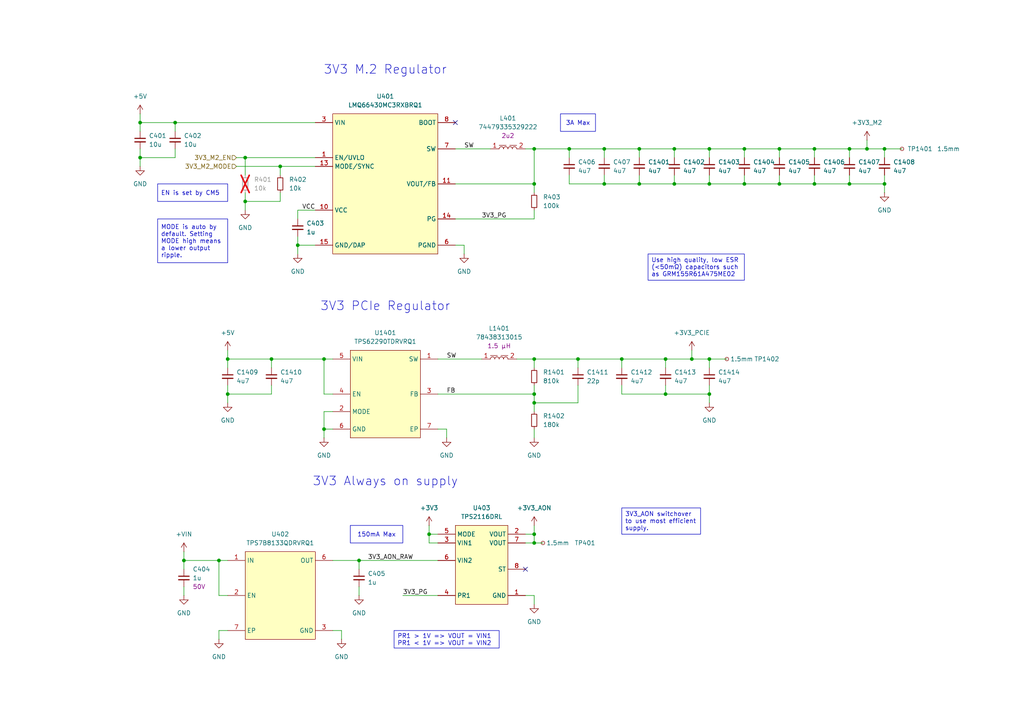
<source format=kicad_sch>
(kicad_sch
	(version 20250114)
	(generator "eeschema")
	(generator_version "9.0")
	(uuid "96730877-adbc-4d20-acd9-6581589917d8")
	(paper "A4")
	(lib_symbols
		(symbol "Connector:TestPoint_Small"
			(pin_numbers
				(hide yes)
			)
			(pin_names
				(offset 0.762)
				(hide yes)
			)
			(exclude_from_sim no)
			(in_bom yes)
			(on_board yes)
			(property "Reference" "TP"
				(at 0 3.81 0)
				(effects
					(font
						(size 1.27 1.27)
					)
				)
			)
			(property "Value" "TestPoint_Small"
				(at 0 2.032 0)
				(effects
					(font
						(size 1.27 1.27)
					)
				)
			)
			(property "Footprint" ""
				(at 5.08 0 0)
				(effects
					(font
						(size 1.27 1.27)
					)
					(hide yes)
				)
			)
			(property "Datasheet" "~"
				(at 5.08 0 0)
				(effects
					(font
						(size 1.27 1.27)
					)
					(hide yes)
				)
			)
			(property "Description" "test point"
				(at 0 0 0)
				(effects
					(font
						(size 1.27 1.27)
					)
					(hide yes)
				)
			)
			(property "ki_keywords" "test point tp"
				(at 0 0 0)
				(effects
					(font
						(size 1.27 1.27)
					)
					(hide yes)
				)
			)
			(property "ki_fp_filters" "Pin* Test*"
				(at 0 0 0)
				(effects
					(font
						(size 1.27 1.27)
					)
					(hide yes)
				)
			)
			(symbol "TestPoint_Small_0_1"
				(circle
					(center 0 0)
					(radius 0.508)
					(stroke
						(width 0)
						(type default)
					)
					(fill
						(type none)
					)
				)
			)
			(symbol "TestPoint_Small_1_1"
				(pin passive line
					(at 0 0 90)
					(length 0)
					(name "1"
						(effects
							(font
								(size 1.27 1.27)
							)
						)
					)
					(number "1"
						(effects
							(font
								(size 1.27 1.27)
							)
						)
					)
				)
			)
			(embedded_fonts no)
		)
		(symbol "DEV:C_SMALL"
			(pin_numbers
				(hide yes)
			)
			(pin_names
				(offset 0.254)
				(hide yes)
			)
			(exclude_from_sim no)
			(in_bom yes)
			(on_board yes)
			(property "Reference" "C"
				(at 0.254 1.778 0)
				(effects
					(font
						(size 1.27 1.27)
					)
					(justify left)
				)
			)
			(property "Value" "SMALL"
				(at 0.254 -2.032 0)
				(effects
					(font
						(size 1.27 1.27)
					)
					(justify left)
				)
			)
			(property "Footprint" ""
				(at 0 0 0)
				(effects
					(font
						(size 1.27 1.27)
					)
					(hide yes)
				)
			)
			(property "Datasheet" "~"
				(at 0 0 0)
				(effects
					(font
						(size 1.27 1.27)
					)
					(hide yes)
				)
			)
			(property "Description" "Unpolarized capacitor, small symbol"
				(at 0 0 0)
				(effects
					(font
						(size 1.27 1.27)
					)
					(hide yes)
				)
			)
			(property "ki_keywords" "capacitor cap"
				(at 0 0 0)
				(effects
					(font
						(size 1.27 1.27)
					)
					(hide yes)
				)
			)
			(property "ki_fp_filters" "C_*"
				(at 0 0 0)
				(effects
					(font
						(size 1.27 1.27)
					)
					(hide yes)
				)
			)
			(symbol "C_SMALL_0_1"
				(polyline
					(pts
						(xy -1.524 0.508) (xy 1.524 0.508)
					)
					(stroke
						(width 0.3048)
						(type default)
					)
					(fill
						(type none)
					)
				)
				(polyline
					(pts
						(xy -1.524 -0.508) (xy 1.524 -0.508)
					)
					(stroke
						(width 0.3302)
						(type default)
					)
					(fill
						(type none)
					)
				)
			)
			(symbol "C_SMALL_1_1"
				(pin passive line
					(at 0 2.54 270)
					(length 2.032)
					(name "~"
						(effects
							(font
								(size 1.27 1.27)
							)
						)
					)
					(number "1"
						(effects
							(font
								(size 1.27 1.27)
							)
						)
					)
				)
				(pin passive line
					(at 0 -2.54 90)
					(length 2.032)
					(name "~"
						(effects
							(font
								(size 1.27 1.27)
							)
						)
					)
					(number "2"
						(effects
							(font
								(size 1.27 1.27)
							)
						)
					)
				)
			)
			(embedded_fonts no)
		)
		(symbol "Device:R_Small"
			(pin_numbers
				(hide yes)
			)
			(pin_names
				(offset 0.254)
				(hide yes)
			)
			(exclude_from_sim no)
			(in_bom yes)
			(on_board yes)
			(property "Reference" "R"
				(at 0 0 90)
				(effects
					(font
						(size 1.016 1.016)
					)
				)
			)
			(property "Value" "R_Small"
				(at 1.778 0 90)
				(effects
					(font
						(size 1.27 1.27)
					)
				)
			)
			(property "Footprint" ""
				(at 0 0 0)
				(effects
					(font
						(size 1.27 1.27)
					)
					(hide yes)
				)
			)
			(property "Datasheet" "~"
				(at 0 0 0)
				(effects
					(font
						(size 1.27 1.27)
					)
					(hide yes)
				)
			)
			(property "Description" "Resistor, small symbol"
				(at 0 0 0)
				(effects
					(font
						(size 1.27 1.27)
					)
					(hide yes)
				)
			)
			(property "ki_keywords" "R resistor"
				(at 0 0 0)
				(effects
					(font
						(size 1.27 1.27)
					)
					(hide yes)
				)
			)
			(property "ki_fp_filters" "R_*"
				(at 0 0 0)
				(effects
					(font
						(size 1.27 1.27)
					)
					(hide yes)
				)
			)
			(symbol "R_Small_0_1"
				(rectangle
					(start -0.762 1.778)
					(end 0.762 -1.778)
					(stroke
						(width 0.2032)
						(type default)
					)
					(fill
						(type none)
					)
				)
			)
			(symbol "R_Small_1_1"
				(pin passive line
					(at 0 2.54 270)
					(length 0.762)
					(name "~"
						(effects
							(font
								(size 1.27 1.27)
							)
						)
					)
					(number "1"
						(effects
							(font
								(size 1.27 1.27)
							)
						)
					)
				)
				(pin passive line
					(at 0 -2.54 90)
					(length 0.762)
					(name "~"
						(effects
							(font
								(size 1.27 1.27)
							)
						)
					)
					(number "2"
						(effects
							(font
								(size 1.27 1.27)
							)
						)
					)
				)
			)
			(embedded_fonts no)
		)
		(symbol "PWR-IND:1610_78438313015"
			(pin_names
				(hide yes)
			)
			(exclude_from_sim no)
			(in_bom yes)
			(on_board yes)
			(property "Reference" "L"
				(at 0 8.89 0)
				(effects
					(font
						(size 1.27 1.27)
					)
				)
			)
			(property "Value" "78438313015"
				(at 0 6.35 0)
				(effects
					(font
						(size 1.27 1.27)
					)
				)
			)
			(property "Footprint" "project_footprints:L_Wurth_WE-MAIA-1610"
				(at 12.7 20.32 0)
				(effects
					(font
						(size 1.27 1.27)
					)
					(justify left)
					(hide yes)
				)
			)
			(property "Datasheet" "https://www.we-online.com/catalog/datasheet/78438313015.pdf?ki"
				(at 12.7 17.78 0)
				(effects
					(font
						(size 1.27 1.27)
					)
					(justify left)
					(hide yes)
				)
			)
			(property "Description" "Single Coil Power Inductor"
				(at 0 0 0)
				(effects
					(font
						(size 1.27 1.27)
					)
					(hide yes)
				)
			)
			(property "Manufacturer" "Wurth Elektronik"
				(at 12.7 15.24 0)
				(effects
					(font
						(size 1.27 1.27)
					)
					(justify left)
					(hide yes)
				)
			)
			(property "Manufacturer URL" "https://www.we-online.com"
				(at 12.7 12.7 0)
				(effects
					(font
						(size 1.27 1.27)
					)
					(justify left)
					(hide yes)
				)
			)
			(property "Published Date" "20250429"
				(at 12.7 10.16 0)
				(effects
					(font
						(size 1.27 1.27)
					)
					(justify left)
					(hide yes)
				)
			)
			(property "Match Code" "WE-MAIA"
				(at 12.7 7.62 0)
				(effects
					(font
						(size 1.27 1.27)
					)
					(justify left)
					(hide yes)
				)
			)
			(property "Part Number" "78438313015"
				(at 12.7 5.08 0)
				(effects
					(font
						(size 1.27 1.27)
					)
					(justify left)
					(hide yes)
				)
			)
			(property "Size" "1610"
				(at 12.7 2.54 0)
				(effects
					(font
						(size 1.27 1.27)
					)
					(justify left)
					(hide yes)
				)
			)
			(property "Mounting Technology" "SMT"
				(at 12.7 0 0)
				(effects
					(font
						(size 1.27 1.27)
					)
					(justify left)
					(hide yes)
				)
			)
			(property "L (µH)" "1.5"
				(at 12.7 -2.54 0)
				(effects
					(font
						(size 1.27 1.27)
					)
					(justify left)
					(hide yes)
				)
			)
			(property "ISAT,10% (A)" "1.8"
				(at 12.7 -5.08 0)
				(effects
					(font
						(size 1.27 1.27)
					)
					(justify left)
					(hide yes)
				)
			)
			(property "ISAT,30% (A)" "3.45"
				(at 12.7 -7.62 0)
				(effects
					(font
						(size 1.27 1.27)
					)
					(justify left)
					(hide yes)
				)
			)
			(property "RDC max. (mΩ)" "237.0"
				(at 12.7 -10.16 0)
				(effects
					(font
						(size 1.27 1.27)
					)
					(justify left)
					(hide yes)
				)
			)
			(property "fres (MHz)" "90.0"
				(at 12.7 -12.7 0)
				(effects
					(font
						(size 1.27 1.27)
					)
					(justify left)
					(hide yes)
				)
			)
			(property "IRP,40K (A)" "1.8"
				(at 12.7 -15.24 0)
				(effects
					(font
						(size 1.27 1.27)
					)
					(justify left)
					(hide yes)
				)
			)
			(property "Critical Parameter" "1.5 µH"
				(at 0 3.81 0)
				(effects
					(font
						(size 1.27 1.27)
					)
				)
			)
			(property "ki_keywords" "SMT"
				(at 0 0 0)
				(effects
					(font
						(size 1.27 1.27)
					)
					(hide yes)
				)
			)
			(property "ki_fp_filters" "*WE-MAIA*1610*"
				(at 0 0 0)
				(effects
					(font
						(size 1.27 1.27)
					)
					(hide yes)
				)
			)
			(symbol "1610_78438313015_0_1"
				(polyline
					(pts
						(xy -2.54 1.016) (xy -0.508 1.016)
					)
					(stroke
						(width 0)
						(type default)
					)
					(fill
						(type none)
					)
				)
				(arc
					(start -2.54 0)
					(mid -1.905 0.6323)
					(end -1.27 0)
					(stroke
						(width 0)
						(type default)
					)
					(fill
						(type none)
					)
				)
				(arc
					(start -1.27 0)
					(mid -0.635 0.6323)
					(end 0 0)
					(stroke
						(width 0)
						(type default)
					)
					(fill
						(type none)
					)
				)
				(arc
					(start 0 0)
					(mid 0.635 0.6323)
					(end 1.27 0)
					(stroke
						(width 0)
						(type default)
					)
					(fill
						(type none)
					)
				)
				(arc
					(start 1.27 0)
					(mid 1.905 0.6323)
					(end 2.54 0)
					(stroke
						(width 0)
						(type default)
					)
					(fill
						(type none)
					)
				)
			)
			(symbol "1610_78438313015_1_1"
				(polyline
					(pts
						(xy 2.54 1.016) (xy 0.508 1.016)
					)
					(stroke
						(width 0)
						(type default)
					)
					(fill
						(type none)
					)
				)
				(pin power_in line
					(at -5.08 0 0)
					(length 2.54)
					(name "1"
						(effects
							(font
								(size 1.27 1.27)
							)
						)
					)
					(number "1"
						(effects
							(font
								(size 1.27 1.27)
							)
						)
					)
				)
				(pin power_out line
					(at 5.08 0 180)
					(length 2.54)
					(name "2"
						(effects
							(font
								(size 1.27 1.27)
							)
						)
					)
					(number "2"
						(effects
							(font
								(size 1.27 1.27)
							)
						)
					)
				)
			)
			(embedded_fonts no)
		)
		(symbol "PWR-IND:353220_74479335329222"
			(pin_names
				(hide yes)
			)
			(exclude_from_sim no)
			(in_bom yes)
			(on_board yes)
			(property "Reference" "L"
				(at 0 8.89 0)
				(effects
					(font
						(size 1.27 1.27)
					)
				)
			)
			(property "Value" "74479335329222"
				(at 0 6.35 0)
				(effects
					(font
						(size 1.27 1.27)
					)
				)
			)
			(property "Footprint" "project_footprints:L_Wurth_WE-PMFI-353220"
				(at 12.7 20.32 0)
				(effects
					(font
						(size 1.27 1.27)
					)
					(justify left)
					(hide yes)
				)
			)
			(property "Datasheet" "https://www.we-online.com/catalog/datasheet/74479335329222.pdf?ki"
				(at 12.7 17.78 0)
				(effects
					(font
						(size 1.27 1.27)
					)
					(justify left)
					(hide yes)
				)
			)
			(property "Description" "Power Molded Flatwire Inductor  NEW"
				(at 0 0 0)
				(effects
					(font
						(size 1.27 1.27)
					)
					(hide yes)
				)
			)
			(property "Manufacturer" "Wurth Elektronik"
				(at 12.7 15.24 0)
				(effects
					(font
						(size 1.27 1.27)
					)
					(justify left)
					(hide yes)
				)
			)
			(property "Manufacturer URL" "https://www.we-online.com"
				(at 12.7 12.7 0)
				(effects
					(font
						(size 1.27 1.27)
					)
					(justify left)
					(hide yes)
				)
			)
			(property "Published Date" "20250701"
				(at 12.7 10.16 0)
				(effects
					(font
						(size 1.27 1.27)
					)
					(justify left)
					(hide yes)
				)
			)
			(property "Match Code" "WE-PMFI"
				(at 12.7 7.62 0)
				(effects
					(font
						(size 1.27 1.27)
					)
					(justify left)
					(hide yes)
				)
			)
			(property "Part Number" "74479335329222"
				(at 12.7 5.08 0)
				(effects
					(font
						(size 1.27 1.27)
					)
					(justify left)
					(hide yes)
				)
			)
			(property "Size" "353220"
				(at 12.7 2.54 0)
				(effects
					(font
						(size 1.27 1.27)
					)
					(justify left)
					(hide yes)
				)
			)
			(property "Mounting Technology" "SMT"
				(at 12.7 0 0)
				(effects
					(font
						(size 1.27 1.27)
					)
					(justify left)
					(hide yes)
				)
			)
			(property "Type/Size" "353220"
				(at 12.7 -2.54 0)
				(effects
					(font
						(size 1.27 1.27)
					)
					(justify left)
					(hide yes)
				)
			)
			(property "L (µH)" "2.2"
				(at 12.7 -5.08 0)
				(effects
					(font
						(size 1.27 1.27)
					)
					(justify left)
					(hide yes)
				)
			)
			(property "IRP,40K (A)" "5.8"
				(at 12.7 -7.62 0)
				(effects
					(font
						(size 1.27 1.27)
					)
					(justify left)
					(hide yes)
				)
			)
			(property "ISAT,30% (A)" "7.8"
				(at 12.7 -10.16 0)
				(effects
					(font
						(size 1.27 1.27)
					)
					(justify left)
					(hide yes)
				)
			)
			(property "RDC typ. (mΩ)" "31.6"
				(at 12.7 -12.7 0)
				(effects
					(font
						(size 1.27 1.27)
					)
					(justify left)
					(hide yes)
				)
			)
			(property "fres (MHz)" "31"
				(at 12.7 -15.24 0)
				(effects
					(font
						(size 1.27 1.27)
					)
					(justify left)
					(hide yes)
				)
			)
			(property "VOP (V)" "48"
				(at 12.7 -17.78 0)
				(effects
					(font
						(size 1.27 1.27)
					)
					(justify left)
					(hide yes)
				)
			)
			(property "Critical Parameter" "2u2"
				(at 0 3.81 0)
				(effects
					(font
						(size 1.27 1.27)
					)
				)
			)
			(property "ki_keywords" "SMT"
				(at 0 0 0)
				(effects
					(font
						(size 1.27 1.27)
					)
					(hide yes)
				)
			)
			(property "ki_fp_filters" "*WE-PMFI*353220*"
				(at 0 0 0)
				(effects
					(font
						(size 1.27 1.27)
					)
					(hide yes)
				)
			)
			(symbol "353220_74479335329222_0_1"
				(polyline
					(pts
						(xy -2.54 1.016) (xy -0.508 1.016)
					)
					(stroke
						(width 0)
						(type default)
					)
					(fill
						(type none)
					)
				)
				(arc
					(start -2.54 0)
					(mid -1.905 0.6323)
					(end -1.27 0)
					(stroke
						(width 0)
						(type default)
					)
					(fill
						(type none)
					)
				)
				(arc
					(start -1.27 0)
					(mid -0.635 0.6323)
					(end 0 0)
					(stroke
						(width 0)
						(type default)
					)
					(fill
						(type none)
					)
				)
				(arc
					(start 0 0)
					(mid 0.635 0.6323)
					(end 1.27 0)
					(stroke
						(width 0)
						(type default)
					)
					(fill
						(type none)
					)
				)
				(arc
					(start 1.27 0)
					(mid 1.905 0.6323)
					(end 2.54 0)
					(stroke
						(width 0)
						(type default)
					)
					(fill
						(type none)
					)
				)
			)
			(symbol "353220_74479335329222_1_1"
				(polyline
					(pts
						(xy 2.54 1.016) (xy 0.508 1.016)
					)
					(stroke
						(width 0)
						(type default)
					)
					(fill
						(type none)
					)
				)
				(pin power_in line
					(at -5.08 0 0)
					(length 2.54)
					(name "1"
						(effects
							(font
								(size 1.27 1.27)
							)
						)
					)
					(number "1"
						(effects
							(font
								(size 1.27 1.27)
							)
						)
					)
				)
				(pin power_out line
					(at 5.08 0 180)
					(length 2.54)
					(name "2"
						(effects
							(font
								(size 1.27 1.27)
							)
						)
					)
					(number "2"
						(effects
							(font
								(size 1.27 1.27)
							)
						)
					)
				)
			)
			(embedded_fonts no)
		)
		(symbol "PWR-LDO:TPS7B8133QDRVRQ1"
			(exclude_from_sim no)
			(in_bom yes)
			(on_board yes)
			(property "Reference" "U"
				(at 0 5.08 0)
				(effects
					(font
						(size 1.27 1.27)
					)
				)
			)
			(property "Value" "TPS7B8133QDRVRQ1"
				(at 0 2.54 0)
				(effects
					(font
						(size 1.27 1.27)
					)
				)
			)
			(property "Footprint" "project_footprints:SON65P200X200X80-7N"
				(at 26.67 -94.92 0)
				(effects
					(font
						(size 1.27 1.27)
					)
					(justify left top)
					(hide yes)
				)
			)
			(property "Datasheet" "http://www.ti.com/lit/gpn/TPS7B81-Q1"
				(at 26.67 -194.92 0)
				(effects
					(font
						(size 1.27 1.27)
					)
					(justify left top)
					(hide yes)
				)
			)
			(property "Description" "Automotive 150-mA high-voltage ultra-low-IQ low-dropout (LDO) linear regulator"
				(at 0 -27.94 0)
				(effects
					(font
						(size 1.27 1.27)
					)
					(hide yes)
				)
			)
			(property "Height" "0.8"
				(at 26.67 -394.92 0)
				(effects
					(font
						(size 1.27 1.27)
					)
					(justify left top)
					(hide yes)
				)
			)
			(property "Mouser Part Number" "595-TPS7B8133QDRVRQ1"
				(at 26.67 -494.92 0)
				(effects
					(font
						(size 1.27 1.27)
					)
					(justify left top)
					(hide yes)
				)
			)
			(property "Mouser Price/Stock" "https://www.mouser.co.uk/ProductDetail/Texas-Instruments/TPS7B8133QDRVRQ1?qs=T3oQrply3y%252BtI31t7KSUmw%3D%3D"
				(at 26.67 -594.92 0)
				(effects
					(font
						(size 1.27 1.27)
					)
					(justify left top)
					(hide yes)
				)
			)
			(property "Manufacturer_Name" "Texas Instruments"
				(at 26.67 -694.92 0)
				(effects
					(font
						(size 1.27 1.27)
					)
					(justify left top)
					(hide yes)
				)
			)
			(property "Manufacturer_Part_Number" "TPS7B8133QDRVRQ1"
				(at 26.67 -794.92 0)
				(effects
					(font
						(size 1.27 1.27)
					)
					(justify left top)
					(hide yes)
				)
			)
			(symbol "TPS7B8133QDRVRQ1_1_1"
				(rectangle
					(start -10.16 0)
					(end 10.16 -25.4)
					(stroke
						(width 0)
						(type solid)
					)
					(fill
						(type background)
					)
				)
				(pin power_in line
					(at -15.24 -2.54 0)
					(length 5.08)
					(name "IN"
						(effects
							(font
								(size 1.27 1.27)
							)
						)
					)
					(number "1"
						(effects
							(font
								(size 1.27 1.27)
							)
						)
					)
				)
				(pin input line
					(at -15.24 -12.7 0)
					(length 5.08)
					(name "EN"
						(effects
							(font
								(size 1.27 1.27)
							)
						)
					)
					(number "2"
						(effects
							(font
								(size 1.27 1.27)
							)
						)
					)
				)
				(pin passive line
					(at -15.24 -22.86 0)
					(length 5.08)
					(name "EP"
						(effects
							(font
								(size 1.27 1.27)
							)
						)
					)
					(number "7"
						(effects
							(font
								(size 1.27 1.27)
							)
						)
					)
				)
				(pin power_out line
					(at 15.24 -2.54 180)
					(length 5.08)
					(name "OUT"
						(effects
							(font
								(size 1.27 1.27)
							)
						)
					)
					(number "6"
						(effects
							(font
								(size 1.27 1.27)
							)
						)
					)
				)
				(pin no_connect line
					(at 15.24 -15.24 180)
					(length 5.08)
					(hide yes)
					(name "DNC"
						(effects
							(font
								(size 1.27 1.27)
							)
						)
					)
					(number "5"
						(effects
							(font
								(size 1.27 1.27)
							)
						)
					)
				)
				(pin passive line
					(at 15.24 -22.86 180)
					(length 5.08)
					(name "GND"
						(effects
							(font
								(size 1.27 1.27)
							)
						)
					)
					(number "3"
						(effects
							(font
								(size 1.27 1.27)
							)
						)
					)
				)
				(pin passive line
					(at 15.24 -22.86 180)
					(length 5.08)
					(hide yes)
					(name "GND"
						(effects
							(font
								(size 1.27 1.27)
							)
						)
					)
					(number "4"
						(effects
							(font
								(size 1.27 1.27)
							)
						)
					)
				)
			)
			(embedded_fonts no)
		)
		(symbol "PWR-MUX:TPS2116DRL"
			(exclude_from_sim no)
			(in_bom yes)
			(on_board yes)
			(property "Reference" "U"
				(at 0 5.08 0)
				(effects
					(font
						(size 1.27 1.27)
					)
				)
			)
			(property "Value" "TPS2116DRL"
				(at 0 2.54 0)
				(effects
					(font
						(size 1.27 1.27)
					)
				)
			)
			(property "Footprint" "project_footprints:SOTFL50P160X60-8N"
				(at 0 -53.34 0)
				(effects
					(font
						(size 1.27 1.27)
					)
					(hide yes)
				)
			)
			(property "Datasheet" "https://www.ti.com/lit/ds/symlink/tps2116.pdf"
				(at 0 -53.34 0)
				(effects
					(font
						(size 1.27 1.27)
					)
					(hide yes)
				)
			)
			(property "Description" "2 Channnels Power Mux with Manual and Priority Switchover, 1.6-5.5V Input Voltage, 2.5A Output Current, Ron 40 mOhm, SOT-583-8"
				(at 0 -53.34 0)
				(effects
					(font
						(size 1.27 1.27)
					)
					(hide yes)
				)
			)
			(property "ki_keywords" "Texas-Instruments power-mux switchover"
				(at 0 0 0)
				(effects
					(font
						(size 1.27 1.27)
					)
					(hide yes)
				)
			)
			(property "ki_fp_filters" "SOT?5?3*"
				(at 0 0 0)
				(effects
					(font
						(size 1.27 1.27)
					)
					(hide yes)
				)
			)
			(symbol "TPS2116DRL_1_0"
				(pin passive line
					(at 12.7 -5.08 180)
					(length 5.08)
					(name "VOUT"
						(effects
							(font
								(size 1.27 1.27)
							)
						)
					)
					(number "7"
						(effects
							(font
								(size 1.27 1.27)
							)
						)
					)
				)
			)
			(symbol "TPS2116DRL_1_1"
				(rectangle
					(start -7.62 0)
					(end 7.62 -22.86)
					(stroke
						(width 0)
						(type solid)
					)
					(fill
						(type background)
					)
				)
				(pin input line
					(at -12.7 -2.54 0)
					(length 5.08)
					(name "MODE"
						(effects
							(font
								(size 1.27 1.27)
							)
						)
					)
					(number "5"
						(effects
							(font
								(size 1.27 1.27)
							)
						)
					)
				)
				(pin power_in line
					(at -12.7 -5.08 0)
					(length 5.08)
					(name "VIN1"
						(effects
							(font
								(size 1.27 1.27)
							)
						)
					)
					(number "3"
						(effects
							(font
								(size 1.27 1.27)
							)
						)
					)
				)
				(pin power_in line
					(at -12.7 -10.16 0)
					(length 5.08)
					(name "VIN2"
						(effects
							(font
								(size 1.27 1.27)
							)
						)
					)
					(number "6"
						(effects
							(font
								(size 1.27 1.27)
							)
						)
					)
				)
				(pin input line
					(at -12.7 -20.32 0)
					(length 5.08)
					(name "PR1"
						(effects
							(font
								(size 1.27 1.27)
							)
						)
					)
					(number "4"
						(effects
							(font
								(size 1.27 1.27)
							)
						)
					)
				)
				(pin power_out line
					(at 12.7 -2.54 180)
					(length 5.08)
					(name "VOUT"
						(effects
							(font
								(size 1.27 1.27)
							)
						)
					)
					(number "2"
						(effects
							(font
								(size 1.27 1.27)
							)
						)
					)
				)
				(pin open_collector line
					(at 12.7 -12.7 180)
					(length 5.08)
					(name "ST"
						(effects
							(font
								(size 1.27 1.27)
							)
						)
					)
					(number "8"
						(effects
							(font
								(size 1.27 1.27)
							)
						)
					)
				)
				(pin power_in line
					(at 12.7 -20.32 180)
					(length 5.08)
					(name "GND"
						(effects
							(font
								(size 1.27 1.27)
							)
						)
					)
					(number "1"
						(effects
							(font
								(size 1.27 1.27)
							)
						)
					)
				)
			)
			(embedded_fonts no)
		)
		(symbol "PWR-SMPS:LMQ66430MC3RXBRQ1"
			(exclude_from_sim no)
			(in_bom yes)
			(on_board yes)
			(property "Reference" "U"
				(at 0 5.08 0)
				(effects
					(font
						(size 1.27 1.27)
					)
				)
			)
			(property "Value" "LMQ66430MC3RXBRQ1"
				(at 0 2.54 0)
				(effects
					(font
						(size 1.27 1.27)
					)
				)
			)
			(property "Footprint" "project_footprints:LMQ664x0"
				(at 36.83 -94.92 0)
				(effects
					(font
						(size 1.27 1.27)
					)
					(justify left top)
					(hide yes)
				)
			)
			(property "Datasheet" "https://www.ti.com/lit/ds/symlink/lmq66430-q1.pdf"
				(at 36.83 -194.92 0)
				(effects
					(font
						(size 1.27 1.27)
					)
					(justify left top)
					(hide yes)
				)
			)
			(property "Description" "Switching Voltage Regulators Automotive, 36-V, 3-A low-EMI synchronous step-down converter with 1.5-uA IQ 14-VQFN-FCRLF -40 to 150"
				(at 0 -66.04 0)
				(effects
					(font
						(size 1.27 1.27)
					)
					(hide yes)
				)
			)
			(symbol "LMQ66430MC3RXBRQ1_1_1"
				(rectangle
					(start -15.24 0)
					(end 15.24 -40.64)
					(stroke
						(width 0)
						(type solid)
					)
					(fill
						(type background)
					)
				)
				(pin power_in line
					(at -20.32 -2.54 0)
					(length 5.08)
					(name "VIN"
						(effects
							(font
								(size 1.27 1.27)
							)
						)
					)
					(number "3"
						(effects
							(font
								(size 1.27 1.27)
							)
						)
					)
				)
				(pin no_connect line
					(at -20.32 -5.08 0)
					(length 5.08)
					(hide yes)
					(name "NC"
						(effects
							(font
								(size 1.27 1.27)
							)
						)
					)
					(number "2"
						(effects
							(font
								(size 1.27 1.27)
							)
						)
					)
				)
				(pin no_connect line
					(at -20.32 -7.62 0)
					(length 5.08)
					(hide yes)
					(name "NC"
						(effects
							(font
								(size 1.27 1.27)
							)
						)
					)
					(number "4"
						(effects
							(font
								(size 1.27 1.27)
							)
						)
					)
				)
				(pin input line
					(at -20.32 -12.7 0)
					(length 5.08)
					(name "EN/UVLO"
						(effects
							(font
								(size 1.27 1.27)
							)
						)
					)
					(number "1"
						(effects
							(font
								(size 1.27 1.27)
							)
						)
					)
				)
				(pin input line
					(at -20.32 -12.7 0)
					(length 5.08)
					(hide yes)
					(name "EN/UVLO"
						(effects
							(font
								(size 1.27 1.27)
							)
						)
					)
					(number "16"
						(effects
							(font
								(size 1.27 1.27)
							)
						)
					)
				)
				(pin input line
					(at -20.32 -15.24 0)
					(length 5.08)
					(name "MODE/SYNC"
						(effects
							(font
								(size 1.27 1.27)
							)
						)
					)
					(number "13"
						(effects
							(font
								(size 1.27 1.27)
							)
						)
					)
				)
				(pin no_connect line
					(at -20.32 -25.4 0)
					(length 5.08)
					(hide yes)
					(name "NC"
						(effects
							(font
								(size 1.27 1.27)
							)
						)
					)
					(number "9"
						(effects
							(font
								(size 1.27 1.27)
							)
						)
					)
				)
				(pin passive line
					(at -20.32 -27.94 0)
					(length 5.08)
					(name "VCC"
						(effects
							(font
								(size 1.27 1.27)
							)
						)
					)
					(number "10"
						(effects
							(font
								(size 1.27 1.27)
							)
						)
					)
				)
				(pin passive line
					(at -20.32 -38.1 0)
					(length 5.08)
					(name "GND/DAP"
						(effects
							(font
								(size 1.27 1.27)
							)
						)
					)
					(number "15"
						(effects
							(font
								(size 1.27 1.27)
							)
						)
					)
				)
				(pin input line
					(at 20.32 -2.54 180)
					(length 5.08)
					(hide yes)
					(name "BOOT"
						(effects
							(font
								(size 1.27 1.27)
							)
						)
					)
					(number "18"
						(effects
							(font
								(size 1.27 1.27)
							)
						)
					)
				)
				(pin input line
					(at 20.32 -2.54 180)
					(length 5.08)
					(name "BOOT"
						(effects
							(font
								(size 1.27 1.27)
							)
						)
					)
					(number "8"
						(effects
							(font
								(size 1.27 1.27)
							)
						)
					)
				)
				(pin no_connect line
					(at 20.32 -5.08 180)
					(length 5.08)
					(hide yes)
					(name "NC"
						(effects
							(font
								(size 1.27 1.27)
							)
						)
					)
					(number "17"
						(effects
							(font
								(size 1.27 1.27)
							)
						)
					)
				)
				(pin no_connect line
					(at 20.32 -7.62 180)
					(length 5.08)
					(hide yes)
					(name "NC"
						(effects
							(font
								(size 1.27 1.27)
							)
						)
					)
					(number "19"
						(effects
							(font
								(size 1.27 1.27)
							)
						)
					)
				)
				(pin power_out line
					(at 20.32 -10.16 180)
					(length 5.08)
					(name "SW"
						(effects
							(font
								(size 1.27 1.27)
							)
						)
					)
					(number "7"
						(effects
							(font
								(size 1.27 1.27)
							)
						)
					)
				)
				(pin input line
					(at 20.32 -20.32 180)
					(length 5.08)
					(name "VOUT/FB"
						(effects
							(font
								(size 1.27 1.27)
							)
						)
					)
					(number "11"
						(effects
							(font
								(size 1.27 1.27)
							)
						)
					)
				)
				(pin no_connect line
					(at 20.32 -22.86 180)
					(length 5.08)
					(hide yes)
					(name "NC"
						(effects
							(font
								(size 1.27 1.27)
							)
						)
					)
					(number "12"
						(effects
							(font
								(size 1.27 1.27)
							)
						)
					)
				)
				(pin output line
					(at 20.32 -30.48 180)
					(length 5.08)
					(name "PG"
						(effects
							(font
								(size 1.27 1.27)
							)
						)
					)
					(number "14"
						(effects
							(font
								(size 1.27 1.27)
							)
						)
					)
				)
				(pin no_connect line
					(at 20.32 -35.56 180)
					(length 5.08)
					(hide yes)
					(name "NC"
						(effects
							(font
								(size 1.27 1.27)
							)
						)
					)
					(number "5"
						(effects
							(font
								(size 1.27 1.27)
							)
						)
					)
				)
				(pin passive line
					(at 20.32 -38.1 180)
					(length 5.08)
					(name "PGND"
						(effects
							(font
								(size 1.27 1.27)
							)
						)
					)
					(number "6"
						(effects
							(font
								(size 1.27 1.27)
							)
						)
					)
				)
			)
			(embedded_fonts no)
		)
		(symbol "PWR-SMPS:TPS62290TDRVRQ1"
			(exclude_from_sim no)
			(in_bom yes)
			(on_board yes)
			(property "Reference" "U"
				(at 0 5.08 0)
				(effects
					(font
						(size 1.27 1.27)
					)
				)
			)
			(property "Value" "TPS62290TDRVRQ1"
				(at 0 2.54 0)
				(effects
					(font
						(size 1.27 1.27)
					)
				)
			)
			(property "Footprint" "project_footprints:SON65P200X200X80-7N"
				(at 26.67 -94.92 0)
				(effects
					(font
						(size 1.27 1.27)
					)
					(justify left top)
					(hide yes)
				)
			)
			(property "Datasheet" "http://www.ti.com/lit/gpn/tps62290-q1"
				(at 26.67 -194.92 0)
				(effects
					(font
						(size 1.27 1.27)
					)
					(justify left top)
					(hide yes)
				)
			)
			(property "Description" "Automotive 2.3V to 6V, 2.25MHz Fixed Frequency 1A Buck Converter in 2x2mm SON/TSOT23 Package"
				(at 0 -27.94 0)
				(effects
					(font
						(size 1.27 1.27)
					)
					(hide yes)
				)
			)
			(property "Height" "0.8"
				(at 26.67 -394.92 0)
				(effects
					(font
						(size 1.27 1.27)
					)
					(justify left top)
					(hide yes)
				)
			)
			(property "Mouser Part Number" "595-TPS62290TDRVRQ1"
				(at 26.67 -494.92 0)
				(effects
					(font
						(size 1.27 1.27)
					)
					(justify left top)
					(hide yes)
				)
			)
			(property "Mouser Price/Stock" "https://www.mouser.co.uk/ProductDetail/Texas-Instruments/TPS62290TDRVRQ1?qs=NiBvnJE4bX0YWtuMnJowVQ%3D%3D"
				(at 26.67 -594.92 0)
				(effects
					(font
						(size 1.27 1.27)
					)
					(justify left top)
					(hide yes)
				)
			)
			(property "Manufacturer_Name" "Texas Instruments"
				(at 26.67 -694.92 0)
				(effects
					(font
						(size 1.27 1.27)
					)
					(justify left top)
					(hide yes)
				)
			)
			(property "Manufacturer_Part_Number" "TPS62290TDRVRQ1"
				(at 26.67 -794.92 0)
				(effects
					(font
						(size 1.27 1.27)
					)
					(justify left top)
					(hide yes)
				)
			)
			(symbol "TPS62290TDRVRQ1_1_1"
				(rectangle
					(start -10.16 0)
					(end 10.16 -25.4)
					(stroke
						(width 0)
						(type solid)
					)
					(fill
						(type background)
					)
				)
				(pin power_in line
					(at -15.24 -2.54 0)
					(length 5.08)
					(name "VIN"
						(effects
							(font
								(size 1.27 1.27)
							)
						)
					)
					(number "5"
						(effects
							(font
								(size 1.27 1.27)
							)
						)
					)
				)
				(pin input line
					(at -15.24 -12.7 0)
					(length 5.08)
					(name "EN"
						(effects
							(font
								(size 1.27 1.27)
							)
						)
					)
					(number "4"
						(effects
							(font
								(size 1.27 1.27)
							)
						)
					)
				)
				(pin input line
					(at -15.24 -17.78 0)
					(length 5.08)
					(name "MODE"
						(effects
							(font
								(size 1.27 1.27)
							)
						)
					)
					(number "2"
						(effects
							(font
								(size 1.27 1.27)
							)
						)
					)
				)
				(pin power_in line
					(at -15.24 -22.86 0)
					(length 5.08)
					(name "GND"
						(effects
							(font
								(size 1.27 1.27)
							)
						)
					)
					(number "6"
						(effects
							(font
								(size 1.27 1.27)
							)
						)
					)
				)
				(pin power_out line
					(at 15.24 -2.54 180)
					(length 5.08)
					(name "SW"
						(effects
							(font
								(size 1.27 1.27)
							)
						)
					)
					(number "1"
						(effects
							(font
								(size 1.27 1.27)
							)
						)
					)
				)
				(pin input line
					(at 15.24 -12.7 180)
					(length 5.08)
					(name "FB"
						(effects
							(font
								(size 1.27 1.27)
							)
						)
					)
					(number "3"
						(effects
							(font
								(size 1.27 1.27)
							)
						)
					)
				)
				(pin power_in line
					(at 15.24 -22.86 180)
					(length 5.08)
					(name "EP"
						(effects
							(font
								(size 1.27 1.27)
							)
						)
					)
					(number "7"
						(effects
							(font
								(size 1.27 1.27)
							)
						)
					)
				)
			)
			(embedded_fonts no)
		)
		(symbol "PWR-SYM:+3V3_AON"
			(power)
			(pin_numbers
				(hide yes)
			)
			(pin_names
				(offset 0)
				(hide yes)
			)
			(exclude_from_sim no)
			(in_bom yes)
			(on_board yes)
			(property "Reference" "#PWR"
				(at 0 -3.81 0)
				(effects
					(font
						(size 1.27 1.27)
					)
					(hide yes)
				)
			)
			(property "Value" "+3V3_AON"
				(at 0 3.556 0)
				(effects
					(font
						(size 1.27 1.27)
					)
				)
			)
			(property "Footprint" ""
				(at 0 0 0)
				(effects
					(font
						(size 1.27 1.27)
					)
					(hide yes)
				)
			)
			(property "Datasheet" ""
				(at 0 0 0)
				(effects
					(font
						(size 1.27 1.27)
					)
					(hide yes)
				)
			)
			(property "Description" "Power symbol creates a global label with name \"+3V3_AON\""
				(at 0 0 0)
				(effects
					(font
						(size 1.27 1.27)
					)
					(hide yes)
				)
			)
			(property "ki_keywords" "global power"
				(at 0 0 0)
				(effects
					(font
						(size 1.27 1.27)
					)
					(hide yes)
				)
			)
			(symbol "+3V3_AON_0_1"
				(polyline
					(pts
						(xy -0.762 1.27) (xy 0 2.54)
					)
					(stroke
						(width 0)
						(type default)
					)
					(fill
						(type none)
					)
				)
				(polyline
					(pts
						(xy 0 2.54) (xy 0.762 1.27)
					)
					(stroke
						(width 0)
						(type default)
					)
					(fill
						(type none)
					)
				)
				(polyline
					(pts
						(xy 0 0) (xy 0 2.54)
					)
					(stroke
						(width 0)
						(type default)
					)
					(fill
						(type none)
					)
				)
			)
			(symbol "+3V3_AON_1_1"
				(pin power_in line
					(at 0 0 90)
					(length 0)
					(name "~"
						(effects
							(font
								(size 1.27 1.27)
							)
						)
					)
					(number "1"
						(effects
							(font
								(size 1.27 1.27)
							)
						)
					)
				)
			)
			(embedded_fonts no)
		)
		(symbol "PWR-SYM:+3V3_M2"
			(power)
			(pin_numbers
				(hide yes)
			)
			(pin_names
				(offset 0)
				(hide yes)
			)
			(exclude_from_sim no)
			(in_bom yes)
			(on_board yes)
			(property "Reference" "#PWR"
				(at 0 -3.81 0)
				(effects
					(font
						(size 1.27 1.27)
					)
					(hide yes)
				)
			)
			(property "Value" "+3V3_M2"
				(at 0 3.556 0)
				(effects
					(font
						(size 1.27 1.27)
					)
				)
			)
			(property "Footprint" ""
				(at 0 0 0)
				(effects
					(font
						(size 1.27 1.27)
					)
					(hide yes)
				)
			)
			(property "Datasheet" ""
				(at 0 0 0)
				(effects
					(font
						(size 1.27 1.27)
					)
					(hide yes)
				)
			)
			(property "Description" "Power symbol creates a global label with name \"+3V3_M2\""
				(at 0 0 0)
				(effects
					(font
						(size 1.27 1.27)
					)
					(hide yes)
				)
			)
			(property "ki_keywords" "global power"
				(at 0 0 0)
				(effects
					(font
						(size 1.27 1.27)
					)
					(hide yes)
				)
			)
			(symbol "+3V3_M2_0_1"
				(polyline
					(pts
						(xy -0.762 1.27) (xy 0 2.54)
					)
					(stroke
						(width 0)
						(type default)
					)
					(fill
						(type none)
					)
				)
				(polyline
					(pts
						(xy 0 2.54) (xy 0.762 1.27)
					)
					(stroke
						(width 0)
						(type default)
					)
					(fill
						(type none)
					)
				)
				(polyline
					(pts
						(xy 0 0) (xy 0 2.54)
					)
					(stroke
						(width 0)
						(type default)
					)
					(fill
						(type none)
					)
				)
			)
			(symbol "+3V3_M2_1_1"
				(pin power_in line
					(at 0 0 90)
					(length 0)
					(name "~"
						(effects
							(font
								(size 1.27 1.27)
							)
						)
					)
					(number "1"
						(effects
							(font
								(size 1.27 1.27)
							)
						)
					)
				)
			)
			(embedded_fonts no)
		)
		(symbol "PWR-SYM:+3V3_PCIE"
			(power)
			(pin_numbers
				(hide yes)
			)
			(pin_names
				(offset 0)
				(hide yes)
			)
			(exclude_from_sim no)
			(in_bom yes)
			(on_board yes)
			(property "Reference" "#PWR"
				(at 0 -3.81 0)
				(effects
					(font
						(size 1.27 1.27)
					)
					(hide yes)
				)
			)
			(property "Value" "+3V3_PCIE"
				(at 0 3.556 0)
				(effects
					(font
						(size 1.27 1.27)
					)
				)
			)
			(property "Footprint" ""
				(at 0 0 0)
				(effects
					(font
						(size 1.27 1.27)
					)
					(hide yes)
				)
			)
			(property "Datasheet" ""
				(at 0 0 0)
				(effects
					(font
						(size 1.27 1.27)
					)
					(hide yes)
				)
			)
			(property "Description" "Power symbol creates a global label with name \"+3V3_PCIE\""
				(at 0 0 0)
				(effects
					(font
						(size 1.27 1.27)
					)
					(hide yes)
				)
			)
			(property "ki_keywords" "global power"
				(at 0 0 0)
				(effects
					(font
						(size 1.27 1.27)
					)
					(hide yes)
				)
			)
			(symbol "+3V3_PCIE_0_1"
				(polyline
					(pts
						(xy -0.762 1.27) (xy 0 2.54)
					)
					(stroke
						(width 0)
						(type default)
					)
					(fill
						(type none)
					)
				)
				(polyline
					(pts
						(xy 0 2.54) (xy 0.762 1.27)
					)
					(stroke
						(width 0)
						(type default)
					)
					(fill
						(type none)
					)
				)
				(polyline
					(pts
						(xy 0 0) (xy 0 2.54)
					)
					(stroke
						(width 0)
						(type default)
					)
					(fill
						(type none)
					)
				)
			)
			(symbol "+3V3_PCIE_1_1"
				(pin power_in line
					(at 0 0 90)
					(length 0)
					(name "~"
						(effects
							(font
								(size 1.27 1.27)
							)
						)
					)
					(number "1"
						(effects
							(font
								(size 1.27 1.27)
							)
						)
					)
				)
			)
			(embedded_fonts no)
		)
		(symbol "PWR-SYM:+VIN"
			(power)
			(pin_numbers
				(hide yes)
			)
			(pin_names
				(offset 0)
				(hide yes)
			)
			(exclude_from_sim no)
			(in_bom yes)
			(on_board yes)
			(property "Reference" "#PWR"
				(at 0 -3.81 0)
				(effects
					(font
						(size 1.27 1.27)
					)
					(hide yes)
				)
			)
			(property "Value" "+VIN"
				(at 0 3.556 0)
				(effects
					(font
						(size 1.27 1.27)
					)
				)
			)
			(property "Footprint" ""
				(at 0 0 0)
				(effects
					(font
						(size 1.27 1.27)
					)
					(hide yes)
				)
			)
			(property "Datasheet" ""
				(at 0 0 0)
				(effects
					(font
						(size 1.27 1.27)
					)
					(hide yes)
				)
			)
			(property "Description" "Power symbol creates a global label with name \"+VIN\""
				(at 0 0 0)
				(effects
					(font
						(size 1.27 1.27)
					)
					(hide yes)
				)
			)
			(property "ki_keywords" "global power"
				(at 0 0 0)
				(effects
					(font
						(size 1.27 1.27)
					)
					(hide yes)
				)
			)
			(symbol "+VIN_0_1"
				(polyline
					(pts
						(xy -0.762 1.27) (xy 0 2.54)
					)
					(stroke
						(width 0)
						(type default)
					)
					(fill
						(type none)
					)
				)
				(polyline
					(pts
						(xy 0 2.54) (xy 0.762 1.27)
					)
					(stroke
						(width 0)
						(type default)
					)
					(fill
						(type none)
					)
				)
				(polyline
					(pts
						(xy 0 0) (xy 0 2.54)
					)
					(stroke
						(width 0)
						(type default)
					)
					(fill
						(type none)
					)
				)
			)
			(symbol "+VIN_1_1"
				(pin power_in line
					(at 0 0 90)
					(length 0)
					(name "~"
						(effects
							(font
								(size 1.27 1.27)
							)
						)
					)
					(number "1"
						(effects
							(font
								(size 1.27 1.27)
							)
						)
					)
				)
			)
			(embedded_fonts no)
		)
		(symbol "power:+3V3"
			(power)
			(pin_numbers
				(hide yes)
			)
			(pin_names
				(offset 0)
				(hide yes)
			)
			(exclude_from_sim no)
			(in_bom yes)
			(on_board yes)
			(property "Reference" "#PWR"
				(at 0 -3.81 0)
				(effects
					(font
						(size 1.27 1.27)
					)
					(hide yes)
				)
			)
			(property "Value" "+3V3"
				(at 0 3.556 0)
				(effects
					(font
						(size 1.27 1.27)
					)
				)
			)
			(property "Footprint" ""
				(at 0 0 0)
				(effects
					(font
						(size 1.27 1.27)
					)
					(hide yes)
				)
			)
			(property "Datasheet" ""
				(at 0 0 0)
				(effects
					(font
						(size 1.27 1.27)
					)
					(hide yes)
				)
			)
			(property "Description" "Power symbol creates a global label with name \"+3V3\""
				(at 0 0 0)
				(effects
					(font
						(size 1.27 1.27)
					)
					(hide yes)
				)
			)
			(property "ki_keywords" "global power"
				(at 0 0 0)
				(effects
					(font
						(size 1.27 1.27)
					)
					(hide yes)
				)
			)
			(symbol "+3V3_0_1"
				(polyline
					(pts
						(xy -0.762 1.27) (xy 0 2.54)
					)
					(stroke
						(width 0)
						(type default)
					)
					(fill
						(type none)
					)
				)
				(polyline
					(pts
						(xy 0 2.54) (xy 0.762 1.27)
					)
					(stroke
						(width 0)
						(type default)
					)
					(fill
						(type none)
					)
				)
				(polyline
					(pts
						(xy 0 0) (xy 0 2.54)
					)
					(stroke
						(width 0)
						(type default)
					)
					(fill
						(type none)
					)
				)
			)
			(symbol "+3V3_1_1"
				(pin power_in line
					(at 0 0 90)
					(length 0)
					(name "~"
						(effects
							(font
								(size 1.27 1.27)
							)
						)
					)
					(number "1"
						(effects
							(font
								(size 1.27 1.27)
							)
						)
					)
				)
			)
			(embedded_fonts no)
		)
		(symbol "power:+5V"
			(power)
			(pin_numbers
				(hide yes)
			)
			(pin_names
				(offset 0)
				(hide yes)
			)
			(exclude_from_sim no)
			(in_bom yes)
			(on_board yes)
			(property "Reference" "#PWR"
				(at 0 -3.81 0)
				(effects
					(font
						(size 1.27 1.27)
					)
					(hide yes)
				)
			)
			(property "Value" "+5V"
				(at 0 3.556 0)
				(effects
					(font
						(size 1.27 1.27)
					)
				)
			)
			(property "Footprint" ""
				(at 0 0 0)
				(effects
					(font
						(size 1.27 1.27)
					)
					(hide yes)
				)
			)
			(property "Datasheet" ""
				(at 0 0 0)
				(effects
					(font
						(size 1.27 1.27)
					)
					(hide yes)
				)
			)
			(property "Description" "Power symbol creates a global label with name \"+5V\""
				(at 0 0 0)
				(effects
					(font
						(size 1.27 1.27)
					)
					(hide yes)
				)
			)
			(property "ki_keywords" "global power"
				(at 0 0 0)
				(effects
					(font
						(size 1.27 1.27)
					)
					(hide yes)
				)
			)
			(symbol "+5V_0_1"
				(polyline
					(pts
						(xy -0.762 1.27) (xy 0 2.54)
					)
					(stroke
						(width 0)
						(type default)
					)
					(fill
						(type none)
					)
				)
				(polyline
					(pts
						(xy 0 2.54) (xy 0.762 1.27)
					)
					(stroke
						(width 0)
						(type default)
					)
					(fill
						(type none)
					)
				)
				(polyline
					(pts
						(xy 0 0) (xy 0 2.54)
					)
					(stroke
						(width 0)
						(type default)
					)
					(fill
						(type none)
					)
				)
			)
			(symbol "+5V_1_1"
				(pin power_in line
					(at 0 0 90)
					(length 0)
					(name "~"
						(effects
							(font
								(size 1.27 1.27)
							)
						)
					)
					(number "1"
						(effects
							(font
								(size 1.27 1.27)
							)
						)
					)
				)
			)
			(embedded_fonts no)
		)
		(symbol "power:GND"
			(power)
			(pin_numbers
				(hide yes)
			)
			(pin_names
				(offset 0)
				(hide yes)
			)
			(exclude_from_sim no)
			(in_bom yes)
			(on_board yes)
			(property "Reference" "#PWR"
				(at 0 -6.35 0)
				(effects
					(font
						(size 1.27 1.27)
					)
					(hide yes)
				)
			)
			(property "Value" "GND"
				(at 0 -3.81 0)
				(effects
					(font
						(size 1.27 1.27)
					)
				)
			)
			(property "Footprint" ""
				(at 0 0 0)
				(effects
					(font
						(size 1.27 1.27)
					)
					(hide yes)
				)
			)
			(property "Datasheet" ""
				(at 0 0 0)
				(effects
					(font
						(size 1.27 1.27)
					)
					(hide yes)
				)
			)
			(property "Description" "Power symbol creates a global label with name \"GND\" , ground"
				(at 0 0 0)
				(effects
					(font
						(size 1.27 1.27)
					)
					(hide yes)
				)
			)
			(property "ki_keywords" "global power"
				(at 0 0 0)
				(effects
					(font
						(size 1.27 1.27)
					)
					(hide yes)
				)
			)
			(symbol "GND_0_1"
				(polyline
					(pts
						(xy 0 0) (xy 0 -1.27) (xy 1.27 -1.27) (xy 0 -2.54) (xy -1.27 -1.27) (xy 0 -1.27)
					)
					(stroke
						(width 0)
						(type default)
					)
					(fill
						(type none)
					)
				)
			)
			(symbol "GND_1_1"
				(pin power_in line
					(at 0 0 270)
					(length 0)
					(name "~"
						(effects
							(font
								(size 1.27 1.27)
							)
						)
					)
					(number "1"
						(effects
							(font
								(size 1.27 1.27)
							)
						)
					)
				)
			)
			(embedded_fonts no)
		)
	)
	(text "3V3 M.2 Regulator"
		(exclude_from_sim no)
		(at 111.76 20.32 0)
		(effects
			(font
				(size 2.54 2.54)
			)
		)
		(uuid "1cbe2ae8-73df-444f-abb0-27c199aed06e")
	)
	(text "3V3 PCIe Regulator"
		(exclude_from_sim no)
		(at 111.76 88.9 0)
		(effects
			(font
				(size 2.54 2.54)
			)
		)
		(uuid "d7a309c3-3cf5-4874-8931-04ea1f251d7f")
	)
	(text "3V3 Always on supply"
		(exclude_from_sim no)
		(at 111.76 139.7 0)
		(effects
			(font
				(size 2.54 2.54)
			)
		)
		(uuid "ecf53cb5-bbc7-487b-99fa-50e4da84b7ba")
	)
	(text_box "3V3_AON switchover to use most efficient supply."
		(exclude_from_sim no)
		(at 180.34 147.32 0)
		(size 22.86 7.62)
		(margins 0.9525 0.9525 0.9525 0.9525)
		(stroke
			(width 0)
			(type solid)
		)
		(fill
			(type none)
		)
		(effects
			(font
				(size 1.27 1.27)
			)
			(justify left top)
		)
		(uuid "2d964f2d-b2f7-4182-bc22-d100a7faf896")
	)
	(text_box "Use high quality, low ESR (<50mΩ) capacitors such as GRM155R61A475ME02"
		(exclude_from_sim no)
		(at 187.96 73.66 0)
		(size 27.94 7.62)
		(margins 0.9525 0.9525 0.9525 0.9525)
		(stroke
			(width 0)
			(type solid)
		)
		(fill
			(type none)
		)
		(effects
			(font
				(size 1.27 1.27)
			)
			(justify left top)
		)
		(uuid "45b62f77-d26b-47cf-86c1-8263da5d3cef")
	)
	(text_box "150mA Max"
		(exclude_from_sim no)
		(at 101.6 152.4 0)
		(size 15.24 5.08)
		(margins 0.9525 0.9525 0.9525 0.9525)
		(stroke
			(width 0)
			(type solid)
		)
		(fill
			(type none)
		)
		(effects
			(font
				(size 1.27 1.27)
			)
		)
		(uuid "5ad5eb81-67fc-430f-a058-8f46ce5f45eb")
	)
	(text_box "EN is set by CM5"
		(exclude_from_sim no)
		(at 45.72 53.34 0)
		(size 20.32 5.08)
		(margins 0.9525 0.9525 0.9525 0.9525)
		(stroke
			(width 0)
			(type solid)
		)
		(fill
			(type none)
		)
		(effects
			(font
				(size 1.27 1.27)
			)
			(justify left)
		)
		(uuid "713b1a7d-ac79-4456-8b5b-71aea7dccd1e")
	)
	(text_box "MODE is auto by default. Setting MODE high means a lower output ripple."
		(exclude_from_sim no)
		(at 45.72 63.5 0)
		(size 20.32 12.7)
		(margins 0.9525 0.9525 0.9525 0.9525)
		(stroke
			(width 0)
			(type solid)
		)
		(fill
			(type none)
		)
		(effects
			(font
				(size 1.27 1.27)
			)
			(justify left)
		)
		(uuid "a786f5bd-1eb7-42e4-a46c-673441216991")
	)
	(text_box "3A Max"
		(exclude_from_sim no)
		(at 162.56 33.02 0)
		(size 10.16 5.08)
		(margins 0.9525 0.9525 0.9525 0.9525)
		(stroke
			(width 0)
			(type solid)
		)
		(fill
			(type none)
		)
		(effects
			(font
				(size 1.27 1.27)
			)
		)
		(uuid "b491d422-9d95-4dde-a3f5-26ef0e0fe2ec")
	)
	(text_box "PR1 > 1V => VOUT = VIN1\nPR1 < 1V => VOUT = VIN2"
		(exclude_from_sim no)
		(at 114.3 182.88 0)
		(size 30.48 5.08)
		(margins 0.9525 0.9525 0.9525 0.9525)
		(stroke
			(width 0)
			(type solid)
		)
		(fill
			(type none)
		)
		(effects
			(font
				(size 1.27 1.27)
			)
			(justify left)
		)
		(uuid "bcc61f36-f7c2-4f5a-a3d7-1cb39deb0960")
	)
	(junction
		(at 226.06 43.18)
		(diameter 0)
		(color 0 0 0 0)
		(uuid "021f745d-4f76-4aff-a1e9-1cd0f309478a")
	)
	(junction
		(at 53.34 162.56)
		(diameter 0)
		(color 0 0 0 0)
		(uuid "03cb64eb-5641-48cf-993d-20e6c3a3c4b3")
	)
	(junction
		(at 165.1 43.18)
		(diameter 0)
		(color 0 0 0 0)
		(uuid "0b766ea3-5b49-440f-a345-c3b9b52a405c")
	)
	(junction
		(at 251.46 43.18)
		(diameter 0)
		(color 0 0 0 0)
		(uuid "0c484df3-45b0-4403-9aff-5fdcbd789384")
	)
	(junction
		(at 193.04 114.3)
		(diameter 0)
		(color 0 0 0 0)
		(uuid "1a53f0e0-c150-40e9-b5dc-2ce6b949feb7")
	)
	(junction
		(at 185.42 53.34)
		(diameter 0)
		(color 0 0 0 0)
		(uuid "201e1df1-0baf-47c7-803c-ef1e45cb191f")
	)
	(junction
		(at 167.64 104.14)
		(diameter 0)
		(color 0 0 0 0)
		(uuid "249cdcf2-77d0-44b0-adff-dfa2be822673")
	)
	(junction
		(at 180.34 104.14)
		(diameter 0)
		(color 0 0 0 0)
		(uuid "2da5e392-60b7-49f6-9447-1fa3e6b6a263")
	)
	(junction
		(at 154.94 114.3)
		(diameter 0)
		(color 0 0 0 0)
		(uuid "307365c5-01ff-4bcf-b9cb-d3bf9b5b5a7f")
	)
	(junction
		(at 124.46 154.94)
		(diameter 0)
		(color 0 0 0 0)
		(uuid "31606b30-7b17-4f6b-b186-750b431c441c")
	)
	(junction
		(at 154.94 157.48)
		(diameter 0)
		(color 0 0 0 0)
		(uuid "3a20f83f-4c03-45a5-9fb7-8a951711515a")
	)
	(junction
		(at 175.26 53.34)
		(diameter 0)
		(color 0 0 0 0)
		(uuid "3b0288d9-c128-40b6-94c8-80a0d8c1a2bf")
	)
	(junction
		(at 256.54 53.34)
		(diameter 0)
		(color 0 0 0 0)
		(uuid "427388ad-01dd-4942-8888-12cfbbe4883b")
	)
	(junction
		(at 195.58 43.18)
		(diameter 0)
		(color 0 0 0 0)
		(uuid "445b0c48-e25e-474f-9462-3184138d4283")
	)
	(junction
		(at 40.64 45.72)
		(diameter 0)
		(color 0 0 0 0)
		(uuid "46ceea22-4fb1-46a6-995c-9930e5ea0f9d")
	)
	(junction
		(at 71.12 58.42)
		(diameter 0)
		(color 0 0 0 0)
		(uuid "4f8d07eb-496b-4ae7-9460-5bd838fe8adc")
	)
	(junction
		(at 81.28 48.26)
		(diameter 0)
		(color 0 0 0 0)
		(uuid "56eeb066-426a-460a-a551-85116f5def2f")
	)
	(junction
		(at 154.94 154.94)
		(diameter 0)
		(color 0 0 0 0)
		(uuid "58dfd711-3ec2-4750-a78b-553ab5082108")
	)
	(junction
		(at 175.26 43.18)
		(diameter 0)
		(color 0 0 0 0)
		(uuid "61f63549-2004-4c9a-b7fa-2c417b0a597c")
	)
	(junction
		(at 71.12 45.72)
		(diameter 0)
		(color 0 0 0 0)
		(uuid "6294b321-7424-44e9-b664-d0da01740b18")
	)
	(junction
		(at 185.42 43.18)
		(diameter 0)
		(color 0 0 0 0)
		(uuid "62ff5f87-abf4-4b49-95d7-80b79d21957b")
	)
	(junction
		(at 246.38 43.18)
		(diameter 0)
		(color 0 0 0 0)
		(uuid "66113070-9040-4eb0-9fe7-177946e63275")
	)
	(junction
		(at 104.14 162.56)
		(diameter 0)
		(color 0 0 0 0)
		(uuid "6d9bb21c-00f8-444c-810f-959a26575387")
	)
	(junction
		(at 246.38 53.34)
		(diameter 0)
		(color 0 0 0 0)
		(uuid "7eaa8df2-5eb6-49f2-90d3-fc4680282900")
	)
	(junction
		(at 50.8 35.56)
		(diameter 0)
		(color 0 0 0 0)
		(uuid "86cecbeb-eedc-44d6-a1ce-8b7662021c52")
	)
	(junction
		(at 200.66 104.14)
		(diameter 0)
		(color 0 0 0 0)
		(uuid "8ff4526e-02d2-48bb-821e-38aeab1893cc")
	)
	(junction
		(at 205.74 43.18)
		(diameter 0)
		(color 0 0 0 0)
		(uuid "90b8a77f-6485-4e9d-beb4-a99caacb86d3")
	)
	(junction
		(at 154.94 116.84)
		(diameter 0)
		(color 0 0 0 0)
		(uuid "9af372ff-1bbd-4286-9a03-31eb0eaea985")
	)
	(junction
		(at 205.74 53.34)
		(diameter 0)
		(color 0 0 0 0)
		(uuid "ad109de4-4d58-4840-b324-3b2223c3e5df")
	)
	(junction
		(at 154.94 104.14)
		(diameter 0)
		(color 0 0 0 0)
		(uuid "ad8079a3-8c73-4fc5-897b-e76cfd6e4a77")
	)
	(junction
		(at 215.9 43.18)
		(diameter 0)
		(color 0 0 0 0)
		(uuid "b2c1f551-eb67-4316-b5c9-a8cae2719159")
	)
	(junction
		(at 93.98 104.14)
		(diameter 0)
		(color 0 0 0 0)
		(uuid "b3fd08d1-c8a3-4a18-b6a3-575c63165cf1")
	)
	(junction
		(at 66.04 104.14)
		(diameter 0)
		(color 0 0 0 0)
		(uuid "b468450a-49a3-46de-bde2-1c1dddcfabb9")
	)
	(junction
		(at 195.58 53.34)
		(diameter 0)
		(color 0 0 0 0)
		(uuid "b8afcbd7-3d32-4b89-98a6-3d5be91892aa")
	)
	(junction
		(at 93.98 124.46)
		(diameter 0)
		(color 0 0 0 0)
		(uuid "c485435f-2b2c-4577-bc44-a7d88aa85a68")
	)
	(junction
		(at 215.9 53.34)
		(diameter 0)
		(color 0 0 0 0)
		(uuid "c9a61bb0-a6ed-40e8-b302-91f001c1df0c")
	)
	(junction
		(at 236.22 43.18)
		(diameter 0)
		(color 0 0 0 0)
		(uuid "cb75e063-7b51-4777-a923-54e5ad6712f9")
	)
	(junction
		(at 40.64 35.56)
		(diameter 0)
		(color 0 0 0 0)
		(uuid "cb97e52a-4ef5-4e07-a4a1-dc02a07668dd")
	)
	(junction
		(at 66.04 114.3)
		(diameter 0)
		(color 0 0 0 0)
		(uuid "cf27b893-773b-4552-a2b7-36b6a536c724")
	)
	(junction
		(at 193.04 104.14)
		(diameter 0)
		(color 0 0 0 0)
		(uuid "d999a224-842d-4497-8399-fef349e6cc99")
	)
	(junction
		(at 226.06 53.34)
		(diameter 0)
		(color 0 0 0 0)
		(uuid "da357f02-6c25-4545-98ad-26ef46f82452")
	)
	(junction
		(at 86.36 71.12)
		(diameter 0)
		(color 0 0 0 0)
		(uuid "e9a06f54-7de2-46bf-87fa-f84ad4b59aa5")
	)
	(junction
		(at 205.74 104.14)
		(diameter 0)
		(color 0 0 0 0)
		(uuid "e9dec462-dca0-4ba3-82fa-ee749d4be82b")
	)
	(junction
		(at 236.22 53.34)
		(diameter 0)
		(color 0 0 0 0)
		(uuid "ec16d5c3-c1a1-431c-97eb-b898146b23c3")
	)
	(junction
		(at 154.94 53.34)
		(diameter 0)
		(color 0 0 0 0)
		(uuid "ef1b1d04-c8e8-4a01-8cd1-88b8cd9679c5")
	)
	(junction
		(at 154.94 43.18)
		(diameter 0)
		(color 0 0 0 0)
		(uuid "f13645c0-fbca-4770-bc9a-b0912390aed9")
	)
	(junction
		(at 78.74 104.14)
		(diameter 0)
		(color 0 0 0 0)
		(uuid "f295a66e-ac09-40d1-bdd1-48ec5f5ceaa1")
	)
	(junction
		(at 256.54 43.18)
		(diameter 0)
		(color 0 0 0 0)
		(uuid "f2e57812-5eb0-4190-9e7f-399bfbf3da92")
	)
	(junction
		(at 205.74 114.3)
		(diameter 0)
		(color 0 0 0 0)
		(uuid "f99b4931-f578-4633-9370-0b71d42ddba7")
	)
	(junction
		(at 63.5 162.56)
		(diameter 0)
		(color 0 0 0 0)
		(uuid "ff102cec-9295-42c2-9b20-cda9dd8f7259")
	)
	(no_connect
		(at 152.4 165.1)
		(uuid "8f24bebc-f06e-43ec-b94c-e20e829e8d1c")
	)
	(no_connect
		(at 132.08 35.56)
		(uuid "bd162198-3636-49d7-8537-935af19dffc6")
	)
	(wire
		(pts
			(xy 256.54 50.8) (xy 256.54 53.34)
		)
		(stroke
			(width 0)
			(type default)
		)
		(uuid "00279d4b-36b9-4071-9763-1c30542ca04c")
	)
	(wire
		(pts
			(xy 180.34 114.3) (xy 193.04 114.3)
		)
		(stroke
			(width 0)
			(type default)
		)
		(uuid "00dccaa6-fc08-4bab-bb4e-a9410fb6bc14")
	)
	(wire
		(pts
			(xy 195.58 53.34) (xy 205.74 53.34)
		)
		(stroke
			(width 0)
			(type default)
		)
		(uuid "0144e1fc-ed6c-4271-bc8c-d3feaa7cced0")
	)
	(wire
		(pts
			(xy 152.4 157.48) (xy 154.94 157.48)
		)
		(stroke
			(width 0)
			(type default)
		)
		(uuid "0162d467-d2ef-462d-9a8e-5b2943789a50")
	)
	(wire
		(pts
			(xy 154.94 63.5) (xy 132.08 63.5)
		)
		(stroke
			(width 0)
			(type default)
		)
		(uuid "04d6fff6-4b3b-4702-86d2-c9f8542ebb01")
	)
	(wire
		(pts
			(xy 205.74 43.18) (xy 205.74 45.72)
		)
		(stroke
			(width 0)
			(type default)
		)
		(uuid "09774508-ff55-4490-b809-77a489f0ee73")
	)
	(wire
		(pts
			(xy 256.54 53.34) (xy 256.54 55.88)
		)
		(stroke
			(width 0)
			(type default)
		)
		(uuid "0f90b25c-3206-448c-879b-8f933a6e00f3")
	)
	(wire
		(pts
			(xy 50.8 35.56) (xy 91.44 35.56)
		)
		(stroke
			(width 0)
			(type default)
		)
		(uuid "0f9935cb-0dba-4ccf-9557-1ed0ba46cfbb")
	)
	(wire
		(pts
			(xy 127 114.3) (xy 154.94 114.3)
		)
		(stroke
			(width 0)
			(type default)
		)
		(uuid "15d0c37d-47c7-4acc-a42c-b644107565b4")
	)
	(wire
		(pts
			(xy 93.98 104.14) (xy 96.52 104.14)
		)
		(stroke
			(width 0)
			(type default)
		)
		(uuid "170fe727-6caf-4268-a797-988b4a3fcc4b")
	)
	(wire
		(pts
			(xy 96.52 114.3) (xy 93.98 114.3)
		)
		(stroke
			(width 0)
			(type default)
		)
		(uuid "1a407b50-99ec-4068-9e16-b06bf6985ce9")
	)
	(wire
		(pts
			(xy 215.9 43.18) (xy 226.06 43.18)
		)
		(stroke
			(width 0)
			(type default)
		)
		(uuid "1b9e62a0-1a09-421b-b3ae-094651f976f8")
	)
	(wire
		(pts
			(xy 96.52 182.88) (xy 99.06 182.88)
		)
		(stroke
			(width 0)
			(type default)
		)
		(uuid "1c3df1a1-d7f1-4749-9a00-28092823df32")
	)
	(wire
		(pts
			(xy 132.08 71.12) (xy 134.62 71.12)
		)
		(stroke
			(width 0)
			(type default)
		)
		(uuid "1ee57162-d23a-48ed-a0f7-b0e28154758f")
	)
	(wire
		(pts
			(xy 226.06 43.18) (xy 236.22 43.18)
		)
		(stroke
			(width 0)
			(type default)
		)
		(uuid "1ff0add9-af52-4e6d-8e42-0e5c62a9af36")
	)
	(wire
		(pts
			(xy 78.74 111.76) (xy 78.74 114.3)
		)
		(stroke
			(width 0)
			(type default)
		)
		(uuid "21c779c1-4cef-450a-afc6-868686952ae5")
	)
	(wire
		(pts
			(xy 236.22 50.8) (xy 236.22 53.34)
		)
		(stroke
			(width 0)
			(type default)
		)
		(uuid "243092a4-242d-49cd-98a1-16117731d676")
	)
	(wire
		(pts
			(xy 132.08 53.34) (xy 154.94 53.34)
		)
		(stroke
			(width 0)
			(type default)
		)
		(uuid "2896ffc6-4710-4da4-ae21-90c5045b0fbd")
	)
	(wire
		(pts
			(xy 180.34 104.14) (xy 180.34 106.68)
		)
		(stroke
			(width 0)
			(type default)
		)
		(uuid "2a1a8103-37b1-445e-bc3d-76ee7b2ec0b7")
	)
	(wire
		(pts
			(xy 66.04 111.76) (xy 66.04 114.3)
		)
		(stroke
			(width 0)
			(type default)
		)
		(uuid "2a3c54fc-847b-4161-839c-ff016d2966fb")
	)
	(wire
		(pts
			(xy 205.74 116.84) (xy 205.74 114.3)
		)
		(stroke
			(width 0)
			(type default)
		)
		(uuid "2c36ba28-3ea1-48b9-ab9d-dc7f831ac052")
	)
	(wire
		(pts
			(xy 215.9 50.8) (xy 215.9 53.34)
		)
		(stroke
			(width 0)
			(type default)
		)
		(uuid "2e8ef007-ef0a-4fb1-8e4d-d130293d6f5f")
	)
	(wire
		(pts
			(xy 165.1 53.34) (xy 175.26 53.34)
		)
		(stroke
			(width 0)
			(type default)
		)
		(uuid "329017eb-8255-43af-a072-3ba43a0d3873")
	)
	(wire
		(pts
			(xy 127 154.94) (xy 124.46 154.94)
		)
		(stroke
			(width 0)
			(type default)
		)
		(uuid "34bf1ba5-1657-40e7-a03d-fe404c2706de")
	)
	(wire
		(pts
			(xy 104.14 162.56) (xy 104.14 165.1)
		)
		(stroke
			(width 0)
			(type default)
		)
		(uuid "350c9f1c-32d9-479f-89fe-b8c251529b4a")
	)
	(wire
		(pts
			(xy 53.34 165.1) (xy 53.34 162.56)
		)
		(stroke
			(width 0)
			(type default)
		)
		(uuid "3688fd74-842a-4ab1-ae8f-06e95d4c0f85")
	)
	(wire
		(pts
			(xy 246.38 53.34) (xy 256.54 53.34)
		)
		(stroke
			(width 0)
			(type default)
		)
		(uuid "3714e9d9-7b29-4847-9260-8f5bcea6598d")
	)
	(wire
		(pts
			(xy 251.46 43.18) (xy 256.54 43.18)
		)
		(stroke
			(width 0)
			(type default)
		)
		(uuid "385af006-dea3-4ee8-b4f2-ef5801a3da25")
	)
	(wire
		(pts
			(xy 66.04 114.3) (xy 78.74 114.3)
		)
		(stroke
			(width 0)
			(type default)
		)
		(uuid "39b5d4bd-c919-4e68-9a44-45ee85c276f6")
	)
	(wire
		(pts
			(xy 50.8 38.1) (xy 50.8 35.56)
		)
		(stroke
			(width 0)
			(type default)
		)
		(uuid "39d4a7d2-1eea-4576-9051-72d63cd1d97f")
	)
	(wire
		(pts
			(xy 205.74 111.76) (xy 205.74 114.3)
		)
		(stroke
			(width 0)
			(type default)
		)
		(uuid "3efbf54e-09db-4aaa-9078-999b23364e52")
	)
	(wire
		(pts
			(xy 246.38 50.8) (xy 246.38 53.34)
		)
		(stroke
			(width 0)
			(type default)
		)
		(uuid "40219927-822f-4ac3-9441-0407d98c2a85")
	)
	(wire
		(pts
			(xy 66.04 116.84) (xy 66.04 114.3)
		)
		(stroke
			(width 0)
			(type default)
		)
		(uuid "4129e3c9-ab29-46f7-bdee-d7deb1aac649")
	)
	(wire
		(pts
			(xy 154.94 60.96) (xy 154.94 63.5)
		)
		(stroke
			(width 0)
			(type default)
		)
		(uuid "42a05d5a-cc75-4c4b-bd25-67537106dba7")
	)
	(wire
		(pts
			(xy 167.64 104.14) (xy 167.64 106.68)
		)
		(stroke
			(width 0)
			(type default)
		)
		(uuid "48585c42-5cf6-4328-ab64-5a0f85d2705c")
	)
	(wire
		(pts
			(xy 154.94 43.18) (xy 165.1 43.18)
		)
		(stroke
			(width 0)
			(type default)
		)
		(uuid "497656ff-8c2b-4094-8d06-1fdb9a4ab4bd")
	)
	(wire
		(pts
			(xy 154.94 175.26) (xy 154.94 172.72)
		)
		(stroke
			(width 0)
			(type default)
		)
		(uuid "4c5ba51c-42bc-4e46-aaf8-0ce748effa62")
	)
	(wire
		(pts
			(xy 236.22 43.18) (xy 236.22 45.72)
		)
		(stroke
			(width 0)
			(type default)
		)
		(uuid "4d3bd76e-b303-43a3-a4ea-b6dbab1e370c")
	)
	(wire
		(pts
			(xy 167.64 104.14) (xy 180.34 104.14)
		)
		(stroke
			(width 0)
			(type default)
		)
		(uuid "53ee40b4-2d09-48de-9137-5c27bfde41a3")
	)
	(wire
		(pts
			(xy 185.42 50.8) (xy 185.42 53.34)
		)
		(stroke
			(width 0)
			(type default)
		)
		(uuid "59a12d32-4400-488c-a0ff-d593174ad227")
	)
	(wire
		(pts
			(xy 81.28 55.88) (xy 81.28 58.42)
		)
		(stroke
			(width 0)
			(type default)
		)
		(uuid "59f25abc-9e06-467a-8448-d7275e717cc5")
	)
	(wire
		(pts
			(xy 167.64 116.84) (xy 154.94 116.84)
		)
		(stroke
			(width 0)
			(type default)
		)
		(uuid "5acc5a44-ad0f-408e-bd03-1e43631e1cee")
	)
	(wire
		(pts
			(xy 71.12 58.42) (xy 81.28 58.42)
		)
		(stroke
			(width 0)
			(type default)
		)
		(uuid "5ba71be8-3dc2-4e1d-b09e-0789f4bd28b5")
	)
	(wire
		(pts
			(xy 78.74 104.14) (xy 93.98 104.14)
		)
		(stroke
			(width 0)
			(type default)
		)
		(uuid "5c1a9d75-55ea-4537-b798-ad0e44437b43")
	)
	(wire
		(pts
			(xy 40.64 35.56) (xy 50.8 35.56)
		)
		(stroke
			(width 0)
			(type default)
		)
		(uuid "626d7b86-7fd2-47ec-a1d4-0fcf24861218")
	)
	(wire
		(pts
			(xy 96.52 162.56) (xy 104.14 162.56)
		)
		(stroke
			(width 0)
			(type default)
		)
		(uuid "66f332d0-2a84-4f0c-bdc9-0900e70aff7a")
	)
	(wire
		(pts
			(xy 124.46 154.94) (xy 124.46 157.48)
		)
		(stroke
			(width 0)
			(type default)
		)
		(uuid "678d4121-a6ad-4d2a-bda4-707034feb061")
	)
	(wire
		(pts
			(xy 200.66 101.6) (xy 200.66 104.14)
		)
		(stroke
			(width 0)
			(type default)
		)
		(uuid "69ac4d87-1cb1-4774-8927-7a40d84ff4c8")
	)
	(wire
		(pts
			(xy 215.9 43.18) (xy 215.9 45.72)
		)
		(stroke
			(width 0)
			(type default)
		)
		(uuid "6b70b2eb-8221-471f-82db-1f2738495cac")
	)
	(wire
		(pts
			(xy 40.64 33.02) (xy 40.64 35.56)
		)
		(stroke
			(width 0)
			(type default)
		)
		(uuid "6bf5ee92-7453-46df-9648-cc60d568dad2")
	)
	(wire
		(pts
			(xy 127 104.14) (xy 139.7 104.14)
		)
		(stroke
			(width 0)
			(type default)
		)
		(uuid "6d599707-50ad-4d4f-be50-1daf27318815")
	)
	(wire
		(pts
			(xy 66.04 101.6) (xy 66.04 104.14)
		)
		(stroke
			(width 0)
			(type default)
		)
		(uuid "6d669454-c59a-4057-a930-1944b079f177")
	)
	(wire
		(pts
			(xy 185.42 53.34) (xy 195.58 53.34)
		)
		(stroke
			(width 0)
			(type default)
		)
		(uuid "6fb49d88-9de3-4348-b916-1db90fedbf0a")
	)
	(wire
		(pts
			(xy 215.9 53.34) (xy 226.06 53.34)
		)
		(stroke
			(width 0)
			(type default)
		)
		(uuid "71580ea7-f522-4c78-9d4c-3cb4e8f35b67")
	)
	(wire
		(pts
			(xy 40.64 43.18) (xy 40.64 45.72)
		)
		(stroke
			(width 0)
			(type default)
		)
		(uuid "718e7f9a-eeac-4f8a-9f7b-1b267722b7e1")
	)
	(wire
		(pts
			(xy 200.66 104.14) (xy 205.74 104.14)
		)
		(stroke
			(width 0)
			(type default)
		)
		(uuid "72fc57ac-c9f9-4885-bb14-7fa0beed6a45")
	)
	(wire
		(pts
			(xy 127 157.48) (xy 124.46 157.48)
		)
		(stroke
			(width 0)
			(type default)
		)
		(uuid "7655a020-4afd-4d2f-9edd-a23f1ee9eb52")
	)
	(wire
		(pts
			(xy 63.5 172.72) (xy 66.04 172.72)
		)
		(stroke
			(width 0)
			(type default)
		)
		(uuid "76c43240-d189-490c-b8e4-2f3b5a338f0b")
	)
	(wire
		(pts
			(xy 129.54 124.46) (xy 127 124.46)
		)
		(stroke
			(width 0)
			(type default)
		)
		(uuid "7968e310-56b5-46e6-a422-27ee0854dbfa")
	)
	(wire
		(pts
			(xy 68.58 45.72) (xy 71.12 45.72)
		)
		(stroke
			(width 0)
			(type default)
		)
		(uuid "798bf42e-c18e-47de-b131-aebe3f3f1d91")
	)
	(wire
		(pts
			(xy 93.98 124.46) (xy 93.98 127)
		)
		(stroke
			(width 0)
			(type default)
		)
		(uuid "7a09c9db-e48e-4ddc-8a26-ba1125f62491")
	)
	(wire
		(pts
			(xy 154.94 157.48) (xy 154.94 154.94)
		)
		(stroke
			(width 0)
			(type default)
		)
		(uuid "7a46e00f-b210-422d-b308-5b7f8997a0cb")
	)
	(wire
		(pts
			(xy 152.4 43.18) (xy 154.94 43.18)
		)
		(stroke
			(width 0)
			(type default)
		)
		(uuid "7ae42b02-e316-4da4-8fa5-8ff9774c36bc")
	)
	(wire
		(pts
			(xy 175.26 53.34) (xy 185.42 53.34)
		)
		(stroke
			(width 0)
			(type default)
		)
		(uuid "7c66ba4f-f72a-4337-b234-564a39d1cf46")
	)
	(wire
		(pts
			(xy 93.98 104.14) (xy 93.98 114.3)
		)
		(stroke
			(width 0)
			(type default)
		)
		(uuid "7ccabc3d-e778-4950-88fb-cc3491962da6")
	)
	(wire
		(pts
			(xy 154.94 114.3) (xy 154.94 116.84)
		)
		(stroke
			(width 0)
			(type default)
		)
		(uuid "7ccac4b5-9b3b-4d2e-87fb-4e2f6d66f88a")
	)
	(wire
		(pts
			(xy 71.12 45.72) (xy 71.12 50.8)
		)
		(stroke
			(width 0)
			(type default)
		)
		(uuid "7cedc2ed-82a2-4e24-bfab-0dd0fa7141bc")
	)
	(wire
		(pts
			(xy 149.86 104.14) (xy 154.94 104.14)
		)
		(stroke
			(width 0)
			(type default)
		)
		(uuid "7d1c865a-0c54-47e8-8d8b-08d9a322f73d")
	)
	(wire
		(pts
			(xy 175.26 43.18) (xy 175.26 45.72)
		)
		(stroke
			(width 0)
			(type default)
		)
		(uuid "7d5fd460-735a-4e9c-862d-088dde815fa2")
	)
	(wire
		(pts
			(xy 256.54 43.18) (xy 261.62 43.18)
		)
		(stroke
			(width 0)
			(type default)
		)
		(uuid "814aa3e1-cb7c-4482-a86a-57991fa88e80")
	)
	(wire
		(pts
			(xy 152.4 172.72) (xy 154.94 172.72)
		)
		(stroke
			(width 0)
			(type default)
		)
		(uuid "826dcd4d-f248-4b43-a17d-ed660e638dff")
	)
	(wire
		(pts
			(xy 71.12 58.42) (xy 71.12 60.96)
		)
		(stroke
			(width 0)
			(type default)
		)
		(uuid "830b2059-10aa-47ba-bdf0-2296acc47f81")
	)
	(wire
		(pts
			(xy 96.52 124.46) (xy 93.98 124.46)
		)
		(stroke
			(width 0)
			(type default)
		)
		(uuid "835aefa9-d3cb-41d0-9694-128d96897545")
	)
	(wire
		(pts
			(xy 99.06 182.88) (xy 99.06 185.42)
		)
		(stroke
			(width 0)
			(type default)
		)
		(uuid "836d5fbc-29c8-4d0e-9773-e56e44fc2309")
	)
	(wire
		(pts
			(xy 195.58 43.18) (xy 195.58 45.72)
		)
		(stroke
			(width 0)
			(type default)
		)
		(uuid "83bb87ad-53cb-496a-b03d-e168b73aab61")
	)
	(wire
		(pts
			(xy 40.64 48.26) (xy 40.64 45.72)
		)
		(stroke
			(width 0)
			(type default)
		)
		(uuid "843b97da-9537-4f37-b1a2-37bfc1bb9dbe")
	)
	(wire
		(pts
			(xy 132.08 43.18) (xy 142.24 43.18)
		)
		(stroke
			(width 0)
			(type default)
		)
		(uuid "854437d6-bbe7-4da1-b26a-fb0fd39a7f1e")
	)
	(wire
		(pts
			(xy 185.42 43.18) (xy 195.58 43.18)
		)
		(stroke
			(width 0)
			(type default)
		)
		(uuid "8a528695-262a-4ce7-a73a-120c31f3408f")
	)
	(wire
		(pts
			(xy 91.44 60.96) (xy 86.36 60.96)
		)
		(stroke
			(width 0)
			(type default)
		)
		(uuid "8b89afa8-7fda-4292-a8fc-74c2335e235e")
	)
	(wire
		(pts
			(xy 226.06 50.8) (xy 226.06 53.34)
		)
		(stroke
			(width 0)
			(type default)
		)
		(uuid "8cfd5be6-ced5-4163-a313-3a0073bf6dd2")
	)
	(wire
		(pts
			(xy 256.54 43.18) (xy 256.54 45.72)
		)
		(stroke
			(width 0)
			(type default)
		)
		(uuid "9075ef83-9803-4fec-8b54-6596d321b3d0")
	)
	(wire
		(pts
			(xy 236.22 53.34) (xy 246.38 53.34)
		)
		(stroke
			(width 0)
			(type default)
		)
		(uuid "917512d2-4a53-4a54-8d67-d6e11d3f5472")
	)
	(wire
		(pts
			(xy 86.36 73.66) (xy 86.36 71.12)
		)
		(stroke
			(width 0)
			(type default)
		)
		(uuid "9246367a-571f-41f8-a950-0f1a070fc00d")
	)
	(wire
		(pts
			(xy 165.1 43.18) (xy 165.1 45.72)
		)
		(stroke
			(width 0)
			(type default)
		)
		(uuid "954d27dd-805d-4bd0-8866-f92cec45b2e0")
	)
	(wire
		(pts
			(xy 167.64 111.76) (xy 167.64 116.84)
		)
		(stroke
			(width 0)
			(type default)
		)
		(uuid "957b1571-d429-4d59-bfcb-24280c28931f")
	)
	(wire
		(pts
			(xy 71.12 55.88) (xy 71.12 58.42)
		)
		(stroke
			(width 0)
			(type default)
		)
		(uuid "95811c0b-cb82-41e8-a3b6-788681e87a9a")
	)
	(wire
		(pts
			(xy 185.42 43.18) (xy 185.42 45.72)
		)
		(stroke
			(width 0)
			(type default)
		)
		(uuid "95db4d8f-a45a-4774-815c-55f66f90102d")
	)
	(wire
		(pts
			(xy 116.84 172.72) (xy 127 172.72)
		)
		(stroke
			(width 0)
			(type default)
		)
		(uuid "975165e0-1e58-407f-90ef-557793ebe0ef")
	)
	(wire
		(pts
			(xy 68.58 48.26) (xy 81.28 48.26)
		)
		(stroke
			(width 0)
			(type default)
		)
		(uuid "984d1e9e-a2be-43a1-9897-f3a16971002f")
	)
	(wire
		(pts
			(xy 251.46 40.64) (xy 251.46 43.18)
		)
		(stroke
			(width 0)
			(type default)
		)
		(uuid "98ee6a01-4141-4d9f-9e2c-5ad57c1fe871")
	)
	(wire
		(pts
			(xy 226.06 53.34) (xy 236.22 53.34)
		)
		(stroke
			(width 0)
			(type default)
		)
		(uuid "9ab7f11a-8c7c-4c50-944b-1b3f3a1dc07a")
	)
	(wire
		(pts
			(xy 180.34 111.76) (xy 180.34 114.3)
		)
		(stroke
			(width 0)
			(type default)
		)
		(uuid "9f956898-ae74-4dd3-87ad-dd522ca8bae1")
	)
	(wire
		(pts
			(xy 129.54 127) (xy 129.54 124.46)
		)
		(stroke
			(width 0)
			(type default)
		)
		(uuid "a13b6623-11dc-4ffc-9882-479f1106f6ad")
	)
	(wire
		(pts
			(xy 104.14 162.56) (xy 127 162.56)
		)
		(stroke
			(width 0)
			(type default)
		)
		(uuid "a28e3b8a-88e7-4d0c-8497-3dbecec052ff")
	)
	(wire
		(pts
			(xy 175.26 43.18) (xy 185.42 43.18)
		)
		(stroke
			(width 0)
			(type default)
		)
		(uuid "a6a21bf1-6c35-4ad9-8234-58063ababa79")
	)
	(wire
		(pts
			(xy 66.04 162.56) (xy 63.5 162.56)
		)
		(stroke
			(width 0)
			(type default)
		)
		(uuid "aa56ee8f-cc3d-486b-b2bd-397b9bd68257")
	)
	(wire
		(pts
			(xy 193.04 111.76) (xy 193.04 114.3)
		)
		(stroke
			(width 0)
			(type default)
		)
		(uuid "aaa241d1-30f8-4352-a8a5-ca9f633412d3")
	)
	(wire
		(pts
			(xy 195.58 50.8) (xy 195.58 53.34)
		)
		(stroke
			(width 0)
			(type default)
		)
		(uuid "ada60134-5711-46a0-91dd-d44886f53080")
	)
	(wire
		(pts
			(xy 193.04 104.14) (xy 193.04 106.68)
		)
		(stroke
			(width 0)
			(type default)
		)
		(uuid "ae0b395b-0bc3-4ae0-8af1-253905e85891")
	)
	(wire
		(pts
			(xy 205.74 43.18) (xy 215.9 43.18)
		)
		(stroke
			(width 0)
			(type default)
		)
		(uuid "afc6df6c-0ed4-48c3-8aa0-846c40cfa511")
	)
	(wire
		(pts
			(xy 134.62 73.66) (xy 134.62 71.12)
		)
		(stroke
			(width 0)
			(type default)
		)
		(uuid "b0afc742-4e5d-43ca-80ca-f74cc8e7da1f")
	)
	(wire
		(pts
			(xy 152.4 154.94) (xy 154.94 154.94)
		)
		(stroke
			(width 0)
			(type default)
		)
		(uuid "b167dc80-c24c-4021-8958-1dd9766247a3")
	)
	(wire
		(pts
			(xy 66.04 104.14) (xy 78.74 104.14)
		)
		(stroke
			(width 0)
			(type default)
		)
		(uuid "b22282b3-72c2-4aa4-afcf-d6e6bfb29d2b")
	)
	(wire
		(pts
			(xy 210.82 104.14) (xy 205.74 104.14)
		)
		(stroke
			(width 0)
			(type default)
		)
		(uuid "b57946c7-6cfc-498c-84df-f5a27230417d")
	)
	(wire
		(pts
			(xy 63.5 182.88) (xy 63.5 185.42)
		)
		(stroke
			(width 0)
			(type default)
		)
		(uuid "b6193a8e-d201-4d67-9cb4-5d3723774ea6")
	)
	(wire
		(pts
			(xy 165.1 43.18) (xy 175.26 43.18)
		)
		(stroke
			(width 0)
			(type default)
		)
		(uuid "b663a945-10f6-441c-89b3-a96b71fe6ce9")
	)
	(wire
		(pts
			(xy 81.28 48.26) (xy 91.44 48.26)
		)
		(stroke
			(width 0)
			(type default)
		)
		(uuid "b9fa1191-b9d2-4b81-8542-bd3942831032")
	)
	(wire
		(pts
			(xy 154.94 152.4) (xy 154.94 154.94)
		)
		(stroke
			(width 0)
			(type default)
		)
		(uuid "bab7d136-4c1e-43aa-b032-647e74ae60c3")
	)
	(wire
		(pts
			(xy 246.38 43.18) (xy 246.38 45.72)
		)
		(stroke
			(width 0)
			(type default)
		)
		(uuid "baf274b0-eba6-4090-9578-d48b5890fb02")
	)
	(wire
		(pts
			(xy 154.94 111.76) (xy 154.94 114.3)
		)
		(stroke
			(width 0)
			(type default)
		)
		(uuid "beacfcc8-505f-412b-9829-7ece30b9ec59")
	)
	(wire
		(pts
			(xy 205.74 114.3) (xy 193.04 114.3)
		)
		(stroke
			(width 0)
			(type default)
		)
		(uuid "bf8a4bc6-ce0b-445c-bc8b-0de0a438bba1")
	)
	(wire
		(pts
			(xy 104.14 170.18) (xy 104.14 172.72)
		)
		(stroke
			(width 0)
			(type default)
		)
		(uuid "bff74e6a-67d4-4dd7-ab3f-dc30a34dfb00")
	)
	(wire
		(pts
			(xy 226.06 43.18) (xy 226.06 45.72)
		)
		(stroke
			(width 0)
			(type default)
		)
		(uuid "c4a71702-0fa3-4c4b-a378-631878c37ac0")
	)
	(wire
		(pts
			(xy 86.36 60.96) (xy 86.36 63.5)
		)
		(stroke
			(width 0)
			(type default)
		)
		(uuid "c6a19d31-cd73-4170-9fc9-1e5dcd50078a")
	)
	(wire
		(pts
			(xy 93.98 119.38) (xy 93.98 124.46)
		)
		(stroke
			(width 0)
			(type default)
		)
		(uuid "c821cd63-9b15-4f6d-b374-6f733e7e6fe4")
	)
	(wire
		(pts
			(xy 205.74 53.34) (xy 215.9 53.34)
		)
		(stroke
			(width 0)
			(type default)
		)
		(uuid "c8c8e6f9-4aaf-4ed5-a8f3-5fdfad690686")
	)
	(wire
		(pts
			(xy 86.36 68.58) (xy 86.36 71.12)
		)
		(stroke
			(width 0)
			(type default)
		)
		(uuid "c958867d-60b8-4a3e-a143-9025d8e7ab28")
	)
	(wire
		(pts
			(xy 81.28 48.26) (xy 81.28 50.8)
		)
		(stroke
			(width 0)
			(type default)
		)
		(uuid "cb36a676-3c18-4576-9550-5e00ba2ebb88")
	)
	(wire
		(pts
			(xy 40.64 38.1) (xy 40.64 35.56)
		)
		(stroke
			(width 0)
			(type default)
		)
		(uuid "cc12f78c-0a49-48ef-bf2a-cad71364eab2")
	)
	(wire
		(pts
			(xy 180.34 104.14) (xy 193.04 104.14)
		)
		(stroke
			(width 0)
			(type default)
		)
		(uuid "ce0709ad-2465-481a-8193-e80579dbdb6e")
	)
	(wire
		(pts
			(xy 154.94 104.14) (xy 154.94 106.68)
		)
		(stroke
			(width 0)
			(type default)
		)
		(uuid "d1794ec1-3099-4b84-b957-9a4bc434f2d8")
	)
	(wire
		(pts
			(xy 193.04 104.14) (xy 200.66 104.14)
		)
		(stroke
			(width 0)
			(type default)
		)
		(uuid "d399869f-36cf-47db-9828-d6f555d5d085")
	)
	(wire
		(pts
			(xy 86.36 71.12) (xy 91.44 71.12)
		)
		(stroke
			(width 0)
			(type default)
		)
		(uuid "d4da31cd-2d4e-4bdb-9875-9b02c5a7d61c")
	)
	(wire
		(pts
			(xy 40.64 45.72) (xy 50.8 45.72)
		)
		(stroke
			(width 0)
			(type default)
		)
		(uuid "d4f679bb-c79e-41f9-9707-962acd5882f8")
	)
	(wire
		(pts
			(xy 154.94 116.84) (xy 154.94 119.38)
		)
		(stroke
			(width 0)
			(type default)
		)
		(uuid "d9cf97e8-af63-495a-a076-62df102aecc4")
	)
	(wire
		(pts
			(xy 53.34 162.56) (xy 63.5 162.56)
		)
		(stroke
			(width 0)
			(type default)
		)
		(uuid "da519b94-3273-4246-9fa6-dcaf42e22851")
	)
	(wire
		(pts
			(xy 154.94 53.34) (xy 154.94 43.18)
		)
		(stroke
			(width 0)
			(type default)
		)
		(uuid "da85d93e-0d90-4fc2-b2fb-23792a6c6f54")
	)
	(wire
		(pts
			(xy 66.04 104.14) (xy 66.04 106.68)
		)
		(stroke
			(width 0)
			(type default)
		)
		(uuid "de2da4c6-d013-49c6-964b-d73447c6c522")
	)
	(wire
		(pts
			(xy 154.94 53.34) (xy 154.94 55.88)
		)
		(stroke
			(width 0)
			(type default)
		)
		(uuid "df49fa69-72a5-489d-bdbd-db6b0a6fb030")
	)
	(wire
		(pts
			(xy 53.34 172.72) (xy 53.34 170.18)
		)
		(stroke
			(width 0)
			(type default)
		)
		(uuid "dfbf02f3-859a-46ae-8a67-f444daad7323")
	)
	(wire
		(pts
			(xy 78.74 104.14) (xy 78.74 106.68)
		)
		(stroke
			(width 0)
			(type default)
		)
		(uuid "e107a8e9-518d-4bae-846b-d2cd61ae6890")
	)
	(wire
		(pts
			(xy 205.74 104.14) (xy 205.74 106.68)
		)
		(stroke
			(width 0)
			(type default)
		)
		(uuid "e3dcced6-c2f8-4466-a44f-cb3868b45a25")
	)
	(wire
		(pts
			(xy 66.04 182.88) (xy 63.5 182.88)
		)
		(stroke
			(width 0)
			(type default)
		)
		(uuid "e460a684-dab7-4c37-98e0-758359299c8d")
	)
	(wire
		(pts
			(xy 50.8 45.72) (xy 50.8 43.18)
		)
		(stroke
			(width 0)
			(type default)
		)
		(uuid "e5569d23-9c0a-4208-8edf-962191fc408d")
	)
	(wire
		(pts
			(xy 63.5 162.56) (xy 63.5 172.72)
		)
		(stroke
			(width 0)
			(type default)
		)
		(uuid "e685c138-db58-470e-a00a-428cd4c37bc6")
	)
	(wire
		(pts
			(xy 93.98 119.38) (xy 96.52 119.38)
		)
		(stroke
			(width 0)
			(type default)
		)
		(uuid "e6a96993-4c62-4946-92b9-a94076ff1dcb")
	)
	(wire
		(pts
			(xy 71.12 45.72) (xy 91.44 45.72)
		)
		(stroke
			(width 0)
			(type default)
		)
		(uuid "e6bfec5a-c8fa-44f2-8c2a-d9543669a668")
	)
	(wire
		(pts
			(xy 154.94 104.14) (xy 167.64 104.14)
		)
		(stroke
			(width 0)
			(type default)
		)
		(uuid "e736e508-bc9c-414c-a610-ab1d9cc5a054")
	)
	(wire
		(pts
			(xy 165.1 50.8) (xy 165.1 53.34)
		)
		(stroke
			(width 0)
			(type default)
		)
		(uuid "e9680f5d-4af1-4ba4-a3d8-7b4802876ae4")
	)
	(wire
		(pts
			(xy 154.94 124.46) (xy 154.94 127)
		)
		(stroke
			(width 0)
			(type default)
		)
		(uuid "ea33e6eb-59f1-4250-82d5-cc1c6040b443")
	)
	(wire
		(pts
			(xy 195.58 43.18) (xy 205.74 43.18)
		)
		(stroke
			(width 0)
			(type default)
		)
		(uuid "ef9fb93c-1555-4b0c-8dc8-46e908437e38")
	)
	(wire
		(pts
			(xy 205.74 50.8) (xy 205.74 53.34)
		)
		(stroke
			(width 0)
			(type default)
		)
		(uuid "f1299dec-4117-4e8c-8bca-7a8278da3112")
	)
	(wire
		(pts
			(xy 154.94 157.48) (xy 157.48 157.48)
		)
		(stroke
			(width 0)
			(type default)
		)
		(uuid "f19e6e02-e7da-4ff1-826d-148e7678d7eb")
	)
	(wire
		(pts
			(xy 246.38 43.18) (xy 251.46 43.18)
		)
		(stroke
			(width 0)
			(type default)
		)
		(uuid "f5e5ea1f-58f4-46c1-b782-62c4daec4bfd")
	)
	(wire
		(pts
			(xy 175.26 50.8) (xy 175.26 53.34)
		)
		(stroke
			(width 0)
			(type default)
		)
		(uuid "f65b421b-7b3d-43d7-96d2-4beeb2809feb")
	)
	(wire
		(pts
			(xy 124.46 152.4) (xy 124.46 154.94)
		)
		(stroke
			(width 0)
			(type default)
		)
		(uuid "f680a04d-4600-4da2-8082-71b896d3808b")
	)
	(wire
		(pts
			(xy 236.22 43.18) (xy 246.38 43.18)
		)
		(stroke
			(width 0)
			(type default)
		)
		(uuid "f7b47dc0-89ba-4003-9c28-d1087edbe6ca")
	)
	(wire
		(pts
			(xy 53.34 160.02) (xy 53.34 162.56)
		)
		(stroke
			(width 0)
			(type default)
		)
		(uuid "fda27867-0c28-4013-9472-2c196189b60e")
	)
	(label "SW"
		(at 129.54 104.14 0)
		(effects
			(font
				(size 1.27 1.27)
			)
			(justify left bottom)
		)
		(uuid "2d2018e9-3532-4e3c-972e-59f9770c116a")
	)
	(label "SW"
		(at 134.62 43.18 0)
		(effects
			(font
				(size 1.27 1.27)
			)
			(justify left bottom)
		)
		(uuid "657894a1-84e1-4d42-8574-a2d887f0ff67")
	)
	(label "3V3_PG"
		(at 139.7 63.5 0)
		(effects
			(font
				(size 1.27 1.27)
			)
			(justify left bottom)
		)
		(uuid "69984af5-b8ef-48e0-af25-47fcd64d32e1")
	)
	(label "FB"
		(at 129.54 114.3 0)
		(effects
			(font
				(size 1.27 1.27)
			)
			(justify left bottom)
		)
		(uuid "6a8ae490-d2bd-4da6-b6d4-09cc43e93300")
	)
	(label "VCC"
		(at 91.44 60.96 180)
		(effects
			(font
				(size 1.27 1.27)
			)
			(justify right bottom)
		)
		(uuid "b54be813-5692-477e-89c6-dd3e8ba3b6ba")
	)
	(label "3V3_PG"
		(at 116.84 172.72 0)
		(effects
			(font
				(size 1.27 1.27)
			)
			(justify left bottom)
		)
		(uuid "cc048342-8bc5-4481-9e23-d23bf1de53f7")
	)
	(label "3V3_AON_RAW"
		(at 106.68 162.56 0)
		(effects
			(font
				(size 1.27 1.27)
			)
			(justify left bottom)
		)
		(uuid "f1c2093b-d30f-4f5a-9ea9-a1c1cf0316ca")
	)
	(hierarchical_label "3V3_M2_MODE"
		(shape input)
		(at 68.58 48.26 180)
		(effects
			(font
				(size 1.27 1.27)
			)
			(justify right)
		)
		(uuid "9bd3be91-36e0-4be9-8973-2344b043ae4a")
	)
	(hierarchical_label "3V3_M2_EN"
		(shape input)
		(at 68.58 45.72 180)
		(effects
			(font
				(size 1.27 1.27)
			)
			(justify right)
		)
		(uuid "adb74e6a-40c7-4715-aa74-fc7d8b253be2")
	)
	(symbol
		(lib_id "DEV:C_SMALL")
		(at 86.36 66.04 0)
		(unit 1)
		(exclude_from_sim no)
		(in_bom yes)
		(on_board yes)
		(dnp no)
		(uuid "02ae1633-5859-4ed8-b6b7-8a10a97e7a11")
		(property "Reference" "C403"
			(at 88.9 64.7762 0)
			(effects
				(font
					(size 1.27 1.27)
				)
				(justify left)
			)
		)
		(property "Value" "1u"
			(at 88.9 67.3162 0)
			(effects
				(font
					(size 1.27 1.27)
				)
				(justify left)
			)
		)
		(property "Footprint" "project_footprints:C_0402"
			(at 86.36 66.04 0)
			(effects
				(font
					(size 1.27 1.27)
				)
				(hide yes)
			)
		)
		(property "Datasheet" "~"
			(at 86.36 66.04 0)
			(effects
				(font
					(size 1.27 1.27)
				)
				(hide yes)
			)
		)
		(property "Description" "Unpolarized capacitor, small symbol"
			(at 86.36 66.04 0)
			(effects
				(font
					(size 1.27 1.27)
				)
				(hide yes)
			)
		)
		(property "Field6" ""
			(at 86.36 66.04 0)
			(effects
				(font
					(size 1.27 1.27)
				)
				(hide yes)
			)
		)
		(property "Field7" ""
			(at 86.36 66.04 0)
			(effects
				(font
					(size 1.27 1.27)
				)
				(hide yes)
			)
		)
		(property "Part Description" ""
			(at 86.36 66.04 0)
			(effects
				(font
					(size 1.27 1.27)
				)
				(hide yes)
			)
		)
		(pin "1"
			(uuid "2b829457-7048-4408-9668-1914e9b8aba8")
		)
		(pin "2"
			(uuid "d67b5c3b-8427-47b8-89cd-0960464f1f20")
		)
		(instances
			(project "jabr-control-v1"
				(path "/f91ec272-d09a-4038-bbbb-962739a92c51/3f551047-3bb0-4f63-99e0-34fd9061d844/52a41b87-8503-44b7-832c-aae66b3851bb"
					(reference "C403")
					(unit 1)
				)
			)
		)
	)
	(symbol
		(lib_id "DEV:C_SMALL")
		(at 175.26 48.26 0)
		(unit 1)
		(exclude_from_sim no)
		(in_bom yes)
		(on_board yes)
		(dnp no)
		(fields_autoplaced yes)
		(uuid "0de1534a-2a26-4922-8101-34b76a71221a")
		(property "Reference" "C407"
			(at 177.8 46.9962 0)
			(effects
				(font
					(size 1.27 1.27)
				)
				(justify left)
			)
		)
		(property "Value" "4u7"
			(at 177.8 49.5362 0)
			(effects
				(font
					(size 1.27 1.27)
				)
				(justify left)
			)
		)
		(property "Footprint" "project_footprints:C_0402"
			(at 175.26 48.26 0)
			(effects
				(font
					(size 1.27 1.27)
				)
				(hide yes)
			)
		)
		(property "Datasheet" "~"
			(at 175.26 48.26 0)
			(effects
				(font
					(size 1.27 1.27)
				)
				(hide yes)
			)
		)
		(property "Description" "Unpolarized capacitor, small symbol"
			(at 175.26 48.26 0)
			(effects
				(font
					(size 1.27 1.27)
				)
				(hide yes)
			)
		)
		(property "Field6" ""
			(at 175.26 48.26 0)
			(effects
				(font
					(size 1.27 1.27)
				)
				(hide yes)
			)
		)
		(property "Field7" ""
			(at 175.26 48.26 0)
			(effects
				(font
					(size 1.27 1.27)
				)
				(hide yes)
			)
		)
		(property "Part Description" ""
			(at 175.26 48.26 0)
			(effects
				(font
					(size 1.27 1.27)
				)
				(hide yes)
			)
		)
		(pin "1"
			(uuid "25e611d3-79d7-406e-96c7-9b20b8fd630b")
		)
		(pin "2"
			(uuid "f401160b-d575-4fb6-a806-9cc86ec3dde0")
		)
		(instances
			(project "jabr-control-v1"
				(path "/f91ec272-d09a-4038-bbbb-962739a92c51/3f551047-3bb0-4f63-99e0-34fd9061d844/52a41b87-8503-44b7-832c-aae66b3851bb"
					(reference "C407")
					(unit 1)
				)
			)
		)
	)
	(symbol
		(lib_id "power:GND")
		(at 154.94 175.26 0)
		(unit 1)
		(exclude_from_sim no)
		(in_bom yes)
		(on_board yes)
		(dnp no)
		(fields_autoplaced yes)
		(uuid "117acc5b-84cc-4410-bc23-2ca748eec6a4")
		(property "Reference" "#PWR413"
			(at 154.94 181.61 0)
			(effects
				(font
					(size 1.27 1.27)
				)
				(hide yes)
			)
		)
		(property "Value" "GND"
			(at 154.94 180.34 0)
			(effects
				(font
					(size 1.27 1.27)
				)
			)
		)
		(property "Footprint" ""
			(at 154.94 175.26 0)
			(effects
				(font
					(size 1.27 1.27)
				)
				(hide yes)
			)
		)
		(property "Datasheet" ""
			(at 154.94 175.26 0)
			(effects
				(font
					(size 1.27 1.27)
				)
				(hide yes)
			)
		)
		(property "Description" "Power symbol creates a global label with name \"GND\" , ground"
			(at 154.94 175.26 0)
			(effects
				(font
					(size 1.27 1.27)
				)
				(hide yes)
			)
		)
		(pin "1"
			(uuid "0e4dabc7-3870-455c-9b1d-cc61bd5e66ca")
		)
		(instances
			(project "jabr-control-v1"
				(path "/f91ec272-d09a-4038-bbbb-962739a92c51/3f551047-3bb0-4f63-99e0-34fd9061d844/52a41b87-8503-44b7-832c-aae66b3851bb"
					(reference "#PWR413")
					(unit 1)
				)
			)
		)
	)
	(symbol
		(lib_id "PWR-IND:353220_74479335329222")
		(at 147.32 43.18 0)
		(unit 1)
		(exclude_from_sim no)
		(in_bom yes)
		(on_board yes)
		(dnp no)
		(fields_autoplaced yes)
		(uuid "126481dd-8217-4226-838f-d8885e43344d")
		(property "Reference" "L401"
			(at 147.32 34.29 0)
			(effects
				(font
					(size 1.27 1.27)
				)
			)
		)
		(property "Value" "74479335329222"
			(at 147.32 36.83 0)
			(effects
				(font
					(size 1.27 1.27)
				)
			)
		)
		(property "Footprint" "project_footprints:L_Wurth_WE-PMFI-353220"
			(at 160.02 22.86 0)
			(effects
				(font
					(size 1.27 1.27)
				)
				(justify left)
				(hide yes)
			)
		)
		(property "Datasheet" "https://www.we-online.com/catalog/datasheet/74479335329222.pdf?ki"
			(at 160.02 25.4 0)
			(effects
				(font
					(size 1.27 1.27)
				)
				(justify left)
				(hide yes)
			)
		)
		(property "Description" "Power Molded Flatwire Inductor  NEW"
			(at 147.32 43.18 0)
			(effects
				(font
					(size 1.27 1.27)
				)
				(hide yes)
			)
		)
		(property "Manufacturer" "Wurth Elektronik"
			(at 160.02 27.94 0)
			(effects
				(font
					(size 1.27 1.27)
				)
				(justify left)
				(hide yes)
			)
		)
		(property "Manufacturer URL" "https://www.we-online.com"
			(at 160.02 30.48 0)
			(effects
				(font
					(size 1.27 1.27)
				)
				(justify left)
				(hide yes)
			)
		)
		(property "Published Date" "20250701"
			(at 160.02 33.02 0)
			(effects
				(font
					(size 1.27 1.27)
				)
				(justify left)
				(hide yes)
			)
		)
		(property "Match Code" "WE-PMFI"
			(at 160.02 35.56 0)
			(effects
				(font
					(size 1.27 1.27)
				)
				(justify left)
				(hide yes)
			)
		)
		(property "Part Number" "74479335329222"
			(at 160.02 38.1 0)
			(effects
				(font
					(size 1.27 1.27)
				)
				(justify left)
				(hide yes)
			)
		)
		(property "Size" "353220"
			(at 160.02 40.64 0)
			(effects
				(font
					(size 1.27 1.27)
				)
				(justify left)
				(hide yes)
			)
		)
		(property "Mounting Technology" "SMT"
			(at 160.02 43.18 0)
			(effects
				(font
					(size 1.27 1.27)
				)
				(justify left)
				(hide yes)
			)
		)
		(property "Type/Size" "353220"
			(at 160.02 45.72 0)
			(effects
				(font
					(size 1.27 1.27)
				)
				(justify left)
				(hide yes)
			)
		)
		(property "L (µH)" "2.2"
			(at 160.02 48.26 0)
			(effects
				(font
					(size 1.27 1.27)
				)
				(justify left)
				(hide yes)
			)
		)
		(property "IRP,40K (A)" "5.8"
			(at 160.02 50.8 0)
			(effects
				(font
					(size 1.27 1.27)
				)
				(justify left)
				(hide yes)
			)
		)
		(property "ISAT,30% (A)" "7.8"
			(at 160.02 53.34 0)
			(effects
				(font
					(size 1.27 1.27)
				)
				(justify left)
				(hide yes)
			)
		)
		(property "RDC typ. (mΩ)" "31.6"
			(at 160.02 55.88 0)
			(effects
				(font
					(size 1.27 1.27)
				)
				(justify left)
				(hide yes)
			)
		)
		(property "fres (MHz)" "31"
			(at 160.02 58.42 0)
			(effects
				(font
					(size 1.27 1.27)
				)
				(justify left)
				(hide yes)
			)
		)
		(property "VOP (V)" "48"
			(at 160.02 60.96 0)
			(effects
				(font
					(size 1.27 1.27)
				)
				(justify left)
				(hide yes)
			)
		)
		(property "Critical Parameter" "2u2"
			(at 147.32 39.37 0)
			(effects
				(font
					(size 1.27 1.27)
				)
			)
		)
		(property "Field6" ""
			(at 147.32 43.18 0)
			(effects
				(font
					(size 1.27 1.27)
				)
				(hide yes)
			)
		)
		(property "Field7" ""
			(at 147.32 43.18 0)
			(effects
				(font
					(size 1.27 1.27)
				)
				(hide yes)
			)
		)
		(property "Part Description" ""
			(at 147.32 43.18 0)
			(effects
				(font
					(size 1.27 1.27)
				)
				(hide yes)
			)
		)
		(pin "2"
			(uuid "895d5c44-be6d-4861-bf70-ad9162a667ec")
		)
		(pin "1"
			(uuid "13333c9f-f3f9-4ab9-987b-ecb122d715df")
		)
		(instances
			(project "jabr-control-v1"
				(path "/f91ec272-d09a-4038-bbbb-962739a92c51/3f551047-3bb0-4f63-99e0-34fd9061d844/52a41b87-8503-44b7-832c-aae66b3851bb"
					(reference "L401")
					(unit 1)
				)
			)
		)
	)
	(symbol
		(lib_id "PWR-SYM:+3V3_AON")
		(at 154.94 152.4 0)
		(unit 1)
		(exclude_from_sim no)
		(in_bom yes)
		(on_board yes)
		(dnp no)
		(fields_autoplaced yes)
		(uuid "1374946a-0901-4345-a82e-bb25ff4ba29c")
		(property "Reference" "#PWR0412"
			(at 154.94 156.21 0)
			(effects
				(font
					(size 1.27 1.27)
				)
				(hide yes)
			)
		)
		(property "Value" "+3V3_AON"
			(at 154.94 147.32 0)
			(effects
				(font
					(size 1.27 1.27)
				)
			)
		)
		(property "Footprint" ""
			(at 154.94 152.4 0)
			(effects
				(font
					(size 1.27 1.27)
				)
				(hide yes)
			)
		)
		(property "Datasheet" ""
			(at 154.94 152.4 0)
			(effects
				(font
					(size 1.27 1.27)
				)
				(hide yes)
			)
		)
		(property "Description" "Power symbol creates a global label with name \"+3V3_AON\""
			(at 154.94 152.4 0)
			(effects
				(font
					(size 1.27 1.27)
				)
				(hide yes)
			)
		)
		(pin "1"
			(uuid "73e2f878-5eb2-4d7d-ad18-38d3cdc2caaf")
		)
		(instances
			(project "jabr-control-v1"
				(path "/f91ec272-d09a-4038-bbbb-962739a92c51/3f551047-3bb0-4f63-99e0-34fd9061d844/52a41b87-8503-44b7-832c-aae66b3851bb"
					(reference "#PWR0412")
					(unit 1)
				)
			)
		)
	)
	(symbol
		(lib_id "DEV:C_SMALL")
		(at 165.1 48.26 0)
		(unit 1)
		(exclude_from_sim no)
		(in_bom yes)
		(on_board yes)
		(dnp no)
		(fields_autoplaced yes)
		(uuid "15db2690-c23c-49c5-8479-d8462ded230b")
		(property "Reference" "C406"
			(at 167.64 46.9962 0)
			(effects
				(font
					(size 1.27 1.27)
				)
				(justify left)
			)
		)
		(property "Value" "4u7"
			(at 167.64 49.5362 0)
			(effects
				(font
					(size 1.27 1.27)
				)
				(justify left)
			)
		)
		(property "Footprint" "project_footprints:C_0402"
			(at 165.1 48.26 0)
			(effects
				(font
					(size 1.27 1.27)
				)
				(hide yes)
			)
		)
		(property "Datasheet" "~"
			(at 165.1 48.26 0)
			(effects
				(font
					(size 1.27 1.27)
				)
				(hide yes)
			)
		)
		(property "Description" "Unpolarized capacitor, small symbol"
			(at 165.1 48.26 0)
			(effects
				(font
					(size 1.27 1.27)
				)
				(hide yes)
			)
		)
		(property "Field6" ""
			(at 165.1 48.26 0)
			(effects
				(font
					(size 1.27 1.27)
				)
				(hide yes)
			)
		)
		(property "Field7" ""
			(at 165.1 48.26 0)
			(effects
				(font
					(size 1.27 1.27)
				)
				(hide yes)
			)
		)
		(property "Part Description" ""
			(at 165.1 48.26 0)
			(effects
				(font
					(size 1.27 1.27)
				)
				(hide yes)
			)
		)
		(pin "1"
			(uuid "3399e060-70f1-41ea-8a10-bfeef22f1730")
		)
		(pin "2"
			(uuid "9ebe3df6-bc84-46e2-b763-a378bdb12936")
		)
		(instances
			(project "jabr-control-v1"
				(path "/f91ec272-d09a-4038-bbbb-962739a92c51/3f551047-3bb0-4f63-99e0-34fd9061d844/52a41b87-8503-44b7-832c-aae66b3851bb"
					(reference "C406")
					(unit 1)
				)
			)
		)
	)
	(symbol
		(lib_id "Device:R_Small")
		(at 154.94 109.22 0)
		(unit 1)
		(exclude_from_sim no)
		(in_bom yes)
		(on_board yes)
		(dnp no)
		(fields_autoplaced yes)
		(uuid "1ff92838-d2f9-4552-9d66-42725e946ab8")
		(property "Reference" "R1401"
			(at 157.48 107.9499 0)
			(effects
				(font
					(size 1.27 1.27)
				)
				(justify left)
			)
		)
		(property "Value" "810k"
			(at 157.48 110.4899 0)
			(effects
				(font
					(size 1.27 1.27)
				)
				(justify left)
			)
		)
		(property "Footprint" "project_footprints:R_0402"
			(at 154.94 109.22 0)
			(effects
				(font
					(size 1.27 1.27)
				)
				(hide yes)
			)
		)
		(property "Datasheet" "~"
			(at 154.94 109.22 0)
			(effects
				(font
					(size 1.27 1.27)
				)
				(hide yes)
			)
		)
		(property "Description" "Resistor, small symbol"
			(at 154.94 109.22 0)
			(effects
				(font
					(size 1.27 1.27)
				)
				(hide yes)
			)
		)
		(property "Field6" ""
			(at 154.94 109.22 0)
			(effects
				(font
					(size 1.27 1.27)
				)
				(hide yes)
			)
		)
		(property "Field7" ""
			(at 154.94 109.22 0)
			(effects
				(font
					(size 1.27 1.27)
				)
				(hide yes)
			)
		)
		(property "Part Description" ""
			(at 154.94 109.22 0)
			(effects
				(font
					(size 1.27 1.27)
				)
				(hide yes)
			)
		)
		(pin "2"
			(uuid "c75f603d-6ead-4420-be39-0e73335fe519")
		)
		(pin "1"
			(uuid "49c9f86d-e3e3-41c7-adbc-98b5e867e661")
		)
		(instances
			(project "jabr-control-v1"
				(path "/f91ec272-d09a-4038-bbbb-962739a92c51/3f551047-3bb0-4f63-99e0-34fd9061d844/52a41b87-8503-44b7-832c-aae66b3851bb"
					(reference "R1401")
					(unit 1)
				)
			)
		)
	)
	(symbol
		(lib_id "DEV:C_SMALL")
		(at 215.9 48.26 0)
		(unit 1)
		(exclude_from_sim no)
		(in_bom yes)
		(on_board yes)
		(dnp no)
		(fields_autoplaced yes)
		(uuid "238695c0-d031-4f83-b033-d20930325e0a")
		(property "Reference" "C1404"
			(at 218.44 46.9962 0)
			(effects
				(font
					(size 1.27 1.27)
				)
				(justify left)
			)
		)
		(property "Value" "4u7"
			(at 218.44 49.5362 0)
			(effects
				(font
					(size 1.27 1.27)
				)
				(justify left)
			)
		)
		(property "Footprint" "project_footprints:C_0402"
			(at 215.9 48.26 0)
			(effects
				(font
					(size 1.27 1.27)
				)
				(hide yes)
			)
		)
		(property "Datasheet" "~"
			(at 215.9 48.26 0)
			(effects
				(font
					(size 1.27 1.27)
				)
				(hide yes)
			)
		)
		(property "Description" "Unpolarized capacitor, small symbol"
			(at 215.9 48.26 0)
			(effects
				(font
					(size 1.27 1.27)
				)
				(hide yes)
			)
		)
		(property "Field6" ""
			(at 215.9 48.26 0)
			(effects
				(font
					(size 1.27 1.27)
				)
				(hide yes)
			)
		)
		(property "Field7" ""
			(at 215.9 48.26 0)
			(effects
				(font
					(size 1.27 1.27)
				)
				(hide yes)
			)
		)
		(property "Part Description" ""
			(at 215.9 48.26 0)
			(effects
				(font
					(size 1.27 1.27)
				)
				(hide yes)
			)
		)
		(pin "1"
			(uuid "6566eb0c-30b0-46fb-bf7c-0b5ed8a7798f")
		)
		(pin "2"
			(uuid "47a71489-2377-47f9-b718-c36b787984ba")
		)
		(instances
			(project "jabr-control-v1"
				(path "/f91ec272-d09a-4038-bbbb-962739a92c51/3f551047-3bb0-4f63-99e0-34fd9061d844/52a41b87-8503-44b7-832c-aae66b3851bb"
					(reference "C1404")
					(unit 1)
				)
			)
		)
	)
	(symbol
		(lib_id "PWR-MUX:TPS2116DRL")
		(at 139.7 152.4 0)
		(unit 1)
		(exclude_from_sim no)
		(in_bom yes)
		(on_board yes)
		(dnp no)
		(fields_autoplaced yes)
		(uuid "2db50feb-ae44-4e83-9900-6086c13d8d06")
		(property "Reference" "U403"
			(at 139.7 147.32 0)
			(effects
				(font
					(size 1.27 1.27)
				)
			)
		)
		(property "Value" "TPS2116DRL"
			(at 139.7 149.86 0)
			(effects
				(font
					(size 1.27 1.27)
				)
			)
		)
		(property "Footprint" "project_footprints:SOTFL50P160X60-8N"
			(at 139.7 205.74 0)
			(effects
				(font
					(size 1.27 1.27)
				)
				(hide yes)
			)
		)
		(property "Datasheet" "https://www.ti.com/lit/ds/symlink/tps2116.pdf"
			(at 139.7 205.74 0)
			(effects
				(font
					(size 1.27 1.27)
				)
				(hide yes)
			)
		)
		(property "Description" "2 Channnels Power Mux with Manual and Priority Switchover, 1.6-5.5V Input Voltage, 2.5A Output Current, Ron 40 mOhm, SOT-583-8"
			(at 139.7 205.74 0)
			(effects
				(font
					(size 1.27 1.27)
				)
				(hide yes)
			)
		)
		(property "Field6" ""
			(at 139.7 152.4 0)
			(effects
				(font
					(size 1.27 1.27)
				)
				(hide yes)
			)
		)
		(property "Field7" ""
			(at 139.7 152.4 0)
			(effects
				(font
					(size 1.27 1.27)
				)
				(hide yes)
			)
		)
		(property "Part Description" ""
			(at 139.7 152.4 0)
			(effects
				(font
					(size 1.27 1.27)
				)
				(hide yes)
			)
		)
		(pin "4"
			(uuid "6372d5cb-fed1-4f6c-9f01-86de28c5cf75")
		)
		(pin "2"
			(uuid "9aa1029a-6bc0-4f9e-a6b7-0561a70e636a")
		)
		(pin "1"
			(uuid "61eaf00b-8501-4044-b690-82bda23ef915")
		)
		(pin "5"
			(uuid "be55af2f-6d9f-4096-bfca-5e7c045887a6")
		)
		(pin "8"
			(uuid "328c667c-4ea1-4241-95cd-b143917ee54e")
		)
		(pin "3"
			(uuid "dd319ca0-d14a-49a3-9914-fa56335faf32")
		)
		(pin "7"
			(uuid "a835bfc6-0188-4ce1-9ee2-c72ac4a71b94")
		)
		(pin "6"
			(uuid "e4f72b80-85d6-452c-a75b-3f3e485e0862")
		)
		(instances
			(project "jabr-control-v1"
				(path "/f91ec272-d09a-4038-bbbb-962739a92c51/3f551047-3bb0-4f63-99e0-34fd9061d844/52a41b87-8503-44b7-832c-aae66b3851bb"
					(reference "U403")
					(unit 1)
				)
			)
		)
	)
	(symbol
		(lib_id "Connector:TestPoint_Small")
		(at 157.48 157.48 0)
		(unit 1)
		(exclude_from_sim no)
		(in_bom no)
		(on_board yes)
		(dnp no)
		(uuid "303c8e26-22ed-48f0-8d3a-bef1fa15ec94")
		(property "Reference" "TP401"
			(at 172.72 157.48 0)
			(effects
				(font
					(size 1.27 1.27)
				)
				(justify right)
			)
		)
		(property "Value" "1.5mm"
			(at 165.1 157.48 0)
			(effects
				(font
					(size 1.27 1.27)
				)
				(justify right)
			)
		)
		(property "Footprint" "project_footprints:TestPoint_Pad_D1.5mm"
			(at 162.56 157.48 0)
			(effects
				(font
					(size 1.27 1.27)
				)
				(hide yes)
			)
		)
		(property "Datasheet" "~"
			(at 162.56 157.48 0)
			(effects
				(font
					(size 1.27 1.27)
				)
				(hide yes)
			)
		)
		(property "Description" "test point"
			(at 157.48 157.48 0)
			(effects
				(font
					(size 1.27 1.27)
				)
				(hide yes)
			)
		)
		(property "Field6" ""
			(at 157.48 157.48 0)
			(effects
				(font
					(size 1.27 1.27)
				)
				(hide yes)
			)
		)
		(property "Field7" ""
			(at 157.48 157.48 0)
			(effects
				(font
					(size 1.27 1.27)
				)
				(hide yes)
			)
		)
		(property "Part Description" ""
			(at 157.48 157.48 0)
			(effects
				(font
					(size 1.27 1.27)
				)
				(hide yes)
			)
		)
		(pin "1"
			(uuid "b069d629-b563-42e1-ac01-5aab3f542ff5")
		)
		(instances
			(project "jabr-control-v1"
				(path "/f91ec272-d09a-4038-bbbb-962739a92c51/3f551047-3bb0-4f63-99e0-34fd9061d844/52a41b87-8503-44b7-832c-aae66b3851bb"
					(reference "TP401")
					(unit 1)
				)
			)
		)
	)
	(symbol
		(lib_id "Device:R_Small")
		(at 154.94 121.92 0)
		(unit 1)
		(exclude_from_sim no)
		(in_bom yes)
		(on_board yes)
		(dnp no)
		(fields_autoplaced yes)
		(uuid "31de842a-9559-4383-9f07-26ed3308f91a")
		(property "Reference" "R1402"
			(at 157.48 120.6499 0)
			(effects
				(font
					(size 1.27 1.27)
				)
				(justify left)
			)
		)
		(property "Value" "180k"
			(at 157.48 123.1899 0)
			(effects
				(font
					(size 1.27 1.27)
				)
				(justify left)
			)
		)
		(property "Footprint" "project_footprints:R_0402"
			(at 154.94 121.92 0)
			(effects
				(font
					(size 1.27 1.27)
				)
				(hide yes)
			)
		)
		(property "Datasheet" "~"
			(at 154.94 121.92 0)
			(effects
				(font
					(size 1.27 1.27)
				)
				(hide yes)
			)
		)
		(property "Description" "Resistor, small symbol"
			(at 154.94 121.92 0)
			(effects
				(font
					(size 1.27 1.27)
				)
				(hide yes)
			)
		)
		(property "Field6" ""
			(at 154.94 121.92 0)
			(effects
				(font
					(size 1.27 1.27)
				)
				(hide yes)
			)
		)
		(property "Field7" ""
			(at 154.94 121.92 0)
			(effects
				(font
					(size 1.27 1.27)
				)
				(hide yes)
			)
		)
		(property "Part Description" ""
			(at 154.94 121.92 0)
			(effects
				(font
					(size 1.27 1.27)
				)
				(hide yes)
			)
		)
		(pin "2"
			(uuid "13a2c665-8625-4c24-86bd-31faea382639")
		)
		(pin "1"
			(uuid "a73d4c89-e093-4cac-b248-43258e0618c7")
		)
		(instances
			(project "jabr-control-v1"
				(path "/f91ec272-d09a-4038-bbbb-962739a92c51/3f551047-3bb0-4f63-99e0-34fd9061d844/52a41b87-8503-44b7-832c-aae66b3851bb"
					(reference "R1402")
					(unit 1)
				)
			)
		)
	)
	(symbol
		(lib_id "power:GND")
		(at 134.62 73.66 0)
		(unit 1)
		(exclude_from_sim no)
		(in_bom yes)
		(on_board yes)
		(dnp no)
		(fields_autoplaced yes)
		(uuid "34ae0c65-0fb0-4085-a677-570dc8b17ab9")
		(property "Reference" "#PWR408"
			(at 134.62 80.01 0)
			(effects
				(font
					(size 1.27 1.27)
				)
				(hide yes)
			)
		)
		(property "Value" "GND"
			(at 134.62 78.74 0)
			(effects
				(font
					(size 1.27 1.27)
				)
			)
		)
		(property "Footprint" ""
			(at 134.62 73.66 0)
			(effects
				(font
					(size 1.27 1.27)
				)
				(hide yes)
			)
		)
		(property "Datasheet" ""
			(at 134.62 73.66 0)
			(effects
				(font
					(size 1.27 1.27)
				)
				(hide yes)
			)
		)
		(property "Description" "Power symbol creates a global label with name \"GND\" , ground"
			(at 134.62 73.66 0)
			(effects
				(font
					(size 1.27 1.27)
				)
				(hide yes)
			)
		)
		(pin "1"
			(uuid "94c31738-1030-4504-86cc-adac96c8d2f0")
		)
		(instances
			(project "jabr-control-v1"
				(path "/f91ec272-d09a-4038-bbbb-962739a92c51/3f551047-3bb0-4f63-99e0-34fd9061d844/52a41b87-8503-44b7-832c-aae66b3851bb"
					(reference "#PWR408")
					(unit 1)
				)
			)
		)
	)
	(symbol
		(lib_id "Device:R_Small")
		(at 81.28 53.34 0)
		(unit 1)
		(exclude_from_sim no)
		(in_bom yes)
		(on_board yes)
		(dnp no)
		(uuid "34b9808a-31c7-487d-bfa5-88ad76e497b5")
		(property "Reference" "R402"
			(at 83.82 52.0699 0)
			(effects
				(font
					(size 1.27 1.27)
				)
				(justify left)
			)
		)
		(property "Value" "10k"
			(at 83.82 54.6099 0)
			(effects
				(font
					(size 1.27 1.27)
				)
				(justify left)
			)
		)
		(property "Footprint" "project_footprints:R_0402"
			(at 81.28 53.34 0)
			(effects
				(font
					(size 1.27 1.27)
				)
				(hide yes)
			)
		)
		(property "Datasheet" "~"
			(at 81.28 53.34 0)
			(effects
				(font
					(size 1.27 1.27)
				)
				(hide yes)
			)
		)
		(property "Description" "Resistor, small symbol"
			(at 81.28 53.34 0)
			(effects
				(font
					(size 1.27 1.27)
				)
				(hide yes)
			)
		)
		(property "Field6" ""
			(at 81.28 53.34 0)
			(effects
				(font
					(size 1.27 1.27)
				)
				(hide yes)
			)
		)
		(property "Field7" ""
			(at 81.28 53.34 0)
			(effects
				(font
					(size 1.27 1.27)
				)
				(hide yes)
			)
		)
		(property "Part Description" ""
			(at 81.28 53.34 0)
			(effects
				(font
					(size 1.27 1.27)
				)
				(hide yes)
			)
		)
		(pin "1"
			(uuid "85a53c31-e83a-43cd-8399-66c53b62fa9d")
		)
		(pin "2"
			(uuid "25f580ff-ac78-4def-b46f-27355a223493")
		)
		(instances
			(project "jabr-control-v1"
				(path "/f91ec272-d09a-4038-bbbb-962739a92c51/3f551047-3bb0-4f63-99e0-34fd9061d844/52a41b87-8503-44b7-832c-aae66b3851bb"
					(reference "R402")
					(unit 1)
				)
			)
		)
	)
	(symbol
		(lib_id "DEV:C_SMALL")
		(at 53.34 167.64 0)
		(unit 1)
		(exclude_from_sim no)
		(in_bom yes)
		(on_board yes)
		(dnp no)
		(uuid "3e0fab1f-e4e5-4325-b5dc-3121472c5c53")
		(property "Reference" "C404"
			(at 55.88 165.1 0)
			(effects
				(font
					(size 1.27 1.27)
				)
				(justify left)
			)
		)
		(property "Value" "1u"
			(at 55.88 167.64 0)
			(effects
				(font
					(size 1.27 1.27)
				)
				(justify left)
			)
		)
		(property "Footprint" "project_footprints:C_0402"
			(at 53.34 167.64 0)
			(effects
				(font
					(size 1.27 1.27)
				)
				(hide yes)
			)
		)
		(property "Datasheet" "~"
			(at 53.34 167.64 0)
			(effects
				(font
					(size 1.27 1.27)
				)
				(hide yes)
			)
		)
		(property "Description" "Unpolarized capacitor, small symbol"
			(at 53.34 167.64 0)
			(effects
				(font
					(size 1.27 1.27)
				)
				(hide yes)
			)
		)
		(property "Voltage" "50V"
			(at 55.88 170.1738 0)
			(effects
				(font
					(size 1.27 1.27)
				)
				(justify left)
			)
		)
		(property "Field6" ""
			(at 53.34 167.64 0)
			(effects
				(font
					(size 1.27 1.27)
				)
				(hide yes)
			)
		)
		(property "Field7" ""
			(at 53.34 167.64 0)
			(effects
				(font
					(size 1.27 1.27)
				)
				(hide yes)
			)
		)
		(property "Part Description" ""
			(at 53.34 167.64 0)
			(effects
				(font
					(size 1.27 1.27)
				)
				(hide yes)
			)
		)
		(pin "1"
			(uuid "b2a827c1-585c-4374-aa7e-9c0139f9253f")
		)
		(pin "2"
			(uuid "b63696fc-4c57-4187-b571-47a164f66d86")
		)
		(instances
			(project "jabr-control-v1"
				(path "/f91ec272-d09a-4038-bbbb-962739a92c51/3f551047-3bb0-4f63-99e0-34fd9061d844/52a41b87-8503-44b7-832c-aae66b3851bb"
					(reference "C404")
					(unit 1)
				)
			)
		)
	)
	(symbol
		(lib_id "DEV:C_SMALL")
		(at 193.04 109.22 0)
		(unit 1)
		(exclude_from_sim no)
		(in_bom yes)
		(on_board yes)
		(dnp no)
		(fields_autoplaced yes)
		(uuid "4fa292c3-af8e-4c27-8ffa-4393f02515f1")
		(property "Reference" "C1413"
			(at 195.58 107.9562 0)
			(effects
				(font
					(size 1.27 1.27)
				)
				(justify left)
			)
		)
		(property "Value" "4u7"
			(at 195.58 110.4962 0)
			(effects
				(font
					(size 1.27 1.27)
				)
				(justify left)
			)
		)
		(property "Footprint" "project_footprints:C_0402"
			(at 193.04 109.22 0)
			(effects
				(font
					(size 1.27 1.27)
				)
				(hide yes)
			)
		)
		(property "Datasheet" "~"
			(at 193.04 109.22 0)
			(effects
				(font
					(size 1.27 1.27)
				)
				(hide yes)
			)
		)
		(property "Description" "Unpolarized capacitor, small symbol"
			(at 193.04 109.22 0)
			(effects
				(font
					(size 1.27 1.27)
				)
				(hide yes)
			)
		)
		(property "Field6" ""
			(at 193.04 109.22 0)
			(effects
				(font
					(size 1.27 1.27)
				)
				(hide yes)
			)
		)
		(property "Field7" ""
			(at 193.04 109.22 0)
			(effects
				(font
					(size 1.27 1.27)
				)
				(hide yes)
			)
		)
		(property "Part Description" ""
			(at 193.04 109.22 0)
			(effects
				(font
					(size 1.27 1.27)
				)
				(hide yes)
			)
		)
		(pin "1"
			(uuid "658421c6-486a-4703-8dc1-6329112b3cf6")
		)
		(pin "2"
			(uuid "c9bfd73a-ce89-4715-bc5b-adbf4655b12f")
		)
		(instances
			(project "jabr-control-v1"
				(path "/f91ec272-d09a-4038-bbbb-962739a92c51/3f551047-3bb0-4f63-99e0-34fd9061d844/52a41b87-8503-44b7-832c-aae66b3851bb"
					(reference "C1413")
					(unit 1)
				)
			)
		)
	)
	(symbol
		(lib_id "power:GND")
		(at 129.54 127 0)
		(unit 1)
		(exclude_from_sim no)
		(in_bom yes)
		(on_board yes)
		(dnp no)
		(fields_autoplaced yes)
		(uuid "56ea345f-f712-41a4-aad4-5eb4b8815863")
		(property "Reference" "#PWR01406"
			(at 129.54 133.35 0)
			(effects
				(font
					(size 1.27 1.27)
				)
				(hide yes)
			)
		)
		(property "Value" "GND"
			(at 129.54 132.08 0)
			(effects
				(font
					(size 1.27 1.27)
				)
			)
		)
		(property "Footprint" ""
			(at 129.54 127 0)
			(effects
				(font
					(size 1.27 1.27)
				)
				(hide yes)
			)
		)
		(property "Datasheet" ""
			(at 129.54 127 0)
			(effects
				(font
					(size 1.27 1.27)
				)
				(hide yes)
			)
		)
		(property "Description" "Power symbol creates a global label with name \"GND\" , ground"
			(at 129.54 127 0)
			(effects
				(font
					(size 1.27 1.27)
				)
				(hide yes)
			)
		)
		(pin "1"
			(uuid "c4a6243a-be37-4a99-b03a-d3d4be1c9698")
		)
		(instances
			(project "jabr-control-v1"
				(path "/f91ec272-d09a-4038-bbbb-962739a92c51/3f551047-3bb0-4f63-99e0-34fd9061d844/52a41b87-8503-44b7-832c-aae66b3851bb"
					(reference "#PWR01406")
					(unit 1)
				)
			)
		)
	)
	(symbol
		(lib_id "DEV:C_SMALL")
		(at 195.58 48.26 0)
		(unit 1)
		(exclude_from_sim no)
		(in_bom yes)
		(on_board yes)
		(dnp no)
		(fields_autoplaced yes)
		(uuid "74d3c66e-5d61-41ce-96f5-ebe3e16726fb")
		(property "Reference" "C1402"
			(at 198.12 46.9962 0)
			(effects
				(font
					(size 1.27 1.27)
				)
				(justify left)
			)
		)
		(property "Value" "4u7"
			(at 198.12 49.5362 0)
			(effects
				(font
					(size 1.27 1.27)
				)
				(justify left)
			)
		)
		(property "Footprint" "project_footprints:C_0402"
			(at 195.58 48.26 0)
			(effects
				(font
					(size 1.27 1.27)
				)
				(hide yes)
			)
		)
		(property "Datasheet" "~"
			(at 195.58 48.26 0)
			(effects
				(font
					(size 1.27 1.27)
				)
				(hide yes)
			)
		)
		(property "Description" "Unpolarized capacitor, small symbol"
			(at 195.58 48.26 0)
			(effects
				(font
					(size 1.27 1.27)
				)
				(hide yes)
			)
		)
		(property "Field6" ""
			(at 195.58 48.26 0)
			(effects
				(font
					(size 1.27 1.27)
				)
				(hide yes)
			)
		)
		(property "Field7" ""
			(at 195.58 48.26 0)
			(effects
				(font
					(size 1.27 1.27)
				)
				(hide yes)
			)
		)
		(property "Part Description" ""
			(at 195.58 48.26 0)
			(effects
				(font
					(size 1.27 1.27)
				)
				(hide yes)
			)
		)
		(pin "1"
			(uuid "3a4a68c5-2e5f-4db1-ada1-7ed00020820f")
		)
		(pin "2"
			(uuid "e0da1c49-6b31-4a98-bf06-7afa3eb34e69")
		)
		(instances
			(project "jabr-control-v1"
				(path "/f91ec272-d09a-4038-bbbb-962739a92c51/3f551047-3bb0-4f63-99e0-34fd9061d844/52a41b87-8503-44b7-832c-aae66b3851bb"
					(reference "C1402")
					(unit 1)
				)
			)
		)
	)
	(symbol
		(lib_id "DEV:C_SMALL")
		(at 256.54 48.26 0)
		(unit 1)
		(exclude_from_sim no)
		(in_bom yes)
		(on_board yes)
		(dnp no)
		(fields_autoplaced yes)
		(uuid "761580e5-b032-4244-b91f-4c5622675591")
		(property "Reference" "C1408"
			(at 259.08 46.9962 0)
			(effects
				(font
					(size 1.27 1.27)
				)
				(justify left)
			)
		)
		(property "Value" "4u7"
			(at 259.08 49.5362 0)
			(effects
				(font
					(size 1.27 1.27)
				)
				(justify left)
			)
		)
		(property "Footprint" "project_footprints:C_0402"
			(at 256.54 48.26 0)
			(effects
				(font
					(size 1.27 1.27)
				)
				(hide yes)
			)
		)
		(property "Datasheet" "~"
			(at 256.54 48.26 0)
			(effects
				(font
					(size 1.27 1.27)
				)
				(hide yes)
			)
		)
		(property "Description" "Unpolarized capacitor, small symbol"
			(at 256.54 48.26 0)
			(effects
				(font
					(size 1.27 1.27)
				)
				(hide yes)
			)
		)
		(property "Field6" ""
			(at 256.54 48.26 0)
			(effects
				(font
					(size 1.27 1.27)
				)
				(hide yes)
			)
		)
		(property "Field7" ""
			(at 256.54 48.26 0)
			(effects
				(font
					(size 1.27 1.27)
				)
				(hide yes)
			)
		)
		(property "Part Description" ""
			(at 256.54 48.26 0)
			(effects
				(font
					(size 1.27 1.27)
				)
				(hide yes)
			)
		)
		(pin "1"
			(uuid "5765046c-f2ce-4295-a3d5-5740d2f239d3")
		)
		(pin "2"
			(uuid "bf8f642d-fdb8-450f-a580-785e48366492")
		)
		(instances
			(project "jabr-control-v1"
				(path "/f91ec272-d09a-4038-bbbb-962739a92c51/3f551047-3bb0-4f63-99e0-34fd9061d844/52a41b87-8503-44b7-832c-aae66b3851bb"
					(reference "C1408")
					(unit 1)
				)
			)
		)
	)
	(symbol
		(lib_id "power:GND")
		(at 205.74 116.84 0)
		(unit 1)
		(exclude_from_sim no)
		(in_bom yes)
		(on_board yes)
		(dnp no)
		(fields_autoplaced yes)
		(uuid "798cc42f-8337-4a46-95f9-e4cddd17d642")
		(property "Reference" "#PWR01409"
			(at 205.74 123.19 0)
			(effects
				(font
					(size 1.27 1.27)
				)
				(hide yes)
			)
		)
		(property "Value" "GND"
			(at 205.74 121.92 0)
			(effects
				(font
					(size 1.27 1.27)
				)
			)
		)
		(property "Footprint" ""
			(at 205.74 116.84 0)
			(effects
				(font
					(size 1.27 1.27)
				)
				(hide yes)
			)
		)
		(property "Datasheet" ""
			(at 205.74 116.84 0)
			(effects
				(font
					(size 1.27 1.27)
				)
				(hide yes)
			)
		)
		(property "Description" "Power symbol creates a global label with name \"GND\" , ground"
			(at 205.74 116.84 0)
			(effects
				(font
					(size 1.27 1.27)
				)
				(hide yes)
			)
		)
		(pin "1"
			(uuid "24b9536c-6267-4d17-81d2-88b580a87c30")
		)
		(instances
			(project "jabr-control-v1"
				(path "/f91ec272-d09a-4038-bbbb-962739a92c51/3f551047-3bb0-4f63-99e0-34fd9061d844/52a41b87-8503-44b7-832c-aae66b3851bb"
					(reference "#PWR01409")
					(unit 1)
				)
			)
		)
	)
	(symbol
		(lib_id "DEV:C_SMALL")
		(at 78.74 109.22 0)
		(unit 1)
		(exclude_from_sim no)
		(in_bom yes)
		(on_board yes)
		(dnp no)
		(uuid "811229e3-5029-41fe-8b72-2bd159cec3c1")
		(property "Reference" "C1410"
			(at 81.28 107.9562 0)
			(effects
				(font
					(size 1.27 1.27)
				)
				(justify left)
			)
		)
		(property "Value" "4u7"
			(at 81.28 110.4962 0)
			(effects
				(font
					(size 1.27 1.27)
				)
				(justify left)
			)
		)
		(property "Footprint" "project_footprints:C_0402"
			(at 78.74 109.22 0)
			(effects
				(font
					(size 1.27 1.27)
				)
				(hide yes)
			)
		)
		(property "Datasheet" "~"
			(at 78.74 109.22 0)
			(effects
				(font
					(size 1.27 1.27)
				)
				(hide yes)
			)
		)
		(property "Description" "Unpolarized capacitor, small symbol"
			(at 78.74 109.22 0)
			(effects
				(font
					(size 1.27 1.27)
				)
				(hide yes)
			)
		)
		(property "Field6" ""
			(at 78.74 109.22 0)
			(effects
				(font
					(size 1.27 1.27)
				)
				(hide yes)
			)
		)
		(property "Field7" ""
			(at 78.74 109.22 0)
			(effects
				(font
					(size 1.27 1.27)
				)
				(hide yes)
			)
		)
		(property "Part Description" ""
			(at 78.74 109.22 0)
			(effects
				(font
					(size 1.27 1.27)
				)
				(hide yes)
			)
		)
		(pin "1"
			(uuid "e4611c4d-6cad-4ff4-981f-48bca0ddb04b")
		)
		(pin "2"
			(uuid "9775b6f0-fa85-40ae-b8e1-d296f5a0013a")
		)
		(instances
			(project "jabr-control-v1"
				(path "/f91ec272-d09a-4038-bbbb-962739a92c51/3f551047-3bb0-4f63-99e0-34fd9061d844/52a41b87-8503-44b7-832c-aae66b3851bb"
					(reference "C1410")
					(unit 1)
				)
			)
		)
	)
	(symbol
		(lib_id "Device:R_Small")
		(at 71.12 53.34 0)
		(unit 1)
		(exclude_from_sim no)
		(in_bom no)
		(on_board no)
		(dnp yes)
		(uuid "870000c6-10ec-4684-b53b-2ac2b15ca7fe")
		(property "Reference" "R401"
			(at 73.66 52.0699 0)
			(effects
				(font
					(size 1.27 1.27)
				)
				(justify left)
			)
		)
		(property "Value" "10k"
			(at 73.66 54.6099 0)
			(effects
				(font
					(size 1.27 1.27)
				)
				(justify left)
			)
		)
		(property "Footprint" "project_footprints:R_0402"
			(at 71.12 53.34 0)
			(effects
				(font
					(size 1.27 1.27)
				)
				(hide yes)
			)
		)
		(property "Datasheet" "~"
			(at 71.12 53.34 0)
			(effects
				(font
					(size 1.27 1.27)
				)
				(hide yes)
			)
		)
		(property "Description" "Resistor, small symbol"
			(at 71.12 53.34 0)
			(effects
				(font
					(size 1.27 1.27)
				)
				(hide yes)
			)
		)
		(property "Field6" ""
			(at 71.12 53.34 0)
			(effects
				(font
					(size 1.27 1.27)
				)
				(hide yes)
			)
		)
		(property "Field7" ""
			(at 71.12 53.34 0)
			(effects
				(font
					(size 1.27 1.27)
				)
				(hide yes)
			)
		)
		(property "Part Description" ""
			(at 71.12 53.34 0)
			(effects
				(font
					(size 1.27 1.27)
				)
				(hide yes)
			)
		)
		(pin "1"
			(uuid "c4d38010-dd67-4280-9841-d09a6c8d0c9a")
		)
		(pin "2"
			(uuid "27762b90-b5cd-4d3b-958f-c70794a0b42c")
		)
		(instances
			(project "jabr-control-v1"
				(path "/f91ec272-d09a-4038-bbbb-962739a92c51/3f551047-3bb0-4f63-99e0-34fd9061d844/52a41b87-8503-44b7-832c-aae66b3851bb"
					(reference "R401")
					(unit 1)
				)
			)
		)
	)
	(symbol
		(lib_id "Device:R_Small")
		(at 154.94 58.42 0)
		(mirror x)
		(unit 1)
		(exclude_from_sim no)
		(in_bom yes)
		(on_board yes)
		(dnp no)
		(uuid "8c684591-3817-4ef6-adbe-006fccc8a172")
		(property "Reference" "R403"
			(at 157.48 57.1501 0)
			(effects
				(font
					(size 1.27 1.27)
				)
				(justify left)
			)
		)
		(property "Value" "100k"
			(at 157.48 59.6901 0)
			(effects
				(font
					(size 1.27 1.27)
				)
				(justify left)
			)
		)
		(property "Footprint" "project_footprints:R_0402"
			(at 154.94 58.42 0)
			(effects
				(font
					(size 1.27 1.27)
				)
				(hide yes)
			)
		)
		(property "Datasheet" "~"
			(at 154.94 58.42 0)
			(effects
				(font
					(size 1.27 1.27)
				)
				(hide yes)
			)
		)
		(property "Description" "Resistor, small symbol"
			(at 154.94 58.42 0)
			(effects
				(font
					(size 1.27 1.27)
				)
				(hide yes)
			)
		)
		(property "Field6" ""
			(at 154.94 58.42 0)
			(effects
				(font
					(size 1.27 1.27)
				)
				(hide yes)
			)
		)
		(property "Field7" ""
			(at 154.94 58.42 0)
			(effects
				(font
					(size 1.27 1.27)
				)
				(hide yes)
			)
		)
		(property "Part Description" ""
			(at 154.94 58.42 0)
			(effects
				(font
					(size 1.27 1.27)
				)
				(hide yes)
			)
		)
		(pin "1"
			(uuid "8f050d9b-4358-4948-a642-49c30366ec3a")
		)
		(pin "2"
			(uuid "dcab2a15-e8c6-4913-8f64-56333c329cc1")
		)
		(instances
			(project "jabr-control-v1"
				(path "/f91ec272-d09a-4038-bbbb-962739a92c51/3f551047-3bb0-4f63-99e0-34fd9061d844/52a41b87-8503-44b7-832c-aae66b3851bb"
					(reference "R403")
					(unit 1)
				)
			)
		)
	)
	(symbol
		(lib_id "power:GND")
		(at 86.36 73.66 0)
		(unit 1)
		(exclude_from_sim no)
		(in_bom yes)
		(on_board yes)
		(dnp no)
		(fields_autoplaced yes)
		(uuid "8f9489fa-b2ad-4288-b798-44c83a8fb3a2")
		(property "Reference" "#PWR404"
			(at 86.36 80.01 0)
			(effects
				(font
					(size 1.27 1.27)
				)
				(hide yes)
			)
		)
		(property "Value" "GND"
			(at 86.36 78.74 0)
			(effects
				(font
					(size 1.27 1.27)
				)
			)
		)
		(property "Footprint" ""
			(at 86.36 73.66 0)
			(effects
				(font
					(size 1.27 1.27)
				)
				(hide yes)
			)
		)
		(property "Datasheet" ""
			(at 86.36 73.66 0)
			(effects
				(font
					(size 1.27 1.27)
				)
				(hide yes)
			)
		)
		(property "Description" "Power symbol creates a global label with name \"GND\" , ground"
			(at 86.36 73.66 0)
			(effects
				(font
					(size 1.27 1.27)
				)
				(hide yes)
			)
		)
		(pin "1"
			(uuid "c702f3e6-c2b0-4232-b8a0-17111d44c48a")
		)
		(instances
			(project "jabr-control-v1"
				(path "/f91ec272-d09a-4038-bbbb-962739a92c51/3f551047-3bb0-4f63-99e0-34fd9061d844/52a41b87-8503-44b7-832c-aae66b3851bb"
					(reference "#PWR404")
					(unit 1)
				)
			)
		)
	)
	(symbol
		(lib_id "DEV:C_SMALL")
		(at 226.06 48.26 0)
		(unit 1)
		(exclude_from_sim no)
		(in_bom yes)
		(on_board yes)
		(dnp no)
		(fields_autoplaced yes)
		(uuid "90aabb48-f1a9-4bfb-9654-8450a066a40e")
		(property "Reference" "C1405"
			(at 228.6 46.9962 0)
			(effects
				(font
					(size 1.27 1.27)
				)
				(justify left)
			)
		)
		(property "Value" "4u7"
			(at 228.6 49.5362 0)
			(effects
				(font
					(size 1.27 1.27)
				)
				(justify left)
			)
		)
		(property "Footprint" "project_footprints:C_0402"
			(at 226.06 48.26 0)
			(effects
				(font
					(size 1.27 1.27)
				)
				(hide yes)
			)
		)
		(property "Datasheet" "~"
			(at 226.06 48.26 0)
			(effects
				(font
					(size 1.27 1.27)
				)
				(hide yes)
			)
		)
		(property "Description" "Unpolarized capacitor, small symbol"
			(at 226.06 48.26 0)
			(effects
				(font
					(size 1.27 1.27)
				)
				(hide yes)
			)
		)
		(property "Field6" ""
			(at 226.06 48.26 0)
			(effects
				(font
					(size 1.27 1.27)
				)
				(hide yes)
			)
		)
		(property "Field7" ""
			(at 226.06 48.26 0)
			(effects
				(font
					(size 1.27 1.27)
				)
				(hide yes)
			)
		)
		(property "Part Description" ""
			(at 226.06 48.26 0)
			(effects
				(font
					(size 1.27 1.27)
				)
				(hide yes)
			)
		)
		(pin "1"
			(uuid "3166a556-84d1-45c9-bef1-fcb5496133fe")
		)
		(pin "2"
			(uuid "81164620-8e66-4d35-8fb4-3ad9de98f620")
		)
		(instances
			(project "jabr-control-v1"
				(path "/f91ec272-d09a-4038-bbbb-962739a92c51/3f551047-3bb0-4f63-99e0-34fd9061d844/52a41b87-8503-44b7-832c-aae66b3851bb"
					(reference "C1405")
					(unit 1)
				)
			)
		)
	)
	(symbol
		(lib_id "DEV:C_SMALL")
		(at 50.8 40.64 0)
		(unit 1)
		(exclude_from_sim no)
		(in_bom yes)
		(on_board yes)
		(dnp no)
		(uuid "90ec8536-fcea-4a28-b1c0-f50268562abf")
		(property "Reference" "C402"
			(at 53.34 39.37 0)
			(effects
				(font
					(size 1.27 1.27)
				)
				(justify left)
			)
		)
		(property "Value" "10u"
			(at 53.34 41.91 0)
			(effects
				(font
					(size 1.27 1.27)
				)
				(justify left)
			)
		)
		(property "Footprint" "project_footprints:C_0805"
			(at 50.8 40.64 0)
			(effects
				(font
					(size 1.27 1.27)
				)
				(hide yes)
			)
		)
		(property "Datasheet" "~"
			(at 50.8 40.64 0)
			(effects
				(font
					(size 1.27 1.27)
				)
				(hide yes)
			)
		)
		(property "Description" "Unpolarized capacitor, small symbol"
			(at 50.8 40.64 0)
			(effects
				(font
					(size 1.27 1.27)
				)
				(hide yes)
			)
		)
		(property "Field6" ""
			(at 50.8 40.64 0)
			(effects
				(font
					(size 1.27 1.27)
				)
				(hide yes)
			)
		)
		(property "Field7" ""
			(at 50.8 40.64 0)
			(effects
				(font
					(size 1.27 1.27)
				)
				(hide yes)
			)
		)
		(property "Part Description" ""
			(at 50.8 40.64 0)
			(effects
				(font
					(size 1.27 1.27)
				)
				(hide yes)
			)
		)
		(pin "1"
			(uuid "65f87afc-a013-4149-88b0-623500b9f631")
		)
		(pin "2"
			(uuid "22a0e941-c7fd-4fb9-8b54-f63c25df3515")
		)
		(instances
			(project "jabr-control-v1"
				(path "/f91ec272-d09a-4038-bbbb-962739a92c51/3f551047-3bb0-4f63-99e0-34fd9061d844/52a41b87-8503-44b7-832c-aae66b3851bb"
					(reference "C402")
					(unit 1)
				)
			)
		)
	)
	(symbol
		(lib_id "power:GND")
		(at 53.34 172.72 0)
		(unit 1)
		(exclude_from_sim no)
		(in_bom yes)
		(on_board yes)
		(dnp no)
		(fields_autoplaced yes)
		(uuid "9482cfe7-a84b-476c-b763-0ee0ef32b3e4")
		(property "Reference" "#PWR406"
			(at 53.34 179.07 0)
			(effects
				(font
					(size 1.27 1.27)
				)
				(hide yes)
			)
		)
		(property "Value" "GND"
			(at 53.34 177.8 0)
			(effects
				(font
					(size 1.27 1.27)
				)
			)
		)
		(property "Footprint" ""
			(at 53.34 172.72 0)
			(effects
				(font
					(size 1.27 1.27)
				)
				(hide yes)
			)
		)
		(property "Datasheet" ""
			(at 53.34 172.72 0)
			(effects
				(font
					(size 1.27 1.27)
				)
				(hide yes)
			)
		)
		(property "Description" "Power symbol creates a global label with name \"GND\" , ground"
			(at 53.34 172.72 0)
			(effects
				(font
					(size 1.27 1.27)
				)
				(hide yes)
			)
		)
		(pin "1"
			(uuid "6e239a5e-e4ce-404e-9ca0-bedbbacba396")
		)
		(instances
			(project "jabr-control-v1"
				(path "/f91ec272-d09a-4038-bbbb-962739a92c51/3f551047-3bb0-4f63-99e0-34fd9061d844/52a41b87-8503-44b7-832c-aae66b3851bb"
					(reference "#PWR406")
					(unit 1)
				)
			)
		)
	)
	(symbol
		(lib_id "power:GND")
		(at 99.06 185.42 0)
		(unit 1)
		(exclude_from_sim no)
		(in_bom yes)
		(on_board yes)
		(dnp no)
		(fields_autoplaced yes)
		(uuid "985dcee9-0552-4613-b173-2f72c9aeb57a")
		(property "Reference" "#PWR409"
			(at 99.06 191.77 0)
			(effects
				(font
					(size 1.27 1.27)
				)
				(hide yes)
			)
		)
		(property "Value" "GND"
			(at 99.06 190.5 0)
			(effects
				(font
					(size 1.27 1.27)
				)
			)
		)
		(property "Footprint" ""
			(at 99.06 185.42 0)
			(effects
				(font
					(size 1.27 1.27)
				)
				(hide yes)
			)
		)
		(property "Datasheet" ""
			(at 99.06 185.42 0)
			(effects
				(font
					(size 1.27 1.27)
				)
				(hide yes)
			)
		)
		(property "Description" "Power symbol creates a global label with name \"GND\" , ground"
			(at 99.06 185.42 0)
			(effects
				(font
					(size 1.27 1.27)
				)
				(hide yes)
			)
		)
		(pin "1"
			(uuid "fa97536f-10f2-461b-b8dc-fad29d1ff088")
		)
		(instances
			(project "jabr-control-v1"
				(path "/f91ec272-d09a-4038-bbbb-962739a92c51/3f551047-3bb0-4f63-99e0-34fd9061d844/52a41b87-8503-44b7-832c-aae66b3851bb"
					(reference "#PWR409")
					(unit 1)
				)
			)
		)
	)
	(symbol
		(lib_id "PWR-SYM:+3V3_M2")
		(at 251.46 40.64 0)
		(unit 1)
		(exclude_from_sim no)
		(in_bom yes)
		(on_board yes)
		(dnp no)
		(fields_autoplaced yes)
		(uuid "9d384585-ce0a-4e24-b711-8c68959c73d1")
		(property "Reference" "#PWR01402"
			(at 251.46 44.45 0)
			(effects
				(font
					(size 1.27 1.27)
				)
				(hide yes)
			)
		)
		(property "Value" "+3V3_M2"
			(at 251.46 35.56 0)
			(effects
				(font
					(size 1.27 1.27)
				)
			)
		)
		(property "Footprint" ""
			(at 251.46 40.64 0)
			(effects
				(font
					(size 1.27 1.27)
				)
				(hide yes)
			)
		)
		(property "Datasheet" ""
			(at 251.46 40.64 0)
			(effects
				(font
					(size 1.27 1.27)
				)
				(hide yes)
			)
		)
		(property "Description" "Power symbol creates a global label with name \"+3V3_M2\""
			(at 251.46 40.64 0)
			(effects
				(font
					(size 1.27 1.27)
				)
				(hide yes)
			)
		)
		(pin "1"
			(uuid "dfd53069-f098-4891-919c-6d29b4c39fd4")
		)
		(instances
			(project ""
				(path "/f91ec272-d09a-4038-bbbb-962739a92c51/3f551047-3bb0-4f63-99e0-34fd9061d844/52a41b87-8503-44b7-832c-aae66b3851bb"
					(reference "#PWR01402")
					(unit 1)
				)
			)
		)
	)
	(symbol
		(lib_id "PWR-IND:1610_78438313015")
		(at 144.78 104.14 0)
		(unit 1)
		(exclude_from_sim no)
		(in_bom yes)
		(on_board yes)
		(dnp no)
		(fields_autoplaced yes)
		(uuid "a14135d2-fb06-45f8-ba61-66f6baa9c075")
		(property "Reference" "L1401"
			(at 144.78 95.25 0)
			(effects
				(font
					(size 1.27 1.27)
				)
			)
		)
		(property "Value" "78438313015"
			(at 144.78 97.79 0)
			(effects
				(font
					(size 1.27 1.27)
				)
			)
		)
		(property "Footprint" "project_footprints:L_Wurth_WE-MAIA-1610"
			(at 157.48 83.82 0)
			(effects
				(font
					(size 1.27 1.27)
				)
				(justify left)
				(hide yes)
			)
		)
		(property "Datasheet" "https://www.we-online.com/catalog/datasheet/78438313015.pdf?ki"
			(at 157.48 86.36 0)
			(effects
				(font
					(size 1.27 1.27)
				)
				(justify left)
				(hide yes)
			)
		)
		(property "Description" "Single Coil Power Inductor"
			(at 144.78 104.14 0)
			(effects
				(font
					(size 1.27 1.27)
				)
				(hide yes)
			)
		)
		(property "Manufacturer" "Wurth Elektronik"
			(at 157.48 88.9 0)
			(effects
				(font
					(size 1.27 1.27)
				)
				(justify left)
				(hide yes)
			)
		)
		(property "Manufacturer URL" "https://www.we-online.com"
			(at 157.48 91.44 0)
			(effects
				(font
					(size 1.27 1.27)
				)
				(justify left)
				(hide yes)
			)
		)
		(property "Published Date" "20250429"
			(at 157.48 93.98 0)
			(effects
				(font
					(size 1.27 1.27)
				)
				(justify left)
				(hide yes)
			)
		)
		(property "Match Code" "WE-MAIA"
			(at 157.48 96.52 0)
			(effects
				(font
					(size 1.27 1.27)
				)
				(justify left)
				(hide yes)
			)
		)
		(property "Part Number" "78438313015"
			(at 157.48 99.06 0)
			(effects
				(font
					(size 1.27 1.27)
				)
				(justify left)
				(hide yes)
			)
		)
		(property "Size" "1610"
			(at 157.48 101.6 0)
			(effects
				(font
					(size 1.27 1.27)
				)
				(justify left)
				(hide yes)
			)
		)
		(property "Mounting Technology" "SMT"
			(at 157.48 104.14 0)
			(effects
				(font
					(size 1.27 1.27)
				)
				(justify left)
				(hide yes)
			)
		)
		(property "L (µH)" "1.5"
			(at 157.48 106.68 0)
			(effects
				(font
					(size 1.27 1.27)
				)
				(justify left)
				(hide yes)
			)
		)
		(property "ISAT,10% (A)" "1.8"
			(at 157.48 109.22 0)
			(effects
				(font
					(size 1.27 1.27)
				)
				(justify left)
				(hide yes)
			)
		)
		(property "ISAT,30% (A)" "3.45"
			(at 157.48 111.76 0)
			(effects
				(font
					(size 1.27 1.27)
				)
				(justify left)
				(hide yes)
			)
		)
		(property "RDC max. (mΩ)" "237.0"
			(at 157.48 114.3 0)
			(effects
				(font
					(size 1.27 1.27)
				)
				(justify left)
				(hide yes)
			)
		)
		(property "fres (MHz)" "90.0"
			(at 157.48 116.84 0)
			(effects
				(font
					(size 1.27 1.27)
				)
				(justify left)
				(hide yes)
			)
		)
		(property "IRP,40K (A)" "1.8"
			(at 157.48 119.38 0)
			(effects
				(font
					(size 1.27 1.27)
				)
				(justify left)
				(hide yes)
			)
		)
		(property "Critical Parameter" "1.5 µH"
			(at 144.78 100.33 0)
			(effects
				(font
					(size 1.27 1.27)
				)
			)
		)
		(property "Field6" ""
			(at 144.78 104.14 0)
			(effects
				(font
					(size 1.27 1.27)
				)
				(hide yes)
			)
		)
		(property "Field7" ""
			(at 144.78 104.14 0)
			(effects
				(font
					(size 1.27 1.27)
				)
				(hide yes)
			)
		)
		(property "Part Description" ""
			(at 144.78 104.14 0)
			(effects
				(font
					(size 1.27 1.27)
				)
				(hide yes)
			)
		)
		(pin "2"
			(uuid "a73f4b87-cfba-4d60-a4c1-2feb814a04d9")
		)
		(pin "1"
			(uuid "86cccbf5-5663-44fc-9ddf-3a8b362f6357")
		)
		(instances
			(project "jabr-control-v1"
				(path "/f91ec272-d09a-4038-bbbb-962739a92c51/3f551047-3bb0-4f63-99e0-34fd9061d844/52a41b87-8503-44b7-832c-aae66b3851bb"
					(reference "L1401")
					(unit 1)
				)
			)
		)
	)
	(symbol
		(lib_id "PWR-LDO:TPS7B8133QDRVRQ1")
		(at 81.28 160.02 0)
		(unit 1)
		(exclude_from_sim no)
		(in_bom yes)
		(on_board yes)
		(dnp no)
		(fields_autoplaced yes)
		(uuid "a45981c6-6d6d-4652-9ebf-074a98dbddb2")
		(property "Reference" "U402"
			(at 81.28 154.94 0)
			(effects
				(font
					(size 1.27 1.27)
				)
			)
		)
		(property "Value" "TPS7B8133QDRVRQ1"
			(at 81.28 157.48 0)
			(effects
				(font
					(size 1.27 1.27)
				)
			)
		)
		(property "Footprint" "project_footprints:SON65P200X200X80-7N"
			(at 107.95 254.94 0)
			(effects
				(font
					(size 1.27 1.27)
				)
				(justify left top)
				(hide yes)
			)
		)
		(property "Datasheet" "http://www.ti.com/lit/gpn/TPS7B81-Q1"
			(at 107.95 354.94 0)
			(effects
				(font
					(size 1.27 1.27)
				)
				(justify left top)
				(hide yes)
			)
		)
		(property "Description" "Automotive 150-mA high-voltage ultra-low-IQ low-dropout (LDO) linear regulator"
			(at 81.28 187.96 0)
			(effects
				(font
					(size 1.27 1.27)
				)
				(hide yes)
			)
		)
		(property "Height" "0.8"
			(at 107.95 554.94 0)
			(effects
				(font
					(size 1.27 1.27)
				)
				(justify left top)
				(hide yes)
			)
		)
		(property "Mouser Part Number" "595-TPS7B8133QDRVRQ1"
			(at 107.95 654.94 0)
			(effects
				(font
					(size 1.27 1.27)
				)
				(justify left top)
				(hide yes)
			)
		)
		(property "Mouser Price/Stock" "https://www.mouser.co.uk/ProductDetail/Texas-Instruments/TPS7B8133QDRVRQ1?qs=T3oQrply3y%252BtI31t7KSUmw%3D%3D"
			(at 107.95 754.94 0)
			(effects
				(font
					(size 1.27 1.27)
				)
				(justify left top)
				(hide yes)
			)
		)
		(property "Manufacturer_Name" "Texas Instruments"
			(at 107.95 854.94 0)
			(effects
				(font
					(size 1.27 1.27)
				)
				(justify left top)
				(hide yes)
			)
		)
		(property "Manufacturer_Part_Number" "TPS7B8133QDRVRQ1"
			(at 107.95 954.94 0)
			(effects
				(font
					(size 1.27 1.27)
				)
				(justify left top)
				(hide yes)
			)
		)
		(property "Field6" ""
			(at 81.28 160.02 0)
			(effects
				(font
					(size 1.27 1.27)
				)
				(hide yes)
			)
		)
		(property "Field7" ""
			(at 81.28 160.02 0)
			(effects
				(font
					(size 1.27 1.27)
				)
				(hide yes)
			)
		)
		(property "Part Description" ""
			(at 81.28 160.02 0)
			(effects
				(font
					(size 1.27 1.27)
				)
				(hide yes)
			)
		)
		(pin "2"
			(uuid "c8413d9b-330e-40ee-9fd1-49fdbe75c4b8")
		)
		(pin "5"
			(uuid "112de0e1-dc00-4abc-9ea8-3217c984e836")
		)
		(pin "3"
			(uuid "14e7e49f-f40a-4fc5-b21f-4122bed27fff")
		)
		(pin "1"
			(uuid "99cfc472-789d-41d5-b051-1fb9e63124ec")
		)
		(pin "6"
			(uuid "06d37611-0aff-4ddf-a5e7-5a9fec021e0f")
		)
		(pin "7"
			(uuid "145956ca-a2d3-44cd-a606-99a7ea91f3b5")
		)
		(pin "4"
			(uuid "677a278e-c86c-4461-8499-738201704d64")
		)
		(instances
			(project "jabr-control-v1"
				(path "/f91ec272-d09a-4038-bbbb-962739a92c51/3f551047-3bb0-4f63-99e0-34fd9061d844/52a41b87-8503-44b7-832c-aae66b3851bb"
					(reference "U402")
					(unit 1)
				)
			)
		)
	)
	(symbol
		(lib_id "Connector:TestPoint_Small")
		(at 261.62 43.18 0)
		(mirror y)
		(unit 1)
		(exclude_from_sim no)
		(in_bom no)
		(on_board yes)
		(dnp no)
		(uuid "aa7d69cc-fc57-4f1d-a2d4-1ca7c0b76448")
		(property "Reference" "TP1401"
			(at 270.51 43.18 0)
			(effects
				(font
					(size 1.27 1.27)
				)
				(justify left)
			)
		)
		(property "Value" "1.5mm"
			(at 271.78 43.18 0)
			(effects
				(font
					(size 1.27 1.27)
				)
				(justify right)
			)
		)
		(property "Footprint" "project_footprints:TestPoint_Pad_D1.5mm"
			(at 256.54 43.18 0)
			(effects
				(font
					(size 1.27 1.27)
				)
				(hide yes)
			)
		)
		(property "Datasheet" "~"
			(at 256.54 43.18 0)
			(effects
				(font
					(size 1.27 1.27)
				)
				(hide yes)
			)
		)
		(property "Description" "test point"
			(at 261.62 43.18 0)
			(effects
				(font
					(size 1.27 1.27)
				)
				(hide yes)
			)
		)
		(property "Field6" ""
			(at 261.62 43.18 0)
			(effects
				(font
					(size 1.27 1.27)
				)
				(hide yes)
			)
		)
		(property "Field7" ""
			(at 261.62 43.18 0)
			(effects
				(font
					(size 1.27 1.27)
				)
				(hide yes)
			)
		)
		(property "Part Description" ""
			(at 261.62 43.18 0)
			(effects
				(font
					(size 1.27 1.27)
				)
				(hide yes)
			)
		)
		(pin "1"
			(uuid "6460a164-dd76-40b8-b2a6-561650a0b840")
		)
		(instances
			(project "jabr-control-v1"
				(path "/f91ec272-d09a-4038-bbbb-962739a92c51/3f551047-3bb0-4f63-99e0-34fd9061d844/52a41b87-8503-44b7-832c-aae66b3851bb"
					(reference "TP1401")
					(unit 1)
				)
			)
		)
	)
	(symbol
		(lib_id "DEV:C_SMALL")
		(at 104.14 167.64 0)
		(unit 1)
		(exclude_from_sim no)
		(in_bom yes)
		(on_board yes)
		(dnp no)
		(fields_autoplaced yes)
		(uuid "abd6d0c9-f631-42e2-91b3-0710e42ed55e")
		(property "Reference" "C405"
			(at 106.68 166.3762 0)
			(effects
				(font
					(size 1.27 1.27)
				)
				(justify left)
			)
		)
		(property "Value" "1u"
			(at 106.68 168.9162 0)
			(effects
				(font
					(size 1.27 1.27)
				)
				(justify left)
			)
		)
		(property "Footprint" "project_footprints:C_0402"
			(at 104.14 167.64 0)
			(effects
				(font
					(size 1.27 1.27)
				)
				(hide yes)
			)
		)
		(property "Datasheet" "~"
			(at 104.14 167.64 0)
			(effects
				(font
					(size 1.27 1.27)
				)
				(hide yes)
			)
		)
		(property "Description" "Unpolarized capacitor, small symbol"
			(at 104.14 167.64 0)
			(effects
				(font
					(size 1.27 1.27)
				)
				(hide yes)
			)
		)
		(property "Field6" ""
			(at 104.14 167.64 0)
			(effects
				(font
					(size 1.27 1.27)
				)
				(hide yes)
			)
		)
		(property "Field7" ""
			(at 104.14 167.64 0)
			(effects
				(font
					(size 1.27 1.27)
				)
				(hide yes)
			)
		)
		(property "Part Description" ""
			(at 104.14 167.64 0)
			(effects
				(font
					(size 1.27 1.27)
				)
				(hide yes)
			)
		)
		(pin "1"
			(uuid "d4f8a540-6638-44c1-9580-7159963ddd5b")
		)
		(pin "2"
			(uuid "bd2c7af9-98e0-449b-855c-05eeb1a86148")
		)
		(instances
			(project "jabr-control-v1"
				(path "/f91ec272-d09a-4038-bbbb-962739a92c51/3f551047-3bb0-4f63-99e0-34fd9061d844/52a41b87-8503-44b7-832c-aae66b3851bb"
					(reference "C405")
					(unit 1)
				)
			)
		)
	)
	(symbol
		(lib_id "DEV:C_SMALL")
		(at 236.22 48.26 0)
		(unit 1)
		(exclude_from_sim no)
		(in_bom yes)
		(on_board yes)
		(dnp no)
		(fields_autoplaced yes)
		(uuid "b0b8d6e1-f1ab-404a-b414-630eb8cc1f6c")
		(property "Reference" "C1406"
			(at 238.76 46.9962 0)
			(effects
				(font
					(size 1.27 1.27)
				)
				(justify left)
			)
		)
		(property "Value" "4u7"
			(at 238.76 49.5362 0)
			(effects
				(font
					(size 1.27 1.27)
				)
				(justify left)
			)
		)
		(property "Footprint" "project_footprints:C_0402"
			(at 236.22 48.26 0)
			(effects
				(font
					(size 1.27 1.27)
				)
				(hide yes)
			)
		)
		(property "Datasheet" "~"
			(at 236.22 48.26 0)
			(effects
				(font
					(size 1.27 1.27)
				)
				(hide yes)
			)
		)
		(property "Description" "Unpolarized capacitor, small symbol"
			(at 236.22 48.26 0)
			(effects
				(font
					(size 1.27 1.27)
				)
				(hide yes)
			)
		)
		(property "Field6" ""
			(at 236.22 48.26 0)
			(effects
				(font
					(size 1.27 1.27)
				)
				(hide yes)
			)
		)
		(property "Field7" ""
			(at 236.22 48.26 0)
			(effects
				(font
					(size 1.27 1.27)
				)
				(hide yes)
			)
		)
		(property "Part Description" ""
			(at 236.22 48.26 0)
			(effects
				(font
					(size 1.27 1.27)
				)
				(hide yes)
			)
		)
		(pin "1"
			(uuid "21874b1d-ecfc-458c-a741-a0c0da65d986")
		)
		(pin "2"
			(uuid "5687e840-fcb8-4ce5-8da1-fa065872261e")
		)
		(instances
			(project "jabr-control-v1"
				(path "/f91ec272-d09a-4038-bbbb-962739a92c51/3f551047-3bb0-4f63-99e0-34fd9061d844/52a41b87-8503-44b7-832c-aae66b3851bb"
					(reference "C1406")
					(unit 1)
				)
			)
		)
	)
	(symbol
		(lib_id "power:GND")
		(at 93.98 127 0)
		(unit 1)
		(exclude_from_sim no)
		(in_bom yes)
		(on_board yes)
		(dnp no)
		(fields_autoplaced yes)
		(uuid "b4def02d-e2a4-4d7b-a2d4-6b5059c3fdd0")
		(property "Reference" "#PWR01405"
			(at 93.98 133.35 0)
			(effects
				(font
					(size 1.27 1.27)
				)
				(hide yes)
			)
		)
		(property "Value" "GND"
			(at 93.98 132.08 0)
			(effects
				(font
					(size 1.27 1.27)
				)
			)
		)
		(property "Footprint" ""
			(at 93.98 127 0)
			(effects
				(font
					(size 1.27 1.27)
				)
				(hide yes)
			)
		)
		(property "Datasheet" ""
			(at 93.98 127 0)
			(effects
				(font
					(size 1.27 1.27)
				)
				(hide yes)
			)
		)
		(property "Description" "Power symbol creates a global label with name \"GND\" , ground"
			(at 93.98 127 0)
			(effects
				(font
					(size 1.27 1.27)
				)
				(hide yes)
			)
		)
		(pin "1"
			(uuid "3d7ea0d1-b849-49d8-8671-a3cfeb9b6c8f")
		)
		(instances
			(project "jabr-control-v1"
				(path "/f91ec272-d09a-4038-bbbb-962739a92c51/3f551047-3bb0-4f63-99e0-34fd9061d844/52a41b87-8503-44b7-832c-aae66b3851bb"
					(reference "#PWR01405")
					(unit 1)
				)
			)
		)
	)
	(symbol
		(lib_id "DEV:C_SMALL")
		(at 185.42 48.26 0)
		(unit 1)
		(exclude_from_sim no)
		(in_bom yes)
		(on_board yes)
		(dnp no)
		(fields_autoplaced yes)
		(uuid "b86cf5c6-ad25-4998-8411-845ed9881f72")
		(property "Reference" "C1401"
			(at 187.96 46.9962 0)
			(effects
				(font
					(size 1.27 1.27)
				)
				(justify left)
			)
		)
		(property "Value" "4u7"
			(at 187.96 49.5362 0)
			(effects
				(font
					(size 1.27 1.27)
				)
				(justify left)
			)
		)
		(property "Footprint" "project_footprints:C_0402"
			(at 185.42 48.26 0)
			(effects
				(font
					(size 1.27 1.27)
				)
				(hide yes)
			)
		)
		(property "Datasheet" "~"
			(at 185.42 48.26 0)
			(effects
				(font
					(size 1.27 1.27)
				)
				(hide yes)
			)
		)
		(property "Description" "Unpolarized capacitor, small symbol"
			(at 185.42 48.26 0)
			(effects
				(font
					(size 1.27 1.27)
				)
				(hide yes)
			)
		)
		(property "Field6" ""
			(at 185.42 48.26 0)
			(effects
				(font
					(size 1.27 1.27)
				)
				(hide yes)
			)
		)
		(property "Field7" ""
			(at 185.42 48.26 0)
			(effects
				(font
					(size 1.27 1.27)
				)
				(hide yes)
			)
		)
		(property "Part Description" ""
			(at 185.42 48.26 0)
			(effects
				(font
					(size 1.27 1.27)
				)
				(hide yes)
			)
		)
		(pin "1"
			(uuid "787e4693-ac0d-4f7d-9c99-dfd780b22137")
		)
		(pin "2"
			(uuid "51dc30d0-0feb-474a-8090-94ab1f5dc68a")
		)
		(instances
			(project "jabr-control-v1"
				(path "/f91ec272-d09a-4038-bbbb-962739a92c51/3f551047-3bb0-4f63-99e0-34fd9061d844/52a41b87-8503-44b7-832c-aae66b3851bb"
					(reference "C1401")
					(unit 1)
				)
			)
		)
	)
	(symbol
		(lib_id "DEV:C_SMALL")
		(at 167.64 109.22 0)
		(unit 1)
		(exclude_from_sim no)
		(in_bom yes)
		(on_board yes)
		(dnp no)
		(uuid "bd4b6895-139a-4772-a67d-17ff9ac93ce6")
		(property "Reference" "C1411"
			(at 170.18 107.9562 0)
			(effects
				(font
					(size 1.27 1.27)
				)
				(justify left)
			)
		)
		(property "Value" "22p"
			(at 170.18 110.4962 0)
			(effects
				(font
					(size 1.27 1.27)
				)
				(justify left)
			)
		)
		(property "Footprint" "project_footprints:C_0402"
			(at 167.64 109.22 0)
			(effects
				(font
					(size 1.27 1.27)
				)
				(hide yes)
			)
		)
		(property "Datasheet" "~"
			(at 167.64 109.22 0)
			(effects
				(font
					(size 1.27 1.27)
				)
				(hide yes)
			)
		)
		(property "Description" "Unpolarized capacitor, small symbol"
			(at 167.64 109.22 0)
			(effects
				(font
					(size 1.27 1.27)
				)
				(hide yes)
			)
		)
		(property "Field6" ""
			(at 167.64 109.22 0)
			(effects
				(font
					(size 1.27 1.27)
				)
				(hide yes)
			)
		)
		(property "Field7" ""
			(at 167.64 109.22 0)
			(effects
				(font
					(size 1.27 1.27)
				)
				(hide yes)
			)
		)
		(property "Part Description" ""
			(at 167.64 109.22 0)
			(effects
				(font
					(size 1.27 1.27)
				)
				(hide yes)
			)
		)
		(pin "1"
			(uuid "60ee9bdc-87b4-4a16-8278-d2a6f198c040")
		)
		(pin "2"
			(uuid "82d60822-6c35-428f-baa7-93160ca2b39c")
		)
		(instances
			(project "jabr-control-v1"
				(path "/f91ec272-d09a-4038-bbbb-962739a92c51/3f551047-3bb0-4f63-99e0-34fd9061d844/52a41b87-8503-44b7-832c-aae66b3851bb"
					(reference "C1411")
					(unit 1)
				)
			)
		)
	)
	(symbol
		(lib_id "DEV:C_SMALL")
		(at 66.04 109.22 0)
		(unit 1)
		(exclude_from_sim no)
		(in_bom yes)
		(on_board yes)
		(dnp no)
		(uuid "be483209-eb9c-42f2-974e-b429a3aede1d")
		(property "Reference" "C1409"
			(at 68.58 107.9562 0)
			(effects
				(font
					(size 1.27 1.27)
				)
				(justify left)
			)
		)
		(property "Value" "4u7"
			(at 68.58 110.4962 0)
			(effects
				(font
					(size 1.27 1.27)
				)
				(justify left)
			)
		)
		(property "Footprint" "project_footprints:C_0402"
			(at 66.04 109.22 0)
			(effects
				(font
					(size 1.27 1.27)
				)
				(hide yes)
			)
		)
		(property "Datasheet" "~"
			(at 66.04 109.22 0)
			(effects
				(font
					(size 1.27 1.27)
				)
				(hide yes)
			)
		)
		(property "Description" "Unpolarized capacitor, small symbol"
			(at 66.04 109.22 0)
			(effects
				(font
					(size 1.27 1.27)
				)
				(hide yes)
			)
		)
		(property "Field6" ""
			(at 66.04 109.22 0)
			(effects
				(font
					(size 1.27 1.27)
				)
				(hide yes)
			)
		)
		(property "Field7" ""
			(at 66.04 109.22 0)
			(effects
				(font
					(size 1.27 1.27)
				)
				(hide yes)
			)
		)
		(property "Part Description" ""
			(at 66.04 109.22 0)
			(effects
				(font
					(size 1.27 1.27)
				)
				(hide yes)
			)
		)
		(pin "1"
			(uuid "097c1faf-4bdb-478a-aed1-a022aedc1c71")
		)
		(pin "2"
			(uuid "a7805ceb-9c62-4a9c-8fff-e31397d53905")
		)
		(instances
			(project "jabr-control-v1"
				(path "/f91ec272-d09a-4038-bbbb-962739a92c51/3f551047-3bb0-4f63-99e0-34fd9061d844/52a41b87-8503-44b7-832c-aae66b3851bb"
					(reference "C1409")
					(unit 1)
				)
			)
		)
	)
	(symbol
		(lib_id "Connector:TestPoint_Small")
		(at 210.82 104.14 0)
		(unit 1)
		(exclude_from_sim no)
		(in_bom no)
		(on_board yes)
		(dnp no)
		(uuid "c160b7c8-2ff7-4fb4-9ae4-bc0c4642fd9b")
		(property "Reference" "TP1402"
			(at 226.06 104.14 0)
			(effects
				(font
					(size 1.27 1.27)
				)
				(justify right)
			)
		)
		(property "Value" "1.5mm"
			(at 218.44 104.14 0)
			(effects
				(font
					(size 1.27 1.27)
				)
				(justify right)
			)
		)
		(property "Footprint" "project_footprints:TestPoint_Pad_D1.5mm"
			(at 215.9 104.14 0)
			(effects
				(font
					(size 1.27 1.27)
				)
				(hide yes)
			)
		)
		(property "Datasheet" "~"
			(at 215.9 104.14 0)
			(effects
				(font
					(size 1.27 1.27)
				)
				(hide yes)
			)
		)
		(property "Description" "test point"
			(at 210.82 104.14 0)
			(effects
				(font
					(size 1.27 1.27)
				)
				(hide yes)
			)
		)
		(property "Field6" ""
			(at 210.82 104.14 0)
			(effects
				(font
					(size 1.27 1.27)
				)
				(hide yes)
			)
		)
		(property "Field7" ""
			(at 210.82 104.14 0)
			(effects
				(font
					(size 1.27 1.27)
				)
				(hide yes)
			)
		)
		(property "Part Description" ""
			(at 210.82 104.14 0)
			(effects
				(font
					(size 1.27 1.27)
				)
				(hide yes)
			)
		)
		(pin "1"
			(uuid "f8773bea-d8dc-4352-b2a7-b14484fbc16b")
		)
		(instances
			(project "jabr-control-v1"
				(path "/f91ec272-d09a-4038-bbbb-962739a92c51/3f551047-3bb0-4f63-99e0-34fd9061d844/52a41b87-8503-44b7-832c-aae66b3851bb"
					(reference "TP1402")
					(unit 1)
				)
			)
		)
	)
	(symbol
		(lib_id "power:GND")
		(at 66.04 116.84 0)
		(mirror y)
		(unit 1)
		(exclude_from_sim no)
		(in_bom yes)
		(on_board yes)
		(dnp no)
		(fields_autoplaced yes)
		(uuid "c1bed457-8140-4913-bb4b-54cf7b2b832f")
		(property "Reference" "#PWR01404"
			(at 66.04 123.19 0)
			(effects
				(font
					(size 1.27 1.27)
				)
				(hide yes)
			)
		)
		(property "Value" "GND"
			(at 66.04 121.92 0)
			(effects
				(font
					(size 1.27 1.27)
				)
			)
		)
		(property "Footprint" ""
			(at 66.04 116.84 0)
			(effects
				(font
					(size 1.27 1.27)
				)
				(hide yes)
			)
		)
		(property "Datasheet" ""
			(at 66.04 116.84 0)
			(effects
				(font
					(size 1.27 1.27)
				)
				(hide yes)
			)
		)
		(property "Description" "Power symbol creates a global label with name \"GND\" , ground"
			(at 66.04 116.84 0)
			(effects
				(font
					(size 1.27 1.27)
				)
				(hide yes)
			)
		)
		(pin "1"
			(uuid "e2761cfa-033a-403b-aeee-e1008b46ae66")
		)
		(instances
			(project "jabr-control-v1"
				(path "/f91ec272-d09a-4038-bbbb-962739a92c51/3f551047-3bb0-4f63-99e0-34fd9061d844/52a41b87-8503-44b7-832c-aae66b3851bb"
					(reference "#PWR01404")
					(unit 1)
				)
			)
		)
	)
	(symbol
		(lib_id "power:+5V")
		(at 66.04 101.6 0)
		(unit 1)
		(exclude_from_sim no)
		(in_bom yes)
		(on_board yes)
		(dnp no)
		(fields_autoplaced yes)
		(uuid "c611ec62-a7ff-4b35-97bc-a7f8881074bf")
		(property "Reference" "#PWR01403"
			(at 66.04 105.41 0)
			(effects
				(font
					(size 1.27 1.27)
				)
				(hide yes)
			)
		)
		(property "Value" "+5V"
			(at 66.04 96.52 0)
			(effects
				(font
					(size 1.27 1.27)
				)
			)
		)
		(property "Footprint" ""
			(at 66.04 101.6 0)
			(effects
				(font
					(size 1.27 1.27)
				)
				(hide yes)
			)
		)
		(property "Datasheet" ""
			(at 66.04 101.6 0)
			(effects
				(font
					(size 1.27 1.27)
				)
				(hide yes)
			)
		)
		(property "Description" "Power symbol creates a global label with name \"+5V\""
			(at 66.04 101.6 0)
			(effects
				(font
					(size 1.27 1.27)
				)
				(hide yes)
			)
		)
		(pin "1"
			(uuid "4c1294d9-87d9-44ce-b520-f73e5670ad2f")
		)
		(instances
			(project "jabr-control-v1"
				(path "/f91ec272-d09a-4038-bbbb-962739a92c51/3f551047-3bb0-4f63-99e0-34fd9061d844/52a41b87-8503-44b7-832c-aae66b3851bb"
					(reference "#PWR01403")
					(unit 1)
				)
			)
		)
	)
	(symbol
		(lib_id "power:GND")
		(at 63.5 185.42 0)
		(unit 1)
		(exclude_from_sim no)
		(in_bom yes)
		(on_board yes)
		(dnp no)
		(fields_autoplaced yes)
		(uuid "c79561a1-ff26-4a62-b1d1-1c2cf9424188")
		(property "Reference" "#PWR407"
			(at 63.5 191.77 0)
			(effects
				(font
					(size 1.27 1.27)
				)
				(hide yes)
			)
		)
		(property "Value" "GND"
			(at 63.5 190.5 0)
			(effects
				(font
					(size 1.27 1.27)
				)
			)
		)
		(property "Footprint" ""
			(at 63.5 185.42 0)
			(effects
				(font
					(size 1.27 1.27)
				)
				(hide yes)
			)
		)
		(property "Datasheet" ""
			(at 63.5 185.42 0)
			(effects
				(font
					(size 1.27 1.27)
				)
				(hide yes)
			)
		)
		(property "Description" "Power symbol creates a global label with name \"GND\" , ground"
			(at 63.5 185.42 0)
			(effects
				(font
					(size 1.27 1.27)
				)
				(hide yes)
			)
		)
		(pin "1"
			(uuid "2e8d1664-0e58-4fed-9347-07958a539ff2")
		)
		(instances
			(project "jabr-control-v1"
				(path "/f91ec272-d09a-4038-bbbb-962739a92c51/3f551047-3bb0-4f63-99e0-34fd9061d844/52a41b87-8503-44b7-832c-aae66b3851bb"
					(reference "#PWR407")
					(unit 1)
				)
			)
		)
	)
	(symbol
		(lib_id "DEV:C_SMALL")
		(at 246.38 48.26 0)
		(unit 1)
		(exclude_from_sim no)
		(in_bom yes)
		(on_board yes)
		(dnp no)
		(fields_autoplaced yes)
		(uuid "c936964b-0996-452d-9a96-bbf81316f19d")
		(property "Reference" "C1407"
			(at 248.92 46.9962 0)
			(effects
				(font
					(size 1.27 1.27)
				)
				(justify left)
			)
		)
		(property "Value" "4u7"
			(at 248.92 49.5362 0)
			(effects
				(font
					(size 1.27 1.27)
				)
				(justify left)
			)
		)
		(property "Footprint" "project_footprints:C_0402"
			(at 246.38 48.26 0)
			(effects
				(font
					(size 1.27 1.27)
				)
				(hide yes)
			)
		)
		(property "Datasheet" "~"
			(at 246.38 48.26 0)
			(effects
				(font
					(size 1.27 1.27)
				)
				(hide yes)
			)
		)
		(property "Description" "Unpolarized capacitor, small symbol"
			(at 246.38 48.26 0)
			(effects
				(font
					(size 1.27 1.27)
				)
				(hide yes)
			)
		)
		(property "Field6" ""
			(at 246.38 48.26 0)
			(effects
				(font
					(size 1.27 1.27)
				)
				(hide yes)
			)
		)
		(property "Field7" ""
			(at 246.38 48.26 0)
			(effects
				(font
					(size 1.27 1.27)
				)
				(hide yes)
			)
		)
		(property "Part Description" ""
			(at 246.38 48.26 0)
			(effects
				(font
					(size 1.27 1.27)
				)
				(hide yes)
			)
		)
		(pin "1"
			(uuid "246b40f7-d431-455f-a9b4-e438140dcacb")
		)
		(pin "2"
			(uuid "714727a5-2e43-4b94-b602-ede077bebbba")
		)
		(instances
			(project "jabr-control-v1"
				(path "/f91ec272-d09a-4038-bbbb-962739a92c51/3f551047-3bb0-4f63-99e0-34fd9061d844/52a41b87-8503-44b7-832c-aae66b3851bb"
					(reference "C1407")
					(unit 1)
				)
			)
		)
	)
	(symbol
		(lib_id "DEV:C_SMALL")
		(at 40.64 40.64 0)
		(unit 1)
		(exclude_from_sim no)
		(in_bom yes)
		(on_board yes)
		(dnp no)
		(uuid "ca7e118f-1a29-4041-be35-2f541bdaacb7")
		(property "Reference" "C401"
			(at 43.18 39.37 0)
			(effects
				(font
					(size 1.27 1.27)
				)
				(justify left)
			)
		)
		(property "Value" "10u"
			(at 43.18 41.91 0)
			(effects
				(font
					(size 1.27 1.27)
				)
				(justify left)
			)
		)
		(property "Footprint" "project_footprints:C_0805"
			(at 40.64 40.64 0)
			(effects
				(font
					(size 1.27 1.27)
				)
				(hide yes)
			)
		)
		(property "Datasheet" "~"
			(at 40.64 40.64 0)
			(effects
				(font
					(size 1.27 1.27)
				)
				(hide yes)
			)
		)
		(property "Description" "Unpolarized capacitor, small symbol"
			(at 40.64 40.64 0)
			(effects
				(font
					(size 1.27 1.27)
				)
				(hide yes)
			)
		)
		(property "Field6" ""
			(at 40.64 40.64 0)
			(effects
				(font
					(size 1.27 1.27)
				)
				(hide yes)
			)
		)
		(property "Field7" ""
			(at 40.64 40.64 0)
			(effects
				(font
					(size 1.27 1.27)
				)
				(hide yes)
			)
		)
		(property "Part Description" ""
			(at 40.64 40.64 0)
			(effects
				(font
					(size 1.27 1.27)
				)
				(hide yes)
			)
		)
		(pin "1"
			(uuid "19b7968b-4967-4f77-b3d1-b50289db233e")
		)
		(pin "2"
			(uuid "f957a10d-2037-4ad0-b9a0-44d3b3464843")
		)
		(instances
			(project "jabr-control-v1"
				(path "/f91ec272-d09a-4038-bbbb-962739a92c51/3f551047-3bb0-4f63-99e0-34fd9061d844/52a41b87-8503-44b7-832c-aae66b3851bb"
					(reference "C401")
					(unit 1)
				)
			)
		)
	)
	(symbol
		(lib_id "power:GND")
		(at 40.64 48.26 0)
		(unit 1)
		(exclude_from_sim no)
		(in_bom yes)
		(on_board yes)
		(dnp no)
		(fields_autoplaced yes)
		(uuid "cda567ea-f236-4350-b2f1-d6a296015554")
		(property "Reference" "#PWR402"
			(at 40.64 54.61 0)
			(effects
				(font
					(size 1.27 1.27)
				)
				(hide yes)
			)
		)
		(property "Value" "GND"
			(at 40.64 53.34 0)
			(effects
				(font
					(size 1.27 1.27)
				)
			)
		)
		(property "Footprint" ""
			(at 40.64 48.26 0)
			(effects
				(font
					(size 1.27 1.27)
				)
				(hide yes)
			)
		)
		(property "Datasheet" ""
			(at 40.64 48.26 0)
			(effects
				(font
					(size 1.27 1.27)
				)
				(hide yes)
			)
		)
		(property "Description" "Power symbol creates a global label with name \"GND\" , ground"
			(at 40.64 48.26 0)
			(effects
				(font
					(size 1.27 1.27)
				)
				(hide yes)
			)
		)
		(pin "1"
			(uuid "6b19c1dd-09ab-4fa8-8e83-02e407c97792")
		)
		(instances
			(project "jabr-control-v1"
				(path "/f91ec272-d09a-4038-bbbb-962739a92c51/3f551047-3bb0-4f63-99e0-34fd9061d844/52a41b87-8503-44b7-832c-aae66b3851bb"
					(reference "#PWR402")
					(unit 1)
				)
			)
		)
	)
	(symbol
		(lib_id "PWR-SYM:+VIN")
		(at 53.34 160.02 0)
		(unit 1)
		(exclude_from_sim no)
		(in_bom yes)
		(on_board yes)
		(dnp no)
		(fields_autoplaced yes)
		(uuid "d0ed48f7-d1e5-4fca-a71f-fe1748aa8295")
		(property "Reference" "#PWR0405"
			(at 53.34 163.83 0)
			(effects
				(font
					(size 1.27 1.27)
				)
				(hide yes)
			)
		)
		(property "Value" "+VIN"
			(at 53.34 154.94 0)
			(effects
				(font
					(size 1.27 1.27)
				)
			)
		)
		(property "Footprint" ""
			(at 53.34 160.02 0)
			(effects
				(font
					(size 1.27 1.27)
				)
				(hide yes)
			)
		)
		(property "Datasheet" ""
			(at 53.34 160.02 0)
			(effects
				(font
					(size 1.27 1.27)
				)
				(hide yes)
			)
		)
		(property "Description" "Power symbol creates a global label with name \"+VIN\""
			(at 53.34 160.02 0)
			(effects
				(font
					(size 1.27 1.27)
				)
				(hide yes)
			)
		)
		(pin "1"
			(uuid "e7652122-f4ba-4bb9-b315-503e6c84d5b4")
		)
		(instances
			(project "jabr-control-v1"
				(path "/f91ec272-d09a-4038-bbbb-962739a92c51/3f551047-3bb0-4f63-99e0-34fd9061d844/52a41b87-8503-44b7-832c-aae66b3851bb"
					(reference "#PWR0405")
					(unit 1)
				)
			)
		)
	)
	(symbol
		(lib_id "power:GND")
		(at 154.94 127 0)
		(unit 1)
		(exclude_from_sim no)
		(in_bom yes)
		(on_board yes)
		(dnp no)
		(fields_autoplaced yes)
		(uuid "d192b2dc-8f55-4927-bfef-0acd93d3de33")
		(property "Reference" "#PWR01407"
			(at 154.94 133.35 0)
			(effects
				(font
					(size 1.27 1.27)
				)
				(hide yes)
			)
		)
		(property "Value" "GND"
			(at 154.94 132.08 0)
			(effects
				(font
					(size 1.27 1.27)
				)
			)
		)
		(property "Footprint" ""
			(at 154.94 127 0)
			(effects
				(font
					(size 1.27 1.27)
				)
				(hide yes)
			)
		)
		(property "Datasheet" ""
			(at 154.94 127 0)
			(effects
				(font
					(size 1.27 1.27)
				)
				(hide yes)
			)
		)
		(property "Description" "Power symbol creates a global label with name \"GND\" , ground"
			(at 154.94 127 0)
			(effects
				(font
					(size 1.27 1.27)
				)
				(hide yes)
			)
		)
		(pin "1"
			(uuid "5859fb55-2fdf-49b2-a398-2ea03a3c8b3a")
		)
		(instances
			(project "jabr-control-v1"
				(path "/f91ec272-d09a-4038-bbbb-962739a92c51/3f551047-3bb0-4f63-99e0-34fd9061d844/52a41b87-8503-44b7-832c-aae66b3851bb"
					(reference "#PWR01407")
					(unit 1)
				)
			)
		)
	)
	(symbol
		(lib_id "power:GND")
		(at 256.54 55.88 0)
		(unit 1)
		(exclude_from_sim no)
		(in_bom yes)
		(on_board yes)
		(dnp no)
		(fields_autoplaced yes)
		(uuid "d276bcac-aeec-4a7b-8aa7-1fb873f6de0c")
		(property "Reference" "#PWR415"
			(at 256.54 62.23 0)
			(effects
				(font
					(size 1.27 1.27)
				)
				(hide yes)
			)
		)
		(property "Value" "GND"
			(at 256.54 60.96 0)
			(effects
				(font
					(size 1.27 1.27)
				)
			)
		)
		(property "Footprint" ""
			(at 256.54 55.88 0)
			(effects
				(font
					(size 1.27 1.27)
				)
				(hide yes)
			)
		)
		(property "Datasheet" ""
			(at 256.54 55.88 0)
			(effects
				(font
					(size 1.27 1.27)
				)
				(hide yes)
			)
		)
		(property "Description" "Power symbol creates a global label with name \"GND\" , ground"
			(at 256.54 55.88 0)
			(effects
				(font
					(size 1.27 1.27)
				)
				(hide yes)
			)
		)
		(pin "1"
			(uuid "fa471404-5342-4a05-aa9d-caed72a19c07")
		)
		(instances
			(project "jabr-control-v1"
				(path "/f91ec272-d09a-4038-bbbb-962739a92c51/3f551047-3bb0-4f63-99e0-34fd9061d844/52a41b87-8503-44b7-832c-aae66b3851bb"
					(reference "#PWR415")
					(unit 1)
				)
			)
		)
	)
	(symbol
		(lib_id "PWR-SYM:+3V3_PCIE")
		(at 200.66 101.6 0)
		(unit 1)
		(exclude_from_sim no)
		(in_bom yes)
		(on_board yes)
		(dnp no)
		(fields_autoplaced yes)
		(uuid "d2d0d02a-6eb8-4a73-a1e4-6e5a59e98ac6")
		(property "Reference" "#PWR01410"
			(at 200.66 105.41 0)
			(effects
				(font
					(size 1.27 1.27)
				)
				(hide yes)
			)
		)
		(property "Value" "+3V3_PCIE"
			(at 200.66 96.52 0)
			(effects
				(font
					(size 1.27 1.27)
				)
			)
		)
		(property "Footprint" ""
			(at 200.66 101.6 0)
			(effects
				(font
					(size 1.27 1.27)
				)
				(hide yes)
			)
		)
		(property "Datasheet" ""
			(at 200.66 101.6 0)
			(effects
				(font
					(size 1.27 1.27)
				)
				(hide yes)
			)
		)
		(property "Description" "Power symbol creates a global label with name \"+3V3_PCIE\""
			(at 200.66 101.6 0)
			(effects
				(font
					(size 1.27 1.27)
				)
				(hide yes)
			)
		)
		(pin "1"
			(uuid "917bc5de-4a01-450b-b8a5-d577676ee4b0")
		)
		(instances
			(project ""
				(path "/f91ec272-d09a-4038-bbbb-962739a92c51/3f551047-3bb0-4f63-99e0-34fd9061d844/52a41b87-8503-44b7-832c-aae66b3851bb"
					(reference "#PWR01410")
					(unit 1)
				)
			)
		)
	)
	(symbol
		(lib_id "power:+3V3")
		(at 124.46 152.4 0)
		(unit 1)
		(exclude_from_sim no)
		(in_bom yes)
		(on_board yes)
		(dnp no)
		(fields_autoplaced yes)
		(uuid "d39f09cb-f657-4d6b-8a4a-11bf9e95f227")
		(property "Reference" "#PWR0411"
			(at 124.46 156.21 0)
			(effects
				(font
					(size 1.27 1.27)
				)
				(hide yes)
			)
		)
		(property "Value" "+3V3"
			(at 124.46 147.32 0)
			(effects
				(font
					(size 1.27 1.27)
				)
			)
		)
		(property "Footprint" ""
			(at 124.46 152.4 0)
			(effects
				(font
					(size 1.27 1.27)
				)
				(hide yes)
			)
		)
		(property "Datasheet" ""
			(at 124.46 152.4 0)
			(effects
				(font
					(size 1.27 1.27)
				)
				(hide yes)
			)
		)
		(property "Description" "Power symbol creates a global label with name \"+3V3\""
			(at 124.46 152.4 0)
			(effects
				(font
					(size 1.27 1.27)
				)
				(hide yes)
			)
		)
		(pin "1"
			(uuid "159fff87-9f54-443b-ba7b-584ed52a4dfd")
		)
		(instances
			(project "jabr-control-v1"
				(path "/f91ec272-d09a-4038-bbbb-962739a92c51/3f551047-3bb0-4f63-99e0-34fd9061d844/52a41b87-8503-44b7-832c-aae66b3851bb"
					(reference "#PWR0411")
					(unit 1)
				)
			)
		)
	)
	(symbol
		(lib_id "PWR-SMPS:TPS62290TDRVRQ1")
		(at 111.76 101.6 0)
		(unit 1)
		(exclude_from_sim no)
		(in_bom yes)
		(on_board yes)
		(dnp no)
		(fields_autoplaced yes)
		(uuid "d445fbf5-d70e-490e-98ec-04ab5b2eadfa")
		(property "Reference" "U1401"
			(at 111.76 96.52 0)
			(effects
				(font
					(size 1.27 1.27)
				)
			)
		)
		(property "Value" "TPS62290TDRVRQ1"
			(at 111.76 99.06 0)
			(effects
				(font
					(size 1.27 1.27)
				)
			)
		)
		(property "Footprint" "project_footprints:SON65P200X200X80-7N"
			(at 138.43 196.52 0)
			(effects
				(font
					(size 1.27 1.27)
				)
				(justify left top)
				(hide yes)
			)
		)
		(property "Datasheet" "http://www.ti.com/lit/gpn/tps62290-q1"
			(at 138.43 296.52 0)
			(effects
				(font
					(size 1.27 1.27)
				)
				(justify left top)
				(hide yes)
			)
		)
		(property "Description" "Automotive 2.3V to 6V, 2.25MHz Fixed Frequency 1A Buck Converter in 2x2mm SON/TSOT23 Package"
			(at 111.76 129.54 0)
			(effects
				(font
					(size 1.27 1.27)
				)
				(hide yes)
			)
		)
		(property "Height" "0.8"
			(at 138.43 496.52 0)
			(effects
				(font
					(size 1.27 1.27)
				)
				(justify left top)
				(hide yes)
			)
		)
		(property "Mouser Part Number" "595-TPS62290TDRVRQ1"
			(at 138.43 596.52 0)
			(effects
				(font
					(size 1.27 1.27)
				)
				(justify left top)
				(hide yes)
			)
		)
		(property "Mouser Price/Stock" "https://www.mouser.co.uk/ProductDetail/Texas-Instruments/TPS62290TDRVRQ1?qs=NiBvnJE4bX0YWtuMnJowVQ%3D%3D"
			(at 138.43 696.52 0)
			(effects
				(font
					(size 1.27 1.27)
				)
				(justify left top)
				(hide yes)
			)
		)
		(property "Manufacturer_Name" "Texas Instruments"
			(at 138.43 796.52 0)
			(effects
				(font
					(size 1.27 1.27)
				)
				(justify left top)
				(hide yes)
			)
		)
		(property "Manufacturer_Part_Number" "TPS62290TDRVRQ1"
			(at 138.43 896.52 0)
			(effects
				(font
					(size 1.27 1.27)
				)
				(justify left top)
				(hide yes)
			)
		)
		(property "Field6" ""
			(at 111.76 101.6 0)
			(effects
				(font
					(size 1.27 1.27)
				)
				(hide yes)
			)
		)
		(property "Field7" ""
			(at 111.76 101.6 0)
			(effects
				(font
					(size 1.27 1.27)
				)
				(hide yes)
			)
		)
		(property "Part Description" ""
			(at 111.76 101.6 0)
			(effects
				(font
					(size 1.27 1.27)
				)
				(hide yes)
			)
		)
		(pin "1"
			(uuid "52df2c03-0c6a-4ad2-9f64-7f15225c59a8")
		)
		(pin "4"
			(uuid "32168bc0-0d40-468e-9922-8087b976b1d3")
		)
		(pin "3"
			(uuid "c66a9df8-8fde-4843-9136-a5ab1cff76fd")
		)
		(pin "5"
			(uuid "efdf66be-8468-4b3d-b78c-71091a74dc24")
		)
		(pin "6"
			(uuid "043938e5-139e-4013-a291-2009ae07b805")
		)
		(pin "7"
			(uuid "2dd47509-5e2e-4dc3-b63b-d203b9a77076")
		)
		(pin "2"
			(uuid "31298079-e081-43f4-b267-f65c844d75db")
		)
		(instances
			(project "jabr-control-v1"
				(path "/f91ec272-d09a-4038-bbbb-962739a92c51/3f551047-3bb0-4f63-99e0-34fd9061d844/52a41b87-8503-44b7-832c-aae66b3851bb"
					(reference "U1401")
					(unit 1)
				)
			)
		)
	)
	(symbol
		(lib_id "DEV:C_SMALL")
		(at 205.74 109.22 0)
		(unit 1)
		(exclude_from_sim no)
		(in_bom yes)
		(on_board yes)
		(dnp no)
		(fields_autoplaced yes)
		(uuid "d8de050c-6cea-4251-9262-029bbee91f56")
		(property "Reference" "C1414"
			(at 208.28 107.9562 0)
			(effects
				(font
					(size 1.27 1.27)
				)
				(justify left)
			)
		)
		(property "Value" "4u7"
			(at 208.28 110.4962 0)
			(effects
				(font
					(size 1.27 1.27)
				)
				(justify left)
			)
		)
		(property "Footprint" "project_footprints:C_0402"
			(at 205.74 109.22 0)
			(effects
				(font
					(size 1.27 1.27)
				)
				(hide yes)
			)
		)
		(property "Datasheet" "~"
			(at 205.74 109.22 0)
			(effects
				(font
					(size 1.27 1.27)
				)
				(hide yes)
			)
		)
		(property "Description" "Unpolarized capacitor, small symbol"
			(at 205.74 109.22 0)
			(effects
				(font
					(size 1.27 1.27)
				)
				(hide yes)
			)
		)
		(property "Field6" ""
			(at 205.74 109.22 0)
			(effects
				(font
					(size 1.27 1.27)
				)
				(hide yes)
			)
		)
		(property "Field7" ""
			(at 205.74 109.22 0)
			(effects
				(font
					(size 1.27 1.27)
				)
				(hide yes)
			)
		)
		(property "Part Description" ""
			(at 205.74 109.22 0)
			(effects
				(font
					(size 1.27 1.27)
				)
				(hide yes)
			)
		)
		(pin "1"
			(uuid "381ff95f-ac37-41ab-b441-0431a82be8b8")
		)
		(pin "2"
			(uuid "19bfc7b2-3eac-459d-a3b0-77dee46c39e8")
		)
		(instances
			(project "jabr-control-v1"
				(path "/f91ec272-d09a-4038-bbbb-962739a92c51/3f551047-3bb0-4f63-99e0-34fd9061d844/52a41b87-8503-44b7-832c-aae66b3851bb"
					(reference "C1414")
					(unit 1)
				)
			)
		)
	)
	(symbol
		(lib_id "power:GND")
		(at 71.12 60.96 0)
		(unit 1)
		(exclude_from_sim no)
		(in_bom yes)
		(on_board yes)
		(dnp no)
		(fields_autoplaced yes)
		(uuid "d90c4cd8-a092-43ce-aac8-dfc2473f47f9")
		(property "Reference" "#PWR403"
			(at 71.12 67.31 0)
			(effects
				(font
					(size 1.27 1.27)
				)
				(hide yes)
			)
		)
		(property "Value" "GND"
			(at 71.12 66.04 0)
			(effects
				(font
					(size 1.27 1.27)
				)
			)
		)
		(property "Footprint" ""
			(at 71.12 60.96 0)
			(effects
				(font
					(size 1.27 1.27)
				)
				(hide yes)
			)
		)
		(property "Datasheet" ""
			(at 71.12 60.96 0)
			(effects
				(font
					(size 1.27 1.27)
				)
				(hide yes)
			)
		)
		(property "Description" "Power symbol creates a global label with name \"GND\" , ground"
			(at 71.12 60.96 0)
			(effects
				(font
					(size 1.27 1.27)
				)
				(hide yes)
			)
		)
		(pin "1"
			(uuid "a3592f6e-412b-4afa-afd2-7a4458c2eb24")
		)
		(instances
			(project "jabr-control-v1"
				(path "/f91ec272-d09a-4038-bbbb-962739a92c51/3f551047-3bb0-4f63-99e0-34fd9061d844/52a41b87-8503-44b7-832c-aae66b3851bb"
					(reference "#PWR403")
					(unit 1)
				)
			)
		)
	)
	(symbol
		(lib_id "DEV:C_SMALL")
		(at 205.74 48.26 0)
		(unit 1)
		(exclude_from_sim no)
		(in_bom yes)
		(on_board yes)
		(dnp no)
		(fields_autoplaced yes)
		(uuid "dbcc870b-7508-4623-a260-1a86c17cf2b4")
		(property "Reference" "C1403"
			(at 208.28 46.9962 0)
			(effects
				(font
					(size 1.27 1.27)
				)
				(justify left)
			)
		)
		(property "Value" "4u7"
			(at 208.28 49.5362 0)
			(effects
				(font
					(size 1.27 1.27)
				)
				(justify left)
			)
		)
		(property "Footprint" "project_footprints:C_0402"
			(at 205.74 48.26 0)
			(effects
				(font
					(size 1.27 1.27)
				)
				(hide yes)
			)
		)
		(property "Datasheet" "~"
			(at 205.74 48.26 0)
			(effects
				(font
					(size 1.27 1.27)
				)
				(hide yes)
			)
		)
		(property "Description" "Unpolarized capacitor, small symbol"
			(at 205.74 48.26 0)
			(effects
				(font
					(size 1.27 1.27)
				)
				(hide yes)
			)
		)
		(property "Field6" ""
			(at 205.74 48.26 0)
			(effects
				(font
					(size 1.27 1.27)
				)
				(hide yes)
			)
		)
		(property "Field7" ""
			(at 205.74 48.26 0)
			(effects
				(font
					(size 1.27 1.27)
				)
				(hide yes)
			)
		)
		(property "Part Description" ""
			(at 205.74 48.26 0)
			(effects
				(font
					(size 1.27 1.27)
				)
				(hide yes)
			)
		)
		(pin "1"
			(uuid "32396eaa-945f-40e3-ac86-be574f1eb166")
		)
		(pin "2"
			(uuid "dee6df24-ba28-4223-a3bf-33a8a418b13a")
		)
		(instances
			(project "jabr-control-v1"
				(path "/f91ec272-d09a-4038-bbbb-962739a92c51/3f551047-3bb0-4f63-99e0-34fd9061d844/52a41b87-8503-44b7-832c-aae66b3851bb"
					(reference "C1403")
					(unit 1)
				)
			)
		)
	)
	(symbol
		(lib_id "DEV:C_SMALL")
		(at 180.34 109.22 0)
		(unit 1)
		(exclude_from_sim no)
		(in_bom yes)
		(on_board yes)
		(dnp no)
		(fields_autoplaced yes)
		(uuid "de10dbd5-9e13-4326-8f97-a1945a607938")
		(property "Reference" "C1412"
			(at 182.88 107.9562 0)
			(effects
				(font
					(size 1.27 1.27)
				)
				(justify left)
			)
		)
		(property "Value" "4u7"
			(at 182.88 110.4962 0)
			(effects
				(font
					(size 1.27 1.27)
				)
				(justify left)
			)
		)
		(property "Footprint" "project_footprints:C_0402"
			(at 180.34 109.22 0)
			(effects
				(font
					(size 1.27 1.27)
				)
				(hide yes)
			)
		)
		(property "Datasheet" "~"
			(at 180.34 109.22 0)
			(effects
				(font
					(size 1.27 1.27)
				)
				(hide yes)
			)
		)
		(property "Description" "Unpolarized capacitor, small symbol"
			(at 180.34 109.22 0)
			(effects
				(font
					(size 1.27 1.27)
				)
				(hide yes)
			)
		)
		(property "Field6" ""
			(at 180.34 109.22 0)
			(effects
				(font
					(size 1.27 1.27)
				)
				(hide yes)
			)
		)
		(property "Field7" ""
			(at 180.34 109.22 0)
			(effects
				(font
					(size 1.27 1.27)
				)
				(hide yes)
			)
		)
		(property "Part Description" ""
			(at 180.34 109.22 0)
			(effects
				(font
					(size 1.27 1.27)
				)
				(hide yes)
			)
		)
		(pin "1"
			(uuid "0d67efa3-edba-4b31-bcdc-7837a461275e")
		)
		(pin "2"
			(uuid "2bf294b1-9787-4c06-b2b1-66486d04616b")
		)
		(instances
			(project "jabr-control-v1"
				(path "/f91ec272-d09a-4038-bbbb-962739a92c51/3f551047-3bb0-4f63-99e0-34fd9061d844/52a41b87-8503-44b7-832c-aae66b3851bb"
					(reference "C1412")
					(unit 1)
				)
			)
		)
	)
	(symbol
		(lib_id "power:GND")
		(at 104.14 172.72 0)
		(unit 1)
		(exclude_from_sim no)
		(in_bom yes)
		(on_board yes)
		(dnp no)
		(fields_autoplaced yes)
		(uuid "e9076049-ea5e-4bf4-8d43-04f7d9990f6c")
		(property "Reference" "#PWR410"
			(at 104.14 179.07 0)
			(effects
				(font
					(size 1.27 1.27)
				)
				(hide yes)
			)
		)
		(property "Value" "GND"
			(at 104.14 177.8 0)
			(effects
				(font
					(size 1.27 1.27)
				)
			)
		)
		(property "Footprint" ""
			(at 104.14 172.72 0)
			(effects
				(font
					(size 1.27 1.27)
				)
				(hide yes)
			)
		)
		(property "Datasheet" ""
			(at 104.14 172.72 0)
			(effects
				(font
					(size 1.27 1.27)
				)
				(hide yes)
			)
		)
		(property "Description" "Power symbol creates a global label with name \"GND\" , ground"
			(at 104.14 172.72 0)
			(effects
				(font
					(size 1.27 1.27)
				)
				(hide yes)
			)
		)
		(pin "1"
			(uuid "74f9dfad-27a1-4d4d-b6eb-dfc761691034")
		)
		(instances
			(project "jabr-control-v1"
				(path "/f91ec272-d09a-4038-bbbb-962739a92c51/3f551047-3bb0-4f63-99e0-34fd9061d844/52a41b87-8503-44b7-832c-aae66b3851bb"
					(reference "#PWR410")
					(unit 1)
				)
			)
		)
	)
	(symbol
		(lib_id "power:+5V")
		(at 40.64 33.02 0)
		(unit 1)
		(exclude_from_sim no)
		(in_bom yes)
		(on_board yes)
		(dnp no)
		(fields_autoplaced yes)
		(uuid "f54a9224-bf56-468b-938e-a57652d0d009")
		(property "Reference" "#PWR01401"
			(at 40.64 36.83 0)
			(effects
				(font
					(size 1.27 1.27)
				)
				(hide yes)
			)
		)
		(property "Value" "+5V"
			(at 40.64 27.94 0)
			(effects
				(font
					(size 1.27 1.27)
				)
			)
		)
		(property "Footprint" ""
			(at 40.64 33.02 0)
			(effects
				(font
					(size 1.27 1.27)
				)
				(hide yes)
			)
		)
		(property "Datasheet" ""
			(at 40.64 33.02 0)
			(effects
				(font
					(size 1.27 1.27)
				)
				(hide yes)
			)
		)
		(property "Description" "Power symbol creates a global label with name \"+5V\""
			(at 40.64 33.02 0)
			(effects
				(font
					(size 1.27 1.27)
				)
				(hide yes)
			)
		)
		(pin "1"
			(uuid "ee4a3889-93a0-485d-8ac4-7bf826bba35f")
		)
		(instances
			(project ""
				(path "/f91ec272-d09a-4038-bbbb-962739a92c51/3f551047-3bb0-4f63-99e0-34fd9061d844/52a41b87-8503-44b7-832c-aae66b3851bb"
					(reference "#PWR01401")
					(unit 1)
				)
			)
		)
	)
	(symbol
		(lib_id "PWR-SMPS:LMQ66430MC3RXBRQ1")
		(at 111.76 33.02 0)
		(unit 1)
		(exclude_from_sim no)
		(in_bom yes)
		(on_board yes)
		(dnp no)
		(fields_autoplaced yes)
		(uuid "fc54b05f-9427-46fc-8c2b-b9fc4ffae322")
		(property "Reference" "U401"
			(at 111.76 27.94 0)
			(effects
				(font
					(size 1.27 1.27)
				)
			)
		)
		(property "Value" "LMQ66430MC3RXBRQ1"
			(at 111.76 30.48 0)
			(effects
				(font
					(size 1.27 1.27)
				)
			)
		)
		(property "Footprint" "project_footprints:LMQ664x0"
			(at 148.59 127.94 0)
			(effects
				(font
					(size 1.27 1.27)
				)
				(justify left top)
				(hide yes)
			)
		)
		(property "Datasheet" "https://www.ti.com/lit/ds/symlink/lmq66430-q1.pdf"
			(at 148.59 227.94 0)
			(effects
				(font
					(size 1.27 1.27)
				)
				(justify left top)
				(hide yes)
			)
		)
		(property "Description" "Switching Voltage Regulators Automotive, 36-V, 3-A low-EMI synchronous step-down converter with 1.5-uA IQ 14-VQFN-FCRLF -40 to 150"
			(at 111.76 99.06 0)
			(effects
				(font
					(size 1.27 1.27)
				)
				(hide yes)
			)
		)
		(property "Field6" ""
			(at 111.76 33.02 0)
			(effects
				(font
					(size 1.27 1.27)
				)
				(hide yes)
			)
		)
		(property "Field7" ""
			(at 111.76 33.02 0)
			(effects
				(font
					(size 1.27 1.27)
				)
				(hide yes)
			)
		)
		(property "Part Description" ""
			(at 111.76 33.02 0)
			(effects
				(font
					(size 1.27 1.27)
				)
				(hide yes)
			)
		)
		(pin "2"
			(uuid "e76c3fe3-7955-408d-b303-816e8d0ca619")
		)
		(pin "13"
			(uuid "125f2fcb-a4f9-45cd-9d51-a2634c292d07")
		)
		(pin "1"
			(uuid "e78a4db7-5cca-4fd1-9050-371b3f6f7847")
		)
		(pin "3"
			(uuid "409b87fa-096d-41f4-90a5-8184be38b5dc")
		)
		(pin "4"
			(uuid "7aac7ce4-3bf7-43fc-ae2f-b41c916f556e")
		)
		(pin "16"
			(uuid "3d467975-7d4c-4c81-a063-b407a6b16915")
		)
		(pin "18"
			(uuid "c81d282b-4d01-4b38-b7a6-e76898fc1aa4")
		)
		(pin "14"
			(uuid "2016bdd0-83bb-4873-9512-a210789ffac7")
		)
		(pin "7"
			(uuid "22b450ea-1350-4013-8835-45bb42d8cbbe")
		)
		(pin "9"
			(uuid "5eaf48dd-5c2e-4e04-b226-9cdad24c5a60")
		)
		(pin "10"
			(uuid "49625159-f390-453c-97d9-7f0ed35a3815")
		)
		(pin "12"
			(uuid "e4bff056-6759-4181-981b-34dacf07139a")
		)
		(pin "5"
			(uuid "f6a11743-7d4a-46d5-9614-e199c21d9fba")
		)
		(pin "15"
			(uuid "5dac0260-629b-4a82-a47c-f6fb7c4dcc8e")
		)
		(pin "8"
			(uuid "a32a4038-abfb-415d-a27c-090593c5ef7c")
		)
		(pin "19"
			(uuid "f061158c-1758-4c8f-b25e-b328927a5335")
		)
		(pin "6"
			(uuid "d14abd75-85d0-453a-887f-4c846fd91152")
		)
		(pin "17"
			(uuid "b24e2fca-09b1-4349-82c8-875866ec51c5")
		)
		(pin "11"
			(uuid "4c226231-aa20-4246-8fa6-82bc33cd7979")
		)
		(instances
			(project "jabr-control-v1"
				(path "/f91ec272-d09a-4038-bbbb-962739a92c51/3f551047-3bb0-4f63-99e0-34fd9061d844/52a41b87-8503-44b7-832c-aae66b3851bb"
					(reference "U401")
					(unit 1)
				)
			)
		)
	)
)

</source>
